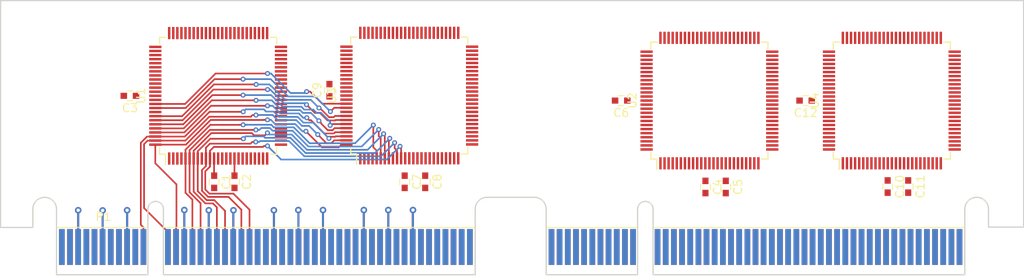
<source format=kicad_pcb>
(kicad_pcb (version 20171130) (host pcbnew "(5.0.0-rc2-35-gda6600525)")

  (general
    (thickness 1.6)
    (drawings 28)
    (tracks 396)
    (zones 0)
    (modules 17)
    (nets 165)
  )

  (page A4)
  (layers
    (0 F.Cu signal)
    (1 GND signal hide)
    (2 VCC signal hide)
    (31 B.Cu signal)
    (32 B.Adhes user)
    (33 F.Adhes user)
    (34 B.Paste user)
    (35 F.Paste user)
    (36 B.SilkS user)
    (37 F.SilkS user)
    (38 B.Mask user)
    (39 F.Mask user)
    (40 Dwgs.User user)
    (41 Cmts.User user)
    (42 Eco1.User user)
    (43 Eco2.User user)
    (44 Edge.Cuts user)
    (45 Margin user)
    (46 B.CrtYd user)
    (47 F.CrtYd user)
    (48 B.Fab user)
    (49 F.Fab user)
  )

  (setup
    (last_trace_width 0.2)
    (trace_clearance 0.2)
    (zone_clearance 0.25)
    (zone_45_only no)
    (trace_min 0.2)
    (segment_width 0.2)
    (edge_width 0.15)
    (via_size 0.6)
    (via_drill 0.3)
    (via_min_size 0.4)
    (via_min_drill 0.3)
    (uvia_size 0.3)
    (uvia_drill 0.1)
    (uvias_allowed no)
    (uvia_min_size 0.2)
    (uvia_min_drill 0.1)
    (pcb_text_width 0.3)
    (pcb_text_size 1.5 1.5)
    (mod_edge_width 0.15)
    (mod_text_size 1 1)
    (mod_text_width 0.15)
    (pad_size 1.524 1.524)
    (pad_drill 0.762)
    (pad_to_mask_clearance 0.2)
    (aux_axis_origin 0 0)
    (visible_elements 7FFFFFFF)
    (pcbplotparams
      (layerselection 0x010fc_ffffffff)
      (usegerberextensions false)
      (usegerberattributes false)
      (usegerberadvancedattributes false)
      (creategerberjobfile false)
      (excludeedgelayer true)
      (linewidth 0.100000)
      (plotframeref false)
      (viasonmask false)
      (mode 1)
      (useauxorigin false)
      (hpglpennumber 1)
      (hpglpenspeed 20)
      (hpglpendiameter 15.000000)
      (psnegative false)
      (psa4output false)
      (plotreference true)
      (plotvalue true)
      (plotinvisibletext false)
      (padsonsilk false)
      (subtractmaskfromsilk false)
      (outputformat 1)
      (mirror false)
      (drillshape 1)
      (scaleselection 1)
      (outputdirectory ""))
  )

  (net 0 "")
  (net 1 /rd[31])
  (net 2 /rd[30])
  (net 3 /rd[29])
  (net 4 /rd[28])
  (net 5 /rd[27])
  (net 6 /rd[26])
  (net 7 /rd[25])
  (net 8 /rd[24])
  (net 9 /rs2[31])
  (net 10 /rs2[30])
  (net 11 /rs2[29])
  (net 12 /rs2[28])
  (net 13 /rs2[27])
  (net 14 /rs2[26])
  (net 15 /rs2[25])
  (net 16 /rs2[24])
  (net 17 /rd[23])
  (net 18 /rd[22])
  (net 19 /rd[21])
  (net 20 /rd[20])
  (net 21 /rd[19])
  (net 22 /rd[18])
  (net 23 /rd[17])
  (net 24 /rd[16])
  (net 25 /rd[15])
  (net 26 /rd[14])
  (net 27 /rd[13])
  (net 28 /rd[12])
  (net 29 /rd[11])
  (net 30 /rd[10])
  (net 31 /rd[9])
  (net 32 /rd[8])
  (net 33 /rd[7])
  (net 34 /rd[6])
  (net 35 /rd[5])
  (net 36 /rd[4])
  (net 37 /rd[3])
  (net 38 /rd[2])
  (net 39 /rd[1])
  (net 40 /rd[0])
  (net 41 /rda[4])
  (net 42 /rda[3])
  (net 43 /rda[2])
  (net 44 /rda[1])
  (net 45 /rda[0])
  (net 46 /rs2[23])
  (net 47 /rs2[22])
  (net 48 /rs2[21])
  (net 49 /rs2[20])
  (net 50 /rs2[19])
  (net 51 /rs2[18])
  (net 52 /rs2[17])
  (net 53 /rs2[16])
  (net 54 /rs2[15])
  (net 55 /rs2[14])
  (net 56 /rs2[13])
  (net 57 /rs2[12])
  (net 58 /rs2[11])
  (net 59 /rs2[10])
  (net 60 /rs2[9])
  (net 61 /rs2[8])
  (net 62 /rs2[7])
  (net 63 /rs2[6])
  (net 64 /rs2[5])
  (net 65 /rs2[4])
  (net 66 /rs2[3])
  (net 67 /rs2[2])
  (net 68 /rs2[1])
  (net 69 /rs2[0])
  (net 70 /rs2a[4])
  (net 71 /rs2a[3])
  (net 72 /rs2a[2])
  (net 73 /rs2a[1])
  (net 74 /rs2a[0])
  (net 75 /rs1[31])
  (net 76 /rs1[23])
  (net 77 "Net-(P1-Pad94)")
  (net 78 "Net-(P1-Pad95)")
  (net 79 "Net-(P1-Pad96)")
  (net 80 "Net-(P1-Pad97)")
  (net 81 "Net-(P1-Pad98)")
  (net 82 /rs1[30])
  (net 83 /rs1[29])
  (net 84 /rs1[28])
  (net 85 /rs1[27])
  (net 86 /rs1[26])
  (net 87 /rs1[25])
  (net 88 /rs1[24])
  (net 89 /rs1[22])
  (net 90 /rs1[21])
  (net 91 /rs1[20])
  (net 92 /rs1[19])
  (net 93 /rs1[18])
  (net 94 /rs1[17])
  (net 95 /rs1[16])
  (net 96 /rs1[15])
  (net 97 /rs1[14])
  (net 98 /rs1[13])
  (net 99 /rs1[12])
  (net 100 /rs1[11])
  (net 101 /rs1[10])
  (net 102 /rs1[9])
  (net 103 /rs1[8])
  (net 104 /rs1[7])
  (net 105 /rs1[6])
  (net 106 /rs1[5])
  (net 107 /rs1[4])
  (net 108 /rs1[3])
  (net 109 /rs1[2])
  (net 110 /rs1[1])
  (net 111 /rs1[0])
  (net 112 /rs1a[4])
  (net 113 /rs1a[3])
  (net 114 /rs1a[2])
  (net 115 /rs1a[1])
  (net 116 /rs1a[0])
  (net 117 GND)
  (net 118 VCC)
  (net 119 "Net-(U1-Pad65)")
  (net 120 "Net-(U1-Pad60)")
  (net 121 "Net-(U2-Pad60)")
  (net 122 "Net-(U2-Pad65)")
  (net 123 "Net-(P1-Pad133)")
  (net 124 "Net-(P1-Pad135)")
  (net 125 "Net-(P1-Pad136)")
  (net 126 "Net-(P1-Pad138)")
  (net 127 "Net-(P1-Pad139)")
  (net 128 "Net-(P1-Pad141)")
  (net 129 "Net-(P1-Pad142)")
  (net 130 "Net-(P1-Pad179)")
  (net 131 "Net-(P1-Pad180)")
  (net 132 "Net-(P1-Pad181)")
  (net 133 "Net-(P1-Pad182)")
  (net 134 "Net-(P1-Pad184)")
  (net 135 "Net-(P1-Pad185)")
  (net 136 "Net-(P1-Pad187)")
  (net 137 "Net-(P1-Pad188)")
  (net 138 "Net-(P1-Pad190)")
  (net 139 "Net-(P1-Pad191)")
  (net 140 /~rd_bhh)
  (net 141 /~rd_bhl)
  (net 142 /~rd_wr)
  (net 143 /~rs2_bhh)
  (net 144 /~rs2_bhl)
  (net 145 /~rs2_rd)
  (net 146 /~rs1_bhh)
  (net 147 /~rs1_bhl)
  (net 148 /~rs1_rd)
  (net 149 /~rdwr_blh)
  (net 150 /~rdwr_bll)
  (net 151 /~rs2rd_blh)
  (net 152 /~rs2rd_bll)
  (net 153 /~rs1rd_blh)
  (net 154 /~rs1rd_bll)
  (net 155 /~rs2_bll)
  (net 156 /~rs2_blh)
  (net 157 /~rd_blh)
  (net 158 /~rd_bll)
  (net 159 "Net-(U3-Pad65)")
  (net 160 "Net-(U3-Pad60)")
  (net 161 /~rs1_bll)
  (net 162 /~rs1_blh)
  (net 163 "Net-(U4-Pad60)")
  (net 164 "Net-(U4-Pad65)")

  (net_class Default "This is the default net class."
    (clearance 0.2)
    (trace_width 0.2)
    (via_dia 0.6)
    (via_drill 0.3)
    (uvia_dia 0.3)
    (uvia_drill 0.1)
    (add_net /rd[0])
    (add_net /rd[10])
    (add_net /rd[11])
    (add_net /rd[12])
    (add_net /rd[13])
    (add_net /rd[14])
    (add_net /rd[15])
    (add_net /rd[16])
    (add_net /rd[17])
    (add_net /rd[18])
    (add_net /rd[19])
    (add_net /rd[1])
    (add_net /rd[20])
    (add_net /rd[21])
    (add_net /rd[22])
    (add_net /rd[23])
    (add_net /rd[24])
    (add_net /rd[25])
    (add_net /rd[26])
    (add_net /rd[27])
    (add_net /rd[28])
    (add_net /rd[29])
    (add_net /rd[2])
    (add_net /rd[30])
    (add_net /rd[31])
    (add_net /rd[3])
    (add_net /rd[4])
    (add_net /rd[5])
    (add_net /rd[6])
    (add_net /rd[7])
    (add_net /rd[8])
    (add_net /rd[9])
    (add_net /rda[0])
    (add_net /rda[1])
    (add_net /rda[2])
    (add_net /rda[3])
    (add_net /rda[4])
    (add_net /rs1[0])
    (add_net /rs1[10])
    (add_net /rs1[11])
    (add_net /rs1[12])
    (add_net /rs1[13])
    (add_net /rs1[14])
    (add_net /rs1[15])
    (add_net /rs1[16])
    (add_net /rs1[17])
    (add_net /rs1[18])
    (add_net /rs1[19])
    (add_net /rs1[1])
    (add_net /rs1[20])
    (add_net /rs1[21])
    (add_net /rs1[22])
    (add_net /rs1[23])
    (add_net /rs1[24])
    (add_net /rs1[25])
    (add_net /rs1[26])
    (add_net /rs1[27])
    (add_net /rs1[28])
    (add_net /rs1[29])
    (add_net /rs1[2])
    (add_net /rs1[30])
    (add_net /rs1[31])
    (add_net /rs1[3])
    (add_net /rs1[4])
    (add_net /rs1[5])
    (add_net /rs1[6])
    (add_net /rs1[7])
    (add_net /rs1[8])
    (add_net /rs1[9])
    (add_net /rs1a[0])
    (add_net /rs1a[1])
    (add_net /rs1a[2])
    (add_net /rs1a[3])
    (add_net /rs1a[4])
    (add_net /rs2[0])
    (add_net /rs2[10])
    (add_net /rs2[11])
    (add_net /rs2[12])
    (add_net /rs2[13])
    (add_net /rs2[14])
    (add_net /rs2[15])
    (add_net /rs2[16])
    (add_net /rs2[17])
    (add_net /rs2[18])
    (add_net /rs2[19])
    (add_net /rs2[1])
    (add_net /rs2[20])
    (add_net /rs2[21])
    (add_net /rs2[22])
    (add_net /rs2[23])
    (add_net /rs2[24])
    (add_net /rs2[25])
    (add_net /rs2[26])
    (add_net /rs2[27])
    (add_net /rs2[28])
    (add_net /rs2[29])
    (add_net /rs2[2])
    (add_net /rs2[30])
    (add_net /rs2[31])
    (add_net /rs2[3])
    (add_net /rs2[4])
    (add_net /rs2[5])
    (add_net /rs2[6])
    (add_net /rs2[7])
    (add_net /rs2[8])
    (add_net /rs2[9])
    (add_net /rs2a[0])
    (add_net /rs2a[1])
    (add_net /rs2a[2])
    (add_net /rs2a[3])
    (add_net /rs2a[4])
    (add_net /~rd_bhh)
    (add_net /~rd_bhl)
    (add_net /~rd_blh)
    (add_net /~rd_bll)
    (add_net /~rd_wr)
    (add_net /~rdwr_blh)
    (add_net /~rdwr_bll)
    (add_net /~rs1_bhh)
    (add_net /~rs1_bhl)
    (add_net /~rs1_blh)
    (add_net /~rs1_bll)
    (add_net /~rs1_rd)
    (add_net /~rs1rd_blh)
    (add_net /~rs1rd_bll)
    (add_net /~rs2_bhh)
    (add_net /~rs2_bhl)
    (add_net /~rs2_blh)
    (add_net /~rs2_bll)
    (add_net /~rs2_rd)
    (add_net /~rs2rd_blh)
    (add_net /~rs2rd_bll)
    (add_net GND)
    (add_net "Net-(P1-Pad133)")
    (add_net "Net-(P1-Pad135)")
    (add_net "Net-(P1-Pad136)")
    (add_net "Net-(P1-Pad138)")
    (add_net "Net-(P1-Pad139)")
    (add_net "Net-(P1-Pad141)")
    (add_net "Net-(P1-Pad142)")
    (add_net "Net-(P1-Pad179)")
    (add_net "Net-(P1-Pad180)")
    (add_net "Net-(P1-Pad181)")
    (add_net "Net-(P1-Pad182)")
    (add_net "Net-(P1-Pad184)")
    (add_net "Net-(P1-Pad185)")
    (add_net "Net-(P1-Pad187)")
    (add_net "Net-(P1-Pad188)")
    (add_net "Net-(P1-Pad190)")
    (add_net "Net-(P1-Pad191)")
    (add_net "Net-(P1-Pad94)")
    (add_net "Net-(P1-Pad95)")
    (add_net "Net-(P1-Pad96)")
    (add_net "Net-(P1-Pad97)")
    (add_net "Net-(P1-Pad98)")
    (add_net "Net-(U1-Pad60)")
    (add_net "Net-(U1-Pad65)")
    (add_net "Net-(U2-Pad60)")
    (add_net "Net-(U2-Pad65)")
    (add_net "Net-(U3-Pad60)")
    (add_net "Net-(U3-Pad65)")
    (add_net "Net-(U4-Pad60)")
    (add_net "Net-(U4-Pad65)")
    (add_net VCC)
  )

  (module lmarv:PCI-EXPRESS (layer F.Cu) (tedit 5A510D66) (tstamp 5B0B7ACA)
    (at 73.450601 83.089801)
    (path /5B0B3FE1)
    (fp_text reference P1 (at -6.4 -7.11) (layer F.SilkS)
      (effects (font (size 1 1) (thickness 0.15)))
    )
    (fp_text value dual-pcie-cardedge (at 5.23 -7.11) (layer F.Fab)
      (effects (font (size 1 1) (thickness 0.15)))
    )
    (fp_line (start 40.6 -9.5) (end 46.4 -9.5) (layer F.SilkS) (width 0.12))
    (fp_line (start -15.05 -8.05) (end -15.05 -5.8) (layer F.SilkS) (width 0.12))
    (fp_arc (start -13.6 -8.05) (end -15.05 -8.05) (angle 180) (layer F.SilkS) (width 0.12))
    (fp_arc (start 0 -8.05) (end -0.95 -8.05) (angle 180) (layer F.SilkS) (width 0.12))
    (fp_line (start -0.95 -5.8) (end -0.95 -8.05) (layer F.SilkS) (width 0.12))
    (fp_line (start 0.95 -8.05) (end 0.95 -5.8) (layer F.SilkS) (width 0.12))
    (fp_line (start -12.15 -5.8) (end -0.95 -5.8) (layer F.SilkS) (width 0.12))
    (fp_line (start -0.95 -5.8) (end -0.95 0) (layer F.SilkS) (width 0.12))
    (fp_line (start -0.95 0) (end -12.15 0) (layer F.SilkS) (width 0.12))
    (fp_line (start -12.15 0) (end -12.15 -8.05) (layer F.SilkS) (width 0.12))
    (fp_line (start 39.15 -5.8) (end 0.95 -5.8) (layer F.SilkS) (width 0.12))
    (fp_line (start 0.95 0) (end 39.15 0) (layer F.SilkS) (width 0.12))
    (fp_line (start 0.95 -5.8) (end 0.95 0) (layer F.SilkS) (width 0.12))
    (fp_line (start 39.15 -8.05) (end 39.15 0) (layer F.SilkS) (width 0.12))
    (fp_line (start -12.4 -9.25) (end 99.4 -9.25) (layer F.CrtYd) (width 0.05))
    (fp_line (start -12.4 -9.25) (end -12.4 0.25) (layer F.CrtYd) (width 0.05))
    (fp_line (start 99.4 0.25) (end -12.4 0.25) (layer F.CrtYd) (width 0.05))
    (fp_arc (start 40.6 -8.05) (end 39.15 -8.05) (angle 90) (layer F.SilkS) (width 0.12))
    (fp_line (start 60.95 -8.05) (end 60.95 -5.8) (layer F.SilkS) (width 0.12))
    (fp_line (start 60.95 -5.8) (end 60.95 0) (layer F.SilkS) (width 0.12))
    (fp_line (start 99.15 -5.8) (end 60.95 -5.8) (layer F.SilkS) (width 0.12))
    (fp_line (start 60.95 0) (end 99.15 0) (layer F.SilkS) (width 0.12))
    (fp_line (start 99.15 -8.05) (end 99.15 0) (layer F.SilkS) (width 0.12))
    (fp_arc (start 100.6 -8.05) (end 99.15 -8.05) (angle 180) (layer F.SilkS) (width 0.12))
    (fp_line (start 102.05 -8.05) (end 102.05 -5.8) (layer F.SilkS) (width 0.12))
    (fp_line (start 59.05 -5.8) (end 59.05 0) (layer F.SilkS) (width 0.12))
    (fp_arc (start 60 -8.05) (end 59.05 -8.05) (angle 180) (layer F.SilkS) (width 0.12))
    (fp_line (start 59.05 -5.8) (end 59.05 -8.05) (layer F.SilkS) (width 0.12))
    (fp_line (start 59.05 0) (end 47.85 0) (layer F.SilkS) (width 0.12))
    (fp_line (start 47.85 -5.8) (end 59.05 -5.8) (layer F.SilkS) (width 0.12))
    (fp_arc (start 46.4 -8.05) (end 46.4 -9.5) (angle 90) (layer F.SilkS) (width 0.12))
    (fp_line (start 47.85 0) (end 47.85 -8.05) (layer F.SilkS) (width 0.12))
    (fp_line (start 99.4 0.25) (end 99.4 -9.25) (layer F.CrtYd) (width 0.05))
    (pad 1 connect rect (at -11.5 -3.4) (size 0.7 4.4) (layers F.Cu F.Mask)
      (net 1 /rd[31]))
    (pad 2 connect rect (at -10.5 -3.4) (size 0.7 4.4) (layers F.Cu F.Mask)
      (net 2 /rd[30]))
    (pad 3 connect rect (at -9.5 -3.4) (size 0.7 4.4) (layers F.Cu F.Mask)
      (net 117 GND))
    (pad 4 connect rect (at -8.5 -3.4) (size 0.7 4.4) (layers F.Cu F.Mask)
      (net 3 /rd[29]))
    (pad 5 connect rect (at -7.5 -3.4) (size 0.7 4.4) (layers F.Cu F.Mask)
      (net 4 /rd[28]))
    (pad 6 connect rect (at -6.5 -3.4) (size 0.7 4.4) (layers F.Cu F.Mask)
      (net 118 VCC))
    (pad 7 connect rect (at -5.5 -3.4) (size 0.7 4.4) (layers F.Cu F.Mask)
      (net 5 /rd[27]))
    (pad 8 connect rect (at -4.5 -3.4) (size 0.7 4.4) (layers F.Cu F.Mask)
      (net 6 /rd[26]))
    (pad 9 connect rect (at -3.5 -3.4) (size 0.7 4.4) (layers F.Cu F.Mask)
      (net 117 GND))
    (pad 10 connect rect (at -2.5 -3.4) (size 0.7 4.4) (layers F.Cu F.Mask)
      (net 7 /rd[25]))
    (pad 11 connect rect (at -1.5 -3.4) (size 0.7 4.4) (layers F.Cu F.Mask)
      (net 8 /rd[24]))
    (pad 99 connect rect (at -11.5 -3.4) (size 0.7 4.4) (layers B.Cu B.Mask)
      (net 75 /rs1[31]))
    (pad 100 connect rect (at -10.5 -3.4) (size 0.7 4.4) (layers B.Cu B.Mask)
      (net 82 /rs1[30]))
    (pad 101 connect rect (at -9.5 -3.4) (size 0.7 4.4) (layers B.Cu B.Mask)
      (net 117 GND))
    (pad 102 connect rect (at -8.5 -3.4) (size 0.7 4.4) (layers B.Cu B.Mask)
      (net 83 /rs1[29]))
    (pad 103 connect rect (at -7.5 -3.4) (size 0.7 4.4) (layers B.Cu B.Mask)
      (net 84 /rs1[28]))
    (pad 104 connect rect (at -6.5 -3.4) (size 0.7 4.4) (layers B.Cu B.Mask)
      (net 118 VCC))
    (pad 105 connect rect (at -5.5 -3.4) (size 0.7 4.4) (layers B.Cu B.Mask)
      (net 85 /rs1[27]))
    (pad 106 connect rect (at -4.5 -3.4) (size 0.7 4.4) (layers B.Cu B.Mask)
      (net 86 /rs1[26]))
    (pad 107 connect rect (at -3.5 -3.4) (size 0.7 4.4) (layers B.Cu B.Mask)
      (net 117 GND))
    (pad 108 connect rect (at -2.5 -3.4) (size 0.7 4.4) (layers B.Cu B.Mask)
      (net 87 /rs1[25]))
    (pad 109 connect rect (at -1.5 -3.4) (size 0.7 4.4) (layers B.Cu B.Mask)
      (net 88 /rs1[24]))
    (pad 12 connect rect (at 1.5 -3.4) (size 0.7 4.4) (layers F.Cu F.Mask)
      (net 17 /rd[23]))
    (pad 13 connect rect (at 2.5 -3.4) (size 0.7 4.4) (layers F.Cu F.Mask)
      (net 18 /rd[22]))
    (pad 14 connect rect (at 3.5 -3.4) (size 0.7 4.4) (layers F.Cu F.Mask)
      (net 117 GND))
    (pad 15 connect rect (at 4.5 -3.4) (size 0.7 4.4) (layers F.Cu F.Mask)
      (net 19 /rd[21]))
    (pad 16 connect rect (at 5.5 -3.4) (size 0.7 4.4) (layers F.Cu F.Mask)
      (net 20 /rd[20]))
    (pad 17 connect rect (at 6.5 -3.4) (size 0.7 4.4) (layers F.Cu F.Mask)
      (net 118 VCC))
    (pad 18 connect rect (at 7.5 -3.4) (size 0.7 4.4) (layers F.Cu F.Mask)
      (net 21 /rd[19]))
    (pad 19 connect rect (at 8.5 -3.4) (size 0.7 4.4) (layers F.Cu F.Mask)
      (net 22 /rd[18]))
    (pad 20 connect rect (at 9.5 -3.4) (size 0.7 4.4) (layers F.Cu F.Mask)
      (net 117 GND))
    (pad 21 connect rect (at 10.5 -3.4) (size 0.7 4.4) (layers F.Cu F.Mask)
      (net 23 /rd[17]))
    (pad 22 connect rect (at 11.5 -3.4) (size 0.7 4.4) (layers F.Cu F.Mask)
      (net 24 /rd[16]))
    (pad 23 connect rect (at 12.5 -3.4) (size 0.7 4.4) (layers F.Cu F.Mask)
      (net 9 /rs2[31]))
    (pad 24 connect rect (at 13.5 -3.4) (size 0.7 4.4) (layers F.Cu F.Mask)
      (net 10 /rs2[30]))
    (pad 25 connect rect (at 14.5 -3.4) (size 0.7 4.4) (layers F.Cu F.Mask)
      (net 117 GND))
    (pad 26 connect rect (at 15.5 -3.4) (size 0.7 4.4) (layers F.Cu F.Mask)
      (net 11 /rs2[29]))
    (pad 27 connect rect (at 16.5 -3.4) (size 0.7 4.4) (layers F.Cu F.Mask)
      (net 12 /rs2[28]))
    (pad 28 connect rect (at 17.5 -3.4) (size 0.7 4.4) (layers F.Cu F.Mask)
      (net 118 VCC))
    (pad 29 connect rect (at 18.5 -3.4) (size 0.7 4.4) (layers F.Cu F.Mask)
      (net 13 /rs2[27]))
    (pad 30 connect rect (at 19.5 -3.4) (size 0.7 4.4) (layers F.Cu F.Mask)
      (net 14 /rs2[26]))
    (pad 31 connect rect (at 20.5 -3.4) (size 0.7 4.4) (layers F.Cu F.Mask)
      (net 117 GND))
    (pad 32 connect rect (at 21.5 -3.4) (size 0.7 4.4) (layers F.Cu F.Mask)
      (net 15 /rs2[25]))
    (pad 33 connect rect (at 22.5 -3.4) (size 0.7 4.4) (layers F.Cu F.Mask)
      (net 16 /rs2[24]))
    (pad 34 connect rect (at 23.5 -3.4) (size 0.7 4.4) (layers F.Cu F.Mask)
      (net 46 /rs2[23]))
    (pad 35 connect rect (at 24.5 -3.4) (size 0.7 4.4) (layers F.Cu F.Mask)
      (net 47 /rs2[22]))
    (pad 36 connect rect (at 25.5 -3.4) (size 0.7 4.4) (layers F.Cu F.Mask)
      (net 117 GND))
    (pad 37 connect rect (at 26.5 -3.4) (size 0.7 4.4) (layers F.Cu F.Mask)
      (net 48 /rs2[21]))
    (pad 38 connect rect (at 27.5 -3.4) (size 0.7 4.4) (layers F.Cu F.Mask)
      (net 49 /rs2[20]))
    (pad 39 connect rect (at 28.5 -3.4) (size 0.7 4.4) (layers F.Cu F.Mask)
      (net 118 VCC))
    (pad 40 connect rect (at 29.5 -3.4) (size 0.7 4.4) (layers F.Cu F.Mask)
      (net 50 /rs2[19]))
    (pad 41 connect rect (at 30.5 -3.4) (size 0.7 4.4) (layers F.Cu F.Mask)
      (net 51 /rs2[18]))
    (pad 42 connect rect (at 31.5 -3.4) (size 0.7 4.4) (layers F.Cu F.Mask)
      (net 117 GND))
    (pad 43 connect rect (at 32.5 -3.4) (size 0.7 4.4) (layers F.Cu F.Mask)
      (net 52 /rs2[17]))
    (pad 44 connect rect (at 33.5 -3.4) (size 0.7 4.4) (layers F.Cu F.Mask)
      (net 53 /rs2[16]))
    (pad 45 connect rect (at 34.5 -3.4) (size 0.7 4.4) (layers F.Cu F.Mask)
      (net 41 /rda[4]))
    (pad 46 connect rect (at 35.5 -3.4) (size 0.7 4.4) (layers F.Cu F.Mask)
      (net 42 /rda[3]))
    (pad 47 connect rect (at 36.5 -3.4) (size 0.7 4.4) (layers F.Cu F.Mask)
      (net 43 /rda[2]))
    (pad 48 connect rect (at 37.5 -3.4) (size 0.7 4.4) (layers F.Cu F.Mask)
      (net 44 /rda[1]))
    (pad 49 connect rect (at 38.5 -3.4) (size 0.7 4.4) (layers F.Cu F.Mask)
      (net 45 /rda[0]))
    (pad 110 connect rect (at 1.5 -3.4) (size 0.7 4.4) (layers B.Cu B.Mask)
      (net 76 /rs1[23]))
    (pad 111 connect rect (at 2.5 -3.4) (size 0.7 4.4) (layers B.Cu B.Mask)
      (net 89 /rs1[22]))
    (pad 112 connect rect (at 3.5 -3.4) (size 0.7 4.4) (layers B.Cu B.Mask)
      (net 117 GND))
    (pad 113 connect rect (at 4.5 -3.4) (size 0.7 4.4) (layers B.Cu B.Mask)
      (net 90 /rs1[21]))
    (pad 114 connect rect (at 5.5 -3.4) (size 0.7 4.4) (layers B.Cu B.Mask)
      (net 91 /rs1[20]))
    (pad 115 connect rect (at 6.5 -3.4) (size 0.7 4.4) (layers B.Cu B.Mask)
      (net 118 VCC))
    (pad 116 connect rect (at 7.5 -3.4) (size 0.7 4.4) (layers B.Cu B.Mask)
      (net 92 /rs1[19]))
    (pad 117 connect rect (at 8.5 -3.4) (size 0.7 4.4) (layers B.Cu B.Mask)
      (net 93 /rs1[18]))
    (pad 118 connect rect (at 9.5 -3.4) (size 0.7 4.4) (layers B.Cu B.Mask)
      (net 117 GND))
    (pad 119 connect rect (at 10.5 -3.4) (size 0.7 4.4) (layers B.Cu B.Mask)
      (net 94 /rs1[17]))
    (pad 120 connect rect (at 11.5 -3.4) (size 0.7 4.4) (layers B.Cu B.Mask)
      (net 95 /rs1[16]))
    (pad 121 connect rect (at 12.5 -3.4) (size 0.7 4.4) (layers B.Cu B.Mask)
      (net 140 /~rd_bhh))
    (pad 122 connect rect (at 13.5 -3.4) (size 0.7 4.4) (layers B.Cu B.Mask)
      (net 141 /~rd_bhl))
    (pad 123 connect rect (at 14.5 -3.4) (size 0.7 4.4) (layers B.Cu B.Mask)
      (net 117 GND))
    (pad 124 connect rect (at 15.5 -3.4) (size 0.7 4.4) (layers B.Cu B.Mask)
      (net 142 /~rd_wr))
    (pad 125 connect rect (at 16.5 -3.4) (size 0.7 4.4) (layers B.Cu B.Mask)
      (net 143 /~rs2_bhh))
    (pad 126 connect rect (at 17.5 -3.4) (size 0.7 4.4) (layers B.Cu B.Mask)
      (net 118 VCC))
    (pad 127 connect rect (at 18.5 -3.4) (size 0.7 4.4) (layers B.Cu B.Mask)
      (net 144 /~rs2_bhl))
    (pad 128 connect rect (at 19.5 -3.4) (size 0.7 4.4) (layers B.Cu B.Mask)
      (net 145 /~rs2_rd))
    (pad 129 connect rect (at 20.5 -3.4) (size 0.7 4.4) (layers B.Cu B.Mask)
      (net 117 GND))
    (pad 130 connect rect (at 21.5 -3.4) (size 0.7 4.4) (layers B.Cu B.Mask)
      (net 146 /~rs1_bhh))
    (pad 131 connect rect (at 22.5 -3.4) (size 0.7 4.4) (layers B.Cu B.Mask)
      (net 147 /~rs1_bhl))
    (pad 132 connect rect (at 23.5 -3.4) (size 0.7 4.4) (layers B.Cu B.Mask)
      (net 148 /~rs1_rd))
    (pad 133 connect rect (at 24.5 -3.4) (size 0.7 4.4) (layers B.Cu B.Mask)
      (net 123 "Net-(P1-Pad133)"))
    (pad 134 connect rect (at 25.5 -3.4) (size 0.7 4.4) (layers B.Cu B.Mask)
      (net 117 GND))
    (pad 135 connect rect (at 26.5 -3.4) (size 0.7 4.4) (layers B.Cu B.Mask)
      (net 124 "Net-(P1-Pad135)"))
    (pad 136 connect rect (at 27.5 -3.4) (size 0.7 4.4) (layers B.Cu B.Mask)
      (net 125 "Net-(P1-Pad136)"))
    (pad 137 connect rect (at 28.5 -3.4) (size 0.7 4.4) (layers B.Cu B.Mask)
      (net 118 VCC))
    (pad 138 connect rect (at 29.5 -3.4) (size 0.7 4.4) (layers B.Cu B.Mask)
      (net 126 "Net-(P1-Pad138)"))
    (pad 139 connect rect (at 30.5 -3.4) (size 0.7 4.4) (layers B.Cu B.Mask)
      (net 127 "Net-(P1-Pad139)"))
    (pad 140 connect rect (at 31.5 -3.4) (size 0.7 4.4) (layers B.Cu B.Mask)
      (net 117 GND))
    (pad 141 connect rect (at 32.5 -3.4) (size 0.7 4.4) (layers B.Cu B.Mask)
      (net 128 "Net-(P1-Pad141)"))
    (pad 142 connect rect (at 33.5 -3.4) (size 0.7 4.4) (layers B.Cu B.Mask)
      (net 129 "Net-(P1-Pad142)"))
    (pad 143 connect rect (at 34.5 -3.4) (size 0.7 4.4) (layers B.Cu B.Mask)
      (net 70 /rs2a[4]))
    (pad 144 connect rect (at 35.5 -3.4) (size 0.7 4.4) (layers B.Cu B.Mask)
      (net 71 /rs2a[3]))
    (pad 145 connect rect (at 36.5 -3.4) (size 0.7 4.4) (layers B.Cu B.Mask)
      (net 72 /rs2a[2]))
    (pad 146 connect rect (at 37.5 -3.4) (size 0.7 4.4) (layers B.Cu B.Mask)
      (net 73 /rs2a[1]))
    (pad 147 connect rect (at 38.5 -3.4) (size 0.7 4.4) (layers B.Cu B.Mask)
      (net 74 /rs2a[0]))
    (pad 50 connect rect (at 48.5 -3.4) (size 0.7 4.4) (layers F.Cu F.Mask)
      (net 25 /rd[15]))
    (pad 61 connect rect (at 61.5 -3.4) (size 0.7 4.4) (layers F.Cu F.Mask)
      (net 33 /rd[7]))
    (pad 148 connect rect (at 48.5 -3.4) (size 0.7 4.4) (layers B.Cu B.Mask)
      (net 96 /rs1[15]))
    (pad 159 connect rect (at 61.5 -3.4) (size 0.7 4.4) (layers B.Cu B.Mask)
      (net 104 /rs1[7]))
    (pad 51 connect rect (at 49.5 -3.4) (size 0.7 4.4) (layers F.Cu F.Mask)
      (net 26 /rd[14]))
    (pad 52 connect rect (at 50.5 -3.4) (size 0.7 4.4) (layers F.Cu F.Mask)
      (net 117 GND))
    (pad 53 connect rect (at 51.5 -3.4) (size 0.7 4.4) (layers F.Cu F.Mask)
      (net 27 /rd[13]))
    (pad 54 connect rect (at 52.5 -3.4) (size 0.7 4.4) (layers F.Cu F.Mask)
      (net 28 /rd[12]))
    (pad 55 connect rect (at 53.5 -3.4) (size 0.7 4.4) (layers F.Cu F.Mask)
      (net 118 VCC))
    (pad 56 connect rect (at 54.5 -3.4) (size 0.7 4.4) (layers F.Cu F.Mask)
      (net 29 /rd[11]))
    (pad 57 connect rect (at 55.5 -3.4) (size 0.7 4.4) (layers F.Cu F.Mask)
      (net 30 /rd[10]))
    (pad 58 connect rect (at 56.5 -3.4) (size 0.7 4.4) (layers F.Cu F.Mask)
      (net 117 GND))
    (pad 59 connect rect (at 57.5 -3.4) (size 0.7 4.4) (layers F.Cu F.Mask)
      (net 31 /rd[9]))
    (pad 60 connect rect (at 58.5 -3.4) (size 0.7 4.4) (layers F.Cu F.Mask)
      (net 32 /rd[8]))
    (pad 62 connect rect (at 62.5 -3.4) (size 0.7 4.4) (layers F.Cu F.Mask)
      (net 34 /rd[6]))
    (pad 63 connect rect (at 63.5 -3.4) (size 0.7 4.4) (layers F.Cu F.Mask)
      (net 117 GND))
    (pad 64 connect rect (at 64.5 -3.4) (size 0.7 4.4) (layers F.Cu F.Mask)
      (net 35 /rd[5]))
    (pad 65 connect rect (at 65.5 -3.4) (size 0.7 4.4) (layers F.Cu F.Mask)
      (net 36 /rd[4]))
    (pad 66 connect rect (at 66.5 -3.4) (size 0.7 4.4) (layers F.Cu F.Mask)
      (net 118 VCC))
    (pad 67 connect rect (at 67.5 -3.4) (size 0.7 4.4) (layers F.Cu F.Mask)
      (net 37 /rd[3]))
    (pad 68 connect rect (at 68.5 -3.4) (size 0.7 4.4) (layers F.Cu F.Mask)
      (net 38 /rd[2]))
    (pad 69 connect rect (at 69.5 -3.4) (size 0.7 4.4) (layers F.Cu F.Mask)
      (net 117 GND))
    (pad 70 connect rect (at 70.5 -3.4) (size 0.7 4.4) (layers F.Cu F.Mask)
      (net 39 /rd[1]))
    (pad 71 connect rect (at 71.5 -3.4) (size 0.7 4.4) (layers F.Cu F.Mask)
      (net 40 /rd[0]))
    (pad 72 connect rect (at 72.5 -3.4) (size 0.7 4.4) (layers F.Cu F.Mask)
      (net 54 /rs2[15]))
    (pad 73 connect rect (at 73.5 -3.4) (size 0.7 4.4) (layers F.Cu F.Mask)
      (net 55 /rs2[14]))
    (pad 74 connect rect (at 74.5 -3.4) (size 0.7 4.4) (layers F.Cu F.Mask)
      (net 117 GND))
    (pad 75 connect rect (at 75.5 -3.4) (size 0.7 4.4) (layers F.Cu F.Mask)
      (net 56 /rs2[13]))
    (pad 76 connect rect (at 76.5 -3.4) (size 0.7 4.4) (layers F.Cu F.Mask)
      (net 57 /rs2[12]))
    (pad 77 connect rect (at 77.5 -3.4) (size 0.7 4.4) (layers F.Cu F.Mask)
      (net 118 VCC))
    (pad 78 connect rect (at 78.5 -3.4) (size 0.7 4.4) (layers F.Cu F.Mask)
      (net 58 /rs2[11]))
    (pad 79 connect rect (at 79.5 -3.4) (size 0.7 4.4) (layers F.Cu F.Mask)
      (net 59 /rs2[10]))
    (pad 80 connect rect (at 80.5 -3.4) (size 0.7 4.4) (layers F.Cu F.Mask)
      (net 117 GND))
    (pad 81 connect rect (at 81.5 -3.4) (size 0.7 4.4) (layers F.Cu F.Mask)
      (net 60 /rs2[9]))
    (pad 82 connect rect (at 82.5 -3.4) (size 0.7 4.4) (layers F.Cu F.Mask)
      (net 61 /rs2[8]))
    (pad 83 connect rect (at 83.5 -3.4) (size 0.7 4.4) (layers F.Cu F.Mask)
      (net 62 /rs2[7]))
    (pad 84 connect rect (at 84.5 -3.4) (size 0.7 4.4) (layers F.Cu F.Mask)
      (net 63 /rs2[6]))
    (pad 85 connect rect (at 85.5 -3.4) (size 0.7 4.4) (layers F.Cu F.Mask)
      (net 117 GND))
    (pad 86 connect rect (at 86.5 -3.4) (size 0.7 4.4) (layers F.Cu F.Mask)
      (net 64 /rs2[5]))
    (pad 87 connect rect (at 87.5 -3.4) (size 0.7 4.4) (layers F.Cu F.Mask)
      (net 65 /rs2[4]))
    (pad 88 connect rect (at 88.5 -3.4) (size 0.7 4.4) (layers F.Cu F.Mask)
      (net 118 VCC))
    (pad 89 connect rect (at 89.5 -3.4) (size 0.7 4.4) (layers F.Cu F.Mask)
      (net 66 /rs2[3]))
    (pad 90 connect rect (at 90.5 -3.4) (size 0.7 4.4) (layers F.Cu F.Mask)
      (net 67 /rs2[2]))
    (pad 91 connect rect (at 91.5 -3.4) (size 0.7 4.4) (layers F.Cu F.Mask)
      (net 117 GND))
    (pad 92 connect rect (at 92.5 -3.4) (size 0.7 4.4) (layers F.Cu F.Mask)
      (net 68 /rs2[1]))
    (pad 93 connect rect (at 93.5 -3.4) (size 0.7 4.4) (layers F.Cu F.Mask)
      (net 69 /rs2[0]))
    (pad 94 connect rect (at 94.5 -3.4) (size 0.7 4.4) (layers F.Cu F.Mask)
      (net 77 "Net-(P1-Pad94)"))
    (pad 95 connect rect (at 95.5 -3.4) (size 0.7 4.4) (layers F.Cu F.Mask)
      (net 78 "Net-(P1-Pad95)"))
    (pad 96 connect rect (at 96.5 -3.4) (size 0.7 4.4) (layers F.Cu F.Mask)
      (net 79 "Net-(P1-Pad96)"))
    (pad 97 connect rect (at 97.5 -3.4) (size 0.7 4.4) (layers F.Cu F.Mask)
      (net 80 "Net-(P1-Pad97)"))
    (pad 98 connect rect (at 98.5 -3.4) (size 0.7 4.4) (layers F.Cu F.Mask)
      (net 81 "Net-(P1-Pad98)"))
    (pad 149 connect rect (at 49.5 -3.4) (size 0.7 4.4) (layers B.Cu B.Mask)
      (net 97 /rs1[14]))
    (pad 150 connect rect (at 50.5 -3.4) (size 0.7 4.4) (layers B.Cu B.Mask)
      (net 117 GND))
    (pad 151 connect rect (at 51.5 -3.4) (size 0.7 4.4) (layers B.Cu B.Mask)
      (net 98 /rs1[13]))
    (pad 152 connect rect (at 52.5 -3.4) (size 0.7 4.4) (layers B.Cu B.Mask)
      (net 99 /rs1[12]))
    (pad 153 connect rect (at 53.5 -3.4) (size 0.7 4.4) (layers B.Cu B.Mask)
      (net 118 VCC))
    (pad 154 connect rect (at 54.5 -3.4) (size 0.7 4.4) (layers B.Cu B.Mask)
      (net 100 /rs1[11]))
    (pad 155 connect rect (at 55.5 -3.4) (size 0.7 4.4) (layers B.Cu B.Mask)
      (net 101 /rs1[10]))
    (pad 156 connect rect (at 56.5 -3.4) (size 0.7 4.4) (layers B.Cu B.Mask)
      (net 117 GND))
    (pad 157 connect rect (at 57.5 -3.4) (size 0.7 4.4) (layers B.Cu B.Mask)
      (net 102 /rs1[9]))
    (pad 158 connect rect (at 58.5 -3.4) (size 0.7 4.4) (layers B.Cu B.Mask)
      (net 103 /rs1[8]))
    (pad 160 connect rect (at 62.5 -3.4) (size 0.7 4.4) (layers B.Cu B.Mask)
      (net 105 /rs1[6]))
    (pad 161 connect rect (at 63.5 -3.4) (size 0.7 4.4) (layers B.Cu B.Mask)
      (net 117 GND))
    (pad 162 connect rect (at 64.5 -3.4) (size 0.7 4.4) (layers B.Cu B.Mask)
      (net 106 /rs1[5]))
    (pad 163 connect rect (at 65.5 -3.4) (size 0.7 4.4) (layers B.Cu B.Mask)
      (net 107 /rs1[4]))
    (pad 164 connect rect (at 66.5 -3.4) (size 0.7 4.4) (layers B.Cu B.Mask)
      (net 118 VCC))
    (pad 165 connect rect (at 67.5 -3.4) (size 0.7 4.4) (layers B.Cu B.Mask)
      (net 108 /rs1[3]))
    (pad 166 connect rect (at 68.5 -3.4) (size 0.7 4.4) (layers B.Cu B.Mask)
      (net 109 /rs1[2]))
    (pad 167 connect rect (at 69.5 -3.4) (size 0.7 4.4) (layers B.Cu B.Mask)
      (net 117 GND))
    (pad 168 connect rect (at 70.5 -3.4) (size 0.7 4.4) (layers B.Cu B.Mask)
      (net 110 /rs1[1]))
    (pad 169 connect rect (at 71.5 -3.4) (size 0.7 4.4) (layers B.Cu B.Mask)
      (net 111 /rs1[0]))
    (pad 170 connect rect (at 72.5 -3.4) (size 0.7 4.4) (layers B.Cu B.Mask)
      (net 149 /~rdwr_blh))
    (pad 171 connect rect (at 73.5 -3.4) (size 0.7 4.4) (layers B.Cu B.Mask)
      (net 150 /~rdwr_bll))
    (pad 172 connect rect (at 74.5 -3.4) (size 0.7 4.4) (layers B.Cu B.Mask)
      (net 117 GND))
    (pad 173 connect rect (at 75.5 -3.4) (size 0.7 4.4) (layers B.Cu B.Mask)
      (net 151 /~rs2rd_blh))
    (pad 174 connect rect (at 76.5 -3.4) (size 0.7 4.4) (layers B.Cu B.Mask)
      (net 152 /~rs2rd_bll))
    (pad 175 connect rect (at 77.5 -3.4) (size 0.7 4.4) (layers B.Cu B.Mask)
      (net 118 VCC))
    (pad 176 connect rect (at 78.5 -3.4) (size 0.7 4.4) (layers B.Cu B.Mask)
      (net 153 /~rs1rd_blh))
    (pad 177 connect rect (at 79.5 -3.4) (size 0.7 4.4) (layers B.Cu B.Mask)
      (net 154 /~rs1rd_bll))
    (pad 178 connect rect (at 80.5 -3.4) (size 0.7 4.4) (layers B.Cu B.Mask)
      (net 117 GND))
    (pad 179 connect rect (at 81.5 -3.4) (size 0.7 4.4) (layers B.Cu B.Mask)
      (net 130 "Net-(P1-Pad179)"))
    (pad 180 connect rect (at 82.5 -3.4) (size 0.7 4.4) (layers B.Cu B.Mask)
      (net 131 "Net-(P1-Pad180)"))
    (pad 181 connect rect (at 83.5 -3.4) (size 0.7 4.4) (layers B.Cu B.Mask)
      (net 132 "Net-(P1-Pad181)"))
    (pad 182 connect rect (at 84.5 -3.4) (size 0.7 4.4) (layers B.Cu B.Mask)
      (net 133 "Net-(P1-Pad182)"))
    (pad 183 connect rect (at 85.5 -3.4) (size 0.7 4.4) (layers B.Cu B.Mask)
      (net 117 GND))
    (pad 184 connect rect (at 86.5 -3.4) (size 0.7 4.4) (layers B.Cu B.Mask)
      (net 134 "Net-(P1-Pad184)"))
    (pad 185 connect rect (at 87.5 -3.4) (size 0.7 4.4) (layers B.Cu B.Mask)
      (net 135 "Net-(P1-Pad185)"))
    (pad 186 connect rect (at 88.5 -3.4) (size 0.7 4.4) (layers B.Cu B.Mask)
      (net 118 VCC))
    (pad 187 connect rect (at 89.5 -3.4) (size 0.7 4.4) (layers B.Cu B.Mask)
      (net 136 "Net-(P1-Pad187)"))
    (pad 188 connect rect (at 90.5 -3.4) (size 0.7 4.4) (layers B.Cu B.Mask)
      (net 137 "Net-(P1-Pad188)"))
    (pad 189 connect rect (at 91.5 -3.4) (size 0.7 4.4) (layers B.Cu B.Mask)
      (net 117 GND))
    (pad 190 connect rect (at 92.5 -3.4) (size 0.7 4.4) (layers B.Cu B.Mask)
      (net 138 "Net-(P1-Pad190)"))
    (pad 191 connect rect (at 93.5 -3.4) (size 0.7 4.4) (layers B.Cu B.Mask)
      (net 139 "Net-(P1-Pad191)"))
    (pad 192 connect rect (at 94.5 -3.4) (size 0.7 4.4) (layers B.Cu B.Mask)
      (net 112 /rs1a[4]))
    (pad 193 connect rect (at 95.5 -3.4) (size 0.7 4.4) (layers B.Cu B.Mask)
      (net 113 /rs1a[3]))
    (pad 194 connect rect (at 96.5 -3.4) (size 0.7 4.4) (layers B.Cu B.Mask)
      (net 114 /rs1a[2]))
    (pad 195 connect rect (at 97.5 -3.4) (size 0.7 4.4) (layers B.Cu B.Mask)
      (net 115 /rs1a[1]))
    (pad 196 connect rect (at 98.5 -3.4) (size 0.7 4.4) (layers B.Cu B.Mask)
      (net 116 /rs1a[0]))
  )

  (module Housings_QFP:TQFP-100_14x14mm_Pitch0.5mm (layer F.Cu) (tedit 58CC9A47) (tstamp 5B0B7B45)
    (at 81.106 61.134 90)
    (descr "100-Lead Plastic Thin Quad Flatpack (PF) - 14x14x1 mm Body 2.00 mm Footprint [TQFP] (see Microchip Packaging Specification 00000049BS.pdf)")
    (tags "QFP 0.5")
    (path /5B0E57E4)
    (attr smd)
    (fp_text reference U1 (at 0 -9.45 90) (layer F.SilkS)
      (effects (font (size 1 1) (thickness 0.15)))
    )
    (fp_text value IDT70V24_TQ100 (at 0 9.45 90) (layer F.Fab)
      (effects (font (size 1 1) (thickness 0.15)))
    )
    (fp_line (start -7.175 -6.45) (end -8.45 -6.45) (layer F.SilkS) (width 0.15))
    (fp_line (start 7.175 -7.175) (end 6.375 -7.175) (layer F.SilkS) (width 0.15))
    (fp_line (start 7.175 7.175) (end 6.375 7.175) (layer F.SilkS) (width 0.15))
    (fp_line (start -7.175 7.175) (end -6.375 7.175) (layer F.SilkS) (width 0.15))
    (fp_line (start -7.175 -7.175) (end -6.375 -7.175) (layer F.SilkS) (width 0.15))
    (fp_line (start -7.175 7.175) (end -7.175 6.375) (layer F.SilkS) (width 0.15))
    (fp_line (start 7.175 7.175) (end 7.175 6.375) (layer F.SilkS) (width 0.15))
    (fp_line (start 7.175 -7.175) (end 7.175 -6.375) (layer F.SilkS) (width 0.15))
    (fp_line (start -7.175 -7.175) (end -7.175 -6.45) (layer F.SilkS) (width 0.15))
    (fp_line (start -8.7 8.7) (end 8.7 8.7) (layer F.CrtYd) (width 0.05))
    (fp_line (start -8.7 -8.7) (end 8.7 -8.7) (layer F.CrtYd) (width 0.05))
    (fp_line (start 8.7 -8.7) (end 8.7 8.7) (layer F.CrtYd) (width 0.05))
    (fp_line (start -8.7 -8.7) (end -8.7 8.7) (layer F.CrtYd) (width 0.05))
    (fp_line (start -7 -6) (end -6 -7) (layer F.Fab) (width 0.15))
    (fp_line (start -7 7) (end -7 -6) (layer F.Fab) (width 0.15))
    (fp_line (start 7 7) (end -7 7) (layer F.Fab) (width 0.15))
    (fp_line (start 7 -7) (end 7 7) (layer F.Fab) (width 0.15))
    (fp_line (start -6 -7) (end 7 -7) (layer F.Fab) (width 0.15))
    (fp_text user %R (at 0 0 90) (layer F.Fab)
      (effects (font (size 1 1) (thickness 0.15)))
    )
    (pad 100 smd rect (at -6 -7.7 180) (size 1.5 0.3) (layers F.Cu F.Paste F.Mask)
      (net 18 /rd[22]))
    (pad 99 smd rect (at -5.5 -7.7 180) (size 1.5 0.3) (layers F.Cu F.Paste F.Mask)
      (net 17 /rd[23]))
    (pad 98 smd rect (at -5 -7.7 180) (size 1.5 0.3) (layers F.Cu F.Paste F.Mask)
      (net 8 /rd[24]))
    (pad 97 smd rect (at -4.5 -7.7 180) (size 1.5 0.3) (layers F.Cu F.Paste F.Mask)
      (net 7 /rd[25]))
    (pad 96 smd rect (at -4 -7.7 180) (size 1.5 0.3) (layers F.Cu F.Paste F.Mask)
      (net 6 /rd[26]))
    (pad 95 smd rect (at -3.5 -7.7 180) (size 1.5 0.3) (layers F.Cu F.Paste F.Mask)
      (net 5 /rd[27]))
    (pad 94 smd rect (at -3 -7.7 180) (size 1.5 0.3) (layers F.Cu F.Paste F.Mask)
      (net 4 /rd[28]))
    (pad 93 smd rect (at -2.5 -7.7 180) (size 1.5 0.3) (layers F.Cu F.Paste F.Mask)
      (net 3 /rd[29]))
    (pad 92 smd rect (at -2 -7.7 180) (size 1.5 0.3) (layers F.Cu F.Paste F.Mask)
      (net 117 GND))
    (pad 91 smd rect (at -1.5 -7.7 180) (size 1.5 0.3) (layers F.Cu F.Paste F.Mask)
      (net 2 /rd[30]))
    (pad 90 smd rect (at -1 -7.7 180) (size 1.5 0.3) (layers F.Cu F.Paste F.Mask)
      (net 1 /rd[31]))
    (pad 89 smd rect (at -0.5 -7.7 180) (size 1.5 0.3) (layers F.Cu F.Paste F.Mask)
      (net 118 VCC))
    (pad 88 smd rect (at 0 -7.7 180) (size 1.5 0.3) (layers F.Cu F.Paste F.Mask)
      (net 118 VCC))
    (pad 87 smd rect (at 0.5 -7.7 180) (size 1.5 0.3) (layers F.Cu F.Paste F.Mask)
      (net 142 /~rd_wr))
    (pad 86 smd rect (at 1 -7.7 180) (size 1.5 0.3) (layers F.Cu F.Paste F.Mask)
      (net 118 VCC))
    (pad 85 smd rect (at 1.5 -7.7 180) (size 1.5 0.3) (layers F.Cu F.Paste F.Mask)
      (net 117 GND))
    (pad 84 smd rect (at 2 -7.7 180) (size 1.5 0.3) (layers F.Cu F.Paste F.Mask)
      (net 141 /~rd_bhl))
    (pad 83 smd rect (at 2.5 -7.7 180) (size 1.5 0.3) (layers F.Cu F.Paste F.Mask)
      (net 140 /~rd_bhh))
    (pad 82 smd rect (at 3 -7.7 180) (size 1.5 0.3) (layers F.Cu F.Paste F.Mask))
    (pad 81 smd rect (at 3.5 -7.7 180) (size 1.5 0.3) (layers F.Cu F.Paste F.Mask)
      (net 117 GND))
    (pad 80 smd rect (at 4 -7.7 180) (size 1.5 0.3) (layers F.Cu F.Paste F.Mask)
      (net 117 GND))
    (pad 79 smd rect (at 4.5 -7.7 180) (size 1.5 0.3) (layers F.Cu F.Paste F.Mask)
      (net 117 GND))
    (pad 78 smd rect (at 5 -7.7 180) (size 1.5 0.3) (layers F.Cu F.Paste F.Mask)
      (net 117 GND))
    (pad 77 smd rect (at 5.5 -7.7 180) (size 1.5 0.3) (layers F.Cu F.Paste F.Mask)
      (net 117 GND))
    (pad 76 smd rect (at 6 -7.7 180) (size 1.5 0.3) (layers F.Cu F.Paste F.Mask)
      (net 117 GND))
    (pad 75 smd rect (at 7.7 -6 90) (size 1.5 0.3) (layers F.Cu F.Paste F.Mask))
    (pad 74 smd rect (at 7.7 -5.5 90) (size 1.5 0.3) (layers F.Cu F.Paste F.Mask))
    (pad 73 smd rect (at 7.7 -5 90) (size 1.5 0.3) (layers F.Cu F.Paste F.Mask))
    (pad 72 smd rect (at 7.7 -4.5 90) (size 1.5 0.3) (layers F.Cu F.Paste F.Mask))
    (pad 71 smd rect (at 7.7 -4 90) (size 1.5 0.3) (layers F.Cu F.Paste F.Mask)
      (net 117 GND))
    (pad 70 smd rect (at 7.7 -3.5 90) (size 1.5 0.3) (layers F.Cu F.Paste F.Mask)
      (net 45 /rda[0]))
    (pad 69 smd rect (at 7.7 -3 90) (size 1.5 0.3) (layers F.Cu F.Paste F.Mask)
      (net 44 /rda[1]))
    (pad 68 smd rect (at 7.7 -2.5 90) (size 1.5 0.3) (layers F.Cu F.Paste F.Mask)
      (net 43 /rda[2]))
    (pad 67 smd rect (at 7.7 -2 90) (size 1.5 0.3) (layers F.Cu F.Paste F.Mask)
      (net 42 /rda[3]))
    (pad 66 smd rect (at 7.7 -1.5 90) (size 1.5 0.3) (layers F.Cu F.Paste F.Mask)
      (net 41 /rda[4]))
    (pad 65 smd rect (at 7.7 -1 90) (size 1.5 0.3) (layers F.Cu F.Paste F.Mask)
      (net 119 "Net-(U1-Pad65)"))
    (pad 64 smd rect (at 7.7 -0.5 90) (size 1.5 0.3) (layers F.Cu F.Paste F.Mask)
      (net 117 GND))
    (pad 63 smd rect (at 7.7 0 90) (size 1.5 0.3) (layers F.Cu F.Paste F.Mask)
      (net 117 GND))
    (pad 62 smd rect (at 7.7 0.5 90) (size 1.5 0.3) (layers F.Cu F.Paste F.Mask)
      (net 117 GND))
    (pad 61 smd rect (at 7.7 1 90) (size 1.5 0.3) (layers F.Cu F.Paste F.Mask)
      (net 117 GND))
    (pad 60 smd rect (at 7.7 1.5 90) (size 1.5 0.3) (layers F.Cu F.Paste F.Mask)
      (net 120 "Net-(U1-Pad60)"))
    (pad 59 smd rect (at 7.7 2 90) (size 1.5 0.3) (layers F.Cu F.Paste F.Mask)
      (net 70 /rs2a[4]))
    (pad 58 smd rect (at 7.7 2.5 90) (size 1.5 0.3) (layers F.Cu F.Paste F.Mask)
      (net 71 /rs2a[3]))
    (pad 57 smd rect (at 7.7 3 90) (size 1.5 0.3) (layers F.Cu F.Paste F.Mask)
      (net 72 /rs2a[2]))
    (pad 56 smd rect (at 7.7 3.5 90) (size 1.5 0.3) (layers F.Cu F.Paste F.Mask)
      (net 73 /rs2a[1]))
    (pad 55 smd rect (at 7.7 4 90) (size 1.5 0.3) (layers F.Cu F.Paste F.Mask)
      (net 74 /rs2a[0]))
    (pad 54 smd rect (at 7.7 4.5 90) (size 1.5 0.3) (layers F.Cu F.Paste F.Mask))
    (pad 53 smd rect (at 7.7 5 90) (size 1.5 0.3) (layers F.Cu F.Paste F.Mask))
    (pad 52 smd rect (at 7.7 5.5 90) (size 1.5 0.3) (layers F.Cu F.Paste F.Mask))
    (pad 51 smd rect (at 7.7 6 90) (size 1.5 0.3) (layers F.Cu F.Paste F.Mask))
    (pad 50 smd rect (at 6 7.7 180) (size 1.5 0.3) (layers F.Cu F.Paste F.Mask)
      (net 117 GND))
    (pad 49 smd rect (at 5.5 7.7 180) (size 1.5 0.3) (layers F.Cu F.Paste F.Mask)
      (net 117 GND))
    (pad 48 smd rect (at 5 7.7 180) (size 1.5 0.3) (layers F.Cu F.Paste F.Mask)
      (net 117 GND))
    (pad 47 smd rect (at 4.5 7.7 180) (size 1.5 0.3) (layers F.Cu F.Paste F.Mask)
      (net 117 GND))
    (pad 46 smd rect (at 4 7.7 180) (size 1.5 0.3) (layers F.Cu F.Paste F.Mask)
      (net 117 GND))
    (pad 45 smd rect (at 3.5 7.7 180) (size 1.5 0.3) (layers F.Cu F.Paste F.Mask)
      (net 117 GND))
    (pad 44 smd rect (at 3 7.7 180) (size 1.5 0.3) (layers F.Cu F.Paste F.Mask)
      (net 117 GND))
    (pad 43 smd rect (at 2.5 7.7 180) (size 1.5 0.3) (layers F.Cu F.Paste F.Mask))
    (pad 42 smd rect (at 2 7.7 180) (size 1.5 0.3) (layers F.Cu F.Paste F.Mask)
      (net 143 /~rs2_bhh))
    (pad 41 smd rect (at 1.5 7.7 180) (size 1.5 0.3) (layers F.Cu F.Paste F.Mask)
      (net 144 /~rs2_bhl))
    (pad 40 smd rect (at 1 7.7 180) (size 1.5 0.3) (layers F.Cu F.Paste F.Mask)
      (net 117 GND))
    (pad 39 smd rect (at 0.5 7.7 180) (size 1.5 0.3) (layers F.Cu F.Paste F.Mask)
      (net 118 VCC))
    (pad 38 smd rect (at 0 7.7 180) (size 1.5 0.3) (layers F.Cu F.Paste F.Mask)
      (net 117 GND))
    (pad 37 smd rect (at -0.5 7.7 180) (size 1.5 0.3) (layers F.Cu F.Paste F.Mask)
      (net 118 VCC))
    (pad 36 smd rect (at -1 7.7 180) (size 1.5 0.3) (layers F.Cu F.Paste F.Mask)
      (net 145 /~rs2_rd))
    (pad 35 smd rect (at -1.5 7.7 180) (size 1.5 0.3) (layers F.Cu F.Paste F.Mask)
      (net 53 /rs2[16]))
    (pad 34 smd rect (at -2 7.7 180) (size 1.5 0.3) (layers F.Cu F.Paste F.Mask)
      (net 117 GND))
    (pad 33 smd rect (at -2.5 7.7 180) (size 1.5 0.3) (layers F.Cu F.Paste F.Mask)
      (net 52 /rs2[17]))
    (pad 32 smd rect (at -3 7.7 180) (size 1.5 0.3) (layers F.Cu F.Paste F.Mask)
      (net 51 /rs2[18]))
    (pad 31 smd rect (at -3.5 7.7 180) (size 1.5 0.3) (layers F.Cu F.Paste F.Mask)
      (net 50 /rs2[19]))
    (pad 30 smd rect (at -4 7.7 180) (size 1.5 0.3) (layers F.Cu F.Paste F.Mask)
      (net 49 /rs2[20]))
    (pad 29 smd rect (at -4.5 7.7 180) (size 1.5 0.3) (layers F.Cu F.Paste F.Mask)
      (net 48 /rs2[21]))
    (pad 28 smd rect (at -5 7.7 180) (size 1.5 0.3) (layers F.Cu F.Paste F.Mask)
      (net 47 /rs2[22]))
    (pad 27 smd rect (at -5.5 7.7 180) (size 1.5 0.3) (layers F.Cu F.Paste F.Mask)
      (net 46 /rs2[23]))
    (pad 26 smd rect (at -6 7.7 180) (size 1.5 0.3) (layers F.Cu F.Paste F.Mask)
      (net 16 /rs2[24]))
    (pad 25 smd rect (at -7.7 6 90) (size 1.5 0.3) (layers F.Cu F.Paste F.Mask))
    (pad 24 smd rect (at -7.7 5.5 90) (size 1.5 0.3) (layers F.Cu F.Paste F.Mask))
    (pad 23 smd rect (at -7.7 5 90) (size 1.5 0.3) (layers F.Cu F.Paste F.Mask))
    (pad 22 smd rect (at -7.7 4.5 90) (size 1.5 0.3) (layers F.Cu F.Paste F.Mask))
    (pad 21 smd rect (at -7.7 4 90) (size 1.5 0.3) (layers F.Cu F.Paste F.Mask)
      (net 15 /rs2[25]))
    (pad 20 smd rect (at -7.7 3.5 90) (size 1.5 0.3) (layers F.Cu F.Paste F.Mask)
      (net 14 /rs2[26]))
    (pad 19 smd rect (at -7.7 3 90) (size 1.5 0.3) (layers F.Cu F.Paste F.Mask)
      (net 13 /rs2[27]))
    (pad 18 smd rect (at -7.7 2.5 90) (size 1.5 0.3) (layers F.Cu F.Paste F.Mask)
      (net 12 /rs2[28]))
    (pad 17 smd rect (at -7.7 2 90) (size 1.5 0.3) (layers F.Cu F.Paste F.Mask)
      (net 118 VCC))
    (pad 16 smd rect (at -7.7 1.5 90) (size 1.5 0.3) (layers F.Cu F.Paste F.Mask)
      (net 11 /rs2[29]))
    (pad 15 smd rect (at -7.7 1 90) (size 1.5 0.3) (layers F.Cu F.Paste F.Mask)
      (net 10 /rs2[30]))
    (pad 14 smd rect (at -7.7 0.5 90) (size 1.5 0.3) (layers F.Cu F.Paste F.Mask)
      (net 9 /rs2[31]))
    (pad 13 smd rect (at -7.7 0 90) (size 1.5 0.3) (layers F.Cu F.Paste F.Mask)
      (net 117 GND))
    (pad 12 smd rect (at -7.7 -0.5 90) (size 1.5 0.3) (layers F.Cu F.Paste F.Mask)
      (net 118 VCC))
    (pad 11 smd rect (at -7.7 -1 90) (size 1.5 0.3) (layers F.Cu F.Paste F.Mask)
      (net 24 /rd[16]))
    (pad 10 smd rect (at -7.7 -1.5 90) (size 1.5 0.3) (layers F.Cu F.Paste F.Mask)
      (net 23 /rd[17]))
    (pad 9 smd rect (at -7.7 -2 90) (size 1.5 0.3) (layers F.Cu F.Paste F.Mask)
      (net 117 GND))
    (pad 8 smd rect (at -7.7 -2.5 90) (size 1.5 0.3) (layers F.Cu F.Paste F.Mask)
      (net 22 /rd[18]))
    (pad 7 smd rect (at -7.7 -3 90) (size 1.5 0.3) (layers F.Cu F.Paste F.Mask)
      (net 21 /rd[19]))
    (pad 6 smd rect (at -7.7 -3.5 90) (size 1.5 0.3) (layers F.Cu F.Paste F.Mask)
      (net 20 /rd[20]))
    (pad 5 smd rect (at -7.7 -4 90) (size 1.5 0.3) (layers F.Cu F.Paste F.Mask)
      (net 19 /rd[21]))
    (pad 4 smd rect (at -7.7 -4.5 90) (size 1.5 0.3) (layers F.Cu F.Paste F.Mask))
    (pad 3 smd rect (at -7.7 -5 90) (size 1.5 0.3) (layers F.Cu F.Paste F.Mask))
    (pad 2 smd rect (at -7.7 -5.5 90) (size 1.5 0.3) (layers F.Cu F.Paste F.Mask))
    (pad 1 smd rect (at -7.7 -6 90) (size 1.5 0.3) (layers F.Cu F.Paste F.Mask))
    (model ${KISYS3DMOD}/Housings_QFP.3dshapes/TQFP-100_14x14mm_Pitch0.5mm.wrl
      (at (xyz 0 0 0))
      (scale (xyz 1 1 1))
      (rotate (xyz 0 0 0))
    )
  )

  (module Housings_QFP:TQFP-100_14x14mm_Pitch0.5mm (layer F.Cu) (tedit 58CC9A47) (tstamp 5B0B7BC0)
    (at 141.304 61.722 90)
    (descr "100-Lead Plastic Thin Quad Flatpack (PF) - 14x14x1 mm Body 2.00 mm Footprint [TQFP] (see Microchip Packaging Specification 00000049BS.pdf)")
    (tags "QFP 0.5")
    (path /5B0E5870)
    (attr smd)
    (fp_text reference U2 (at 0 -9.45 90) (layer F.SilkS)
      (effects (font (size 1 1) (thickness 0.15)))
    )
    (fp_text value IDT70V24_TQ100 (at 0 9.45 90) (layer F.Fab)
      (effects (font (size 1 1) (thickness 0.15)))
    )
    (fp_text user %R (at 0 0 90) (layer F.Fab)
      (effects (font (size 1 1) (thickness 0.15)))
    )
    (fp_line (start -6 -7) (end 7 -7) (layer F.Fab) (width 0.15))
    (fp_line (start 7 -7) (end 7 7) (layer F.Fab) (width 0.15))
    (fp_line (start 7 7) (end -7 7) (layer F.Fab) (width 0.15))
    (fp_line (start -7 7) (end -7 -6) (layer F.Fab) (width 0.15))
    (fp_line (start -7 -6) (end -6 -7) (layer F.Fab) (width 0.15))
    (fp_line (start -8.7 -8.7) (end -8.7 8.7) (layer F.CrtYd) (width 0.05))
    (fp_line (start 8.7 -8.7) (end 8.7 8.7) (layer F.CrtYd) (width 0.05))
    (fp_line (start -8.7 -8.7) (end 8.7 -8.7) (layer F.CrtYd) (width 0.05))
    (fp_line (start -8.7 8.7) (end 8.7 8.7) (layer F.CrtYd) (width 0.05))
    (fp_line (start -7.175 -7.175) (end -7.175 -6.45) (layer F.SilkS) (width 0.15))
    (fp_line (start 7.175 -7.175) (end 7.175 -6.375) (layer F.SilkS) (width 0.15))
    (fp_line (start 7.175 7.175) (end 7.175 6.375) (layer F.SilkS) (width 0.15))
    (fp_line (start -7.175 7.175) (end -7.175 6.375) (layer F.SilkS) (width 0.15))
    (fp_line (start -7.175 -7.175) (end -6.375 -7.175) (layer F.SilkS) (width 0.15))
    (fp_line (start -7.175 7.175) (end -6.375 7.175) (layer F.SilkS) (width 0.15))
    (fp_line (start 7.175 7.175) (end 6.375 7.175) (layer F.SilkS) (width 0.15))
    (fp_line (start 7.175 -7.175) (end 6.375 -7.175) (layer F.SilkS) (width 0.15))
    (fp_line (start -7.175 -6.45) (end -8.45 -6.45) (layer F.SilkS) (width 0.15))
    (pad 1 smd rect (at -7.7 -6 90) (size 1.5 0.3) (layers F.Cu F.Paste F.Mask))
    (pad 2 smd rect (at -7.7 -5.5 90) (size 1.5 0.3) (layers F.Cu F.Paste F.Mask))
    (pad 3 smd rect (at -7.7 -5 90) (size 1.5 0.3) (layers F.Cu F.Paste F.Mask))
    (pad 4 smd rect (at -7.7 -4.5 90) (size 1.5 0.3) (layers F.Cu F.Paste F.Mask))
    (pad 5 smd rect (at -7.7 -4 90) (size 1.5 0.3) (layers F.Cu F.Paste F.Mask)
      (net 35 /rd[5]))
    (pad 6 smd rect (at -7.7 -3.5 90) (size 1.5 0.3) (layers F.Cu F.Paste F.Mask)
      (net 36 /rd[4]))
    (pad 7 smd rect (at -7.7 -3 90) (size 1.5 0.3) (layers F.Cu F.Paste F.Mask)
      (net 37 /rd[3]))
    (pad 8 smd rect (at -7.7 -2.5 90) (size 1.5 0.3) (layers F.Cu F.Paste F.Mask)
      (net 38 /rd[2]))
    (pad 9 smd rect (at -7.7 -2 90) (size 1.5 0.3) (layers F.Cu F.Paste F.Mask)
      (net 117 GND))
    (pad 10 smd rect (at -7.7 -1.5 90) (size 1.5 0.3) (layers F.Cu F.Paste F.Mask)
      (net 39 /rd[1]))
    (pad 11 smd rect (at -7.7 -1 90) (size 1.5 0.3) (layers F.Cu F.Paste F.Mask)
      (net 40 /rd[0]))
    (pad 12 smd rect (at -7.7 -0.5 90) (size 1.5 0.3) (layers F.Cu F.Paste F.Mask)
      (net 118 VCC))
    (pad 13 smd rect (at -7.7 0 90) (size 1.5 0.3) (layers F.Cu F.Paste F.Mask)
      (net 117 GND))
    (pad 14 smd rect (at -7.7 0.5 90) (size 1.5 0.3) (layers F.Cu F.Paste F.Mask)
      (net 54 /rs2[15]))
    (pad 15 smd rect (at -7.7 1 90) (size 1.5 0.3) (layers F.Cu F.Paste F.Mask)
      (net 55 /rs2[14]))
    (pad 16 smd rect (at -7.7 1.5 90) (size 1.5 0.3) (layers F.Cu F.Paste F.Mask)
      (net 56 /rs2[13]))
    (pad 17 smd rect (at -7.7 2 90) (size 1.5 0.3) (layers F.Cu F.Paste F.Mask)
      (net 118 VCC))
    (pad 18 smd rect (at -7.7 2.5 90) (size 1.5 0.3) (layers F.Cu F.Paste F.Mask)
      (net 57 /rs2[12]))
    (pad 19 smd rect (at -7.7 3 90) (size 1.5 0.3) (layers F.Cu F.Paste F.Mask)
      (net 58 /rs2[11]))
    (pad 20 smd rect (at -7.7 3.5 90) (size 1.5 0.3) (layers F.Cu F.Paste F.Mask)
      (net 59 /rs2[10]))
    (pad 21 smd rect (at -7.7 4 90) (size 1.5 0.3) (layers F.Cu F.Paste F.Mask)
      (net 60 /rs2[9]))
    (pad 22 smd rect (at -7.7 4.5 90) (size 1.5 0.3) (layers F.Cu F.Paste F.Mask))
    (pad 23 smd rect (at -7.7 5 90) (size 1.5 0.3) (layers F.Cu F.Paste F.Mask))
    (pad 24 smd rect (at -7.7 5.5 90) (size 1.5 0.3) (layers F.Cu F.Paste F.Mask))
    (pad 25 smd rect (at -7.7 6 90) (size 1.5 0.3) (layers F.Cu F.Paste F.Mask))
    (pad 26 smd rect (at -6 7.7 180) (size 1.5 0.3) (layers F.Cu F.Paste F.Mask)
      (net 61 /rs2[8]))
    (pad 27 smd rect (at -5.5 7.7 180) (size 1.5 0.3) (layers F.Cu F.Paste F.Mask)
      (net 62 /rs2[7]))
    (pad 28 smd rect (at -5 7.7 180) (size 1.5 0.3) (layers F.Cu F.Paste F.Mask)
      (net 63 /rs2[6]))
    (pad 29 smd rect (at -4.5 7.7 180) (size 1.5 0.3) (layers F.Cu F.Paste F.Mask)
      (net 64 /rs2[5]))
    (pad 30 smd rect (at -4 7.7 180) (size 1.5 0.3) (layers F.Cu F.Paste F.Mask)
      (net 65 /rs2[4]))
    (pad 31 smd rect (at -3.5 7.7 180) (size 1.5 0.3) (layers F.Cu F.Paste F.Mask)
      (net 66 /rs2[3]))
    (pad 32 smd rect (at -3 7.7 180) (size 1.5 0.3) (layers F.Cu F.Paste F.Mask)
      (net 67 /rs2[2]))
    (pad 33 smd rect (at -2.5 7.7 180) (size 1.5 0.3) (layers F.Cu F.Paste F.Mask)
      (net 68 /rs2[1]))
    (pad 34 smd rect (at -2 7.7 180) (size 1.5 0.3) (layers F.Cu F.Paste F.Mask)
      (net 117 GND))
    (pad 35 smd rect (at -1.5 7.7 180) (size 1.5 0.3) (layers F.Cu F.Paste F.Mask)
      (net 69 /rs2[0]))
    (pad 36 smd rect (at -1 7.7 180) (size 1.5 0.3) (layers F.Cu F.Paste F.Mask)
      (net 145 /~rs2_rd))
    (pad 37 smd rect (at -0.5 7.7 180) (size 1.5 0.3) (layers F.Cu F.Paste F.Mask)
      (net 118 VCC))
    (pad 38 smd rect (at 0 7.7 180) (size 1.5 0.3) (layers F.Cu F.Paste F.Mask)
      (net 117 GND))
    (pad 39 smd rect (at 0.5 7.7 180) (size 1.5 0.3) (layers F.Cu F.Paste F.Mask)
      (net 118 VCC))
    (pad 40 smd rect (at 1 7.7 180) (size 1.5 0.3) (layers F.Cu F.Paste F.Mask)
      (net 117 GND))
    (pad 41 smd rect (at 1.5 7.7 180) (size 1.5 0.3) (layers F.Cu F.Paste F.Mask)
      (net 155 /~rs2_bll))
    (pad 42 smd rect (at 2 7.7 180) (size 1.5 0.3) (layers F.Cu F.Paste F.Mask)
      (net 156 /~rs2_blh))
    (pad 43 smd rect (at 2.5 7.7 180) (size 1.5 0.3) (layers F.Cu F.Paste F.Mask))
    (pad 44 smd rect (at 3 7.7 180) (size 1.5 0.3) (layers F.Cu F.Paste F.Mask)
      (net 117 GND))
    (pad 45 smd rect (at 3.5 7.7 180) (size 1.5 0.3) (layers F.Cu F.Paste F.Mask)
      (net 117 GND))
    (pad 46 smd rect (at 4 7.7 180) (size 1.5 0.3) (layers F.Cu F.Paste F.Mask)
      (net 117 GND))
    (pad 47 smd rect (at 4.5 7.7 180) (size 1.5 0.3) (layers F.Cu F.Paste F.Mask)
      (net 117 GND))
    (pad 48 smd rect (at 5 7.7 180) (size 1.5 0.3) (layers F.Cu F.Paste F.Mask)
      (net 117 GND))
    (pad 49 smd rect (at 5.5 7.7 180) (size 1.5 0.3) (layers F.Cu F.Paste F.Mask)
      (net 117 GND))
    (pad 50 smd rect (at 6 7.7 180) (size 1.5 0.3) (layers F.Cu F.Paste F.Mask)
      (net 117 GND))
    (pad 51 smd rect (at 7.7 6 90) (size 1.5 0.3) (layers F.Cu F.Paste F.Mask))
    (pad 52 smd rect (at 7.7 5.5 90) (size 1.5 0.3) (layers F.Cu F.Paste F.Mask))
    (pad 53 smd rect (at 7.7 5 90) (size 1.5 0.3) (layers F.Cu F.Paste F.Mask))
    (pad 54 smd rect (at 7.7 4.5 90) (size 1.5 0.3) (layers F.Cu F.Paste F.Mask))
    (pad 55 smd rect (at 7.7 4 90) (size 1.5 0.3) (layers F.Cu F.Paste F.Mask)
      (net 74 /rs2a[0]))
    (pad 56 smd rect (at 7.7 3.5 90) (size 1.5 0.3) (layers F.Cu F.Paste F.Mask)
      (net 73 /rs2a[1]))
    (pad 57 smd rect (at 7.7 3 90) (size 1.5 0.3) (layers F.Cu F.Paste F.Mask)
      (net 72 /rs2a[2]))
    (pad 58 smd rect (at 7.7 2.5 90) (size 1.5 0.3) (layers F.Cu F.Paste F.Mask)
      (net 71 /rs2a[3]))
    (pad 59 smd rect (at 7.7 2 90) (size 1.5 0.3) (layers F.Cu F.Paste F.Mask)
      (net 70 /rs2a[4]))
    (pad 60 smd rect (at 7.7 1.5 90) (size 1.5 0.3) (layers F.Cu F.Paste F.Mask)
      (net 121 "Net-(U2-Pad60)"))
    (pad 61 smd rect (at 7.7 1 90) (size 1.5 0.3) (layers F.Cu F.Paste F.Mask)
      (net 117 GND))
    (pad 62 smd rect (at 7.7 0.5 90) (size 1.5 0.3) (layers F.Cu F.Paste F.Mask)
      (net 117 GND))
    (pad 63 smd rect (at 7.7 0 90) (size 1.5 0.3) (layers F.Cu F.Paste F.Mask)
      (net 117 GND))
    (pad 64 smd rect (at 7.7 -0.5 90) (size 1.5 0.3) (layers F.Cu F.Paste F.Mask)
      (net 117 GND))
    (pad 65 smd rect (at 7.7 -1 90) (size 1.5 0.3) (layers F.Cu F.Paste F.Mask)
      (net 122 "Net-(U2-Pad65)"))
    (pad 66 smd rect (at 7.7 -1.5 90) (size 1.5 0.3) (layers F.Cu F.Paste F.Mask)
      (net 41 /rda[4]))
    (pad 67 smd rect (at 7.7 -2 90) (size 1.5 0.3) (layers F.Cu F.Paste F.Mask)
      (net 42 /rda[3]))
    (pad 68 smd rect (at 7.7 -2.5 90) (size 1.5 0.3) (layers F.Cu F.Paste F.Mask)
      (net 43 /rda[2]))
    (pad 69 smd rect (at 7.7 -3 90) (size 1.5 0.3) (layers F.Cu F.Paste F.Mask)
      (net 44 /rda[1]))
    (pad 70 smd rect (at 7.7 -3.5 90) (size 1.5 0.3) (layers F.Cu F.Paste F.Mask)
      (net 45 /rda[0]))
    (pad 71 smd rect (at 7.7 -4 90) (size 1.5 0.3) (layers F.Cu F.Paste F.Mask)
      (net 117 GND))
    (pad 72 smd rect (at 7.7 -4.5 90) (size 1.5 0.3) (layers F.Cu F.Paste F.Mask))
    (pad 73 smd rect (at 7.7 -5 90) (size 1.5 0.3) (layers F.Cu F.Paste F.Mask))
    (pad 74 smd rect (at 7.7 -5.5 90) (size 1.5 0.3) (layers F.Cu F.Paste F.Mask))
    (pad 75 smd rect (at 7.7 -6 90) (size 1.5 0.3) (layers F.Cu F.Paste F.Mask))
    (pad 76 smd rect (at 6 -7.7 180) (size 1.5 0.3) (layers F.Cu F.Paste F.Mask)
      (net 117 GND))
    (pad 77 smd rect (at 5.5 -7.7 180) (size 1.5 0.3) (layers F.Cu F.Paste F.Mask)
      (net 117 GND))
    (pad 78 smd rect (at 5 -7.7 180) (size 1.5 0.3) (layers F.Cu F.Paste F.Mask)
      (net 117 GND))
    (pad 79 smd rect (at 4.5 -7.7 180) (size 1.5 0.3) (layers F.Cu F.Paste F.Mask)
      (net 117 GND))
    (pad 80 smd rect (at 4 -7.7 180) (size 1.5 0.3) (layers F.Cu F.Paste F.Mask)
      (net 117 GND))
    (pad 81 smd rect (at 3.5 -7.7 180) (size 1.5 0.3) (layers F.Cu F.Paste F.Mask)
      (net 117 GND))
    (pad 82 smd rect (at 3 -7.7 180) (size 1.5 0.3) (layers F.Cu F.Paste F.Mask))
    (pad 83 smd rect (at 2.5 -7.7 180) (size 1.5 0.3) (layers F.Cu F.Paste F.Mask)
      (net 157 /~rd_blh))
    (pad 84 smd rect (at 2 -7.7 180) (size 1.5 0.3) (layers F.Cu F.Paste F.Mask)
      (net 158 /~rd_bll))
    (pad 85 smd rect (at 1.5 -7.7 180) (size 1.5 0.3) (layers F.Cu F.Paste F.Mask)
      (net 117 GND))
    (pad 86 smd rect (at 1 -7.7 180) (size 1.5 0.3) (layers F.Cu F.Paste F.Mask)
      (net 118 VCC))
    (pad 87 smd rect (at 0.5 -7.7 180) (size 1.5 0.3) (layers F.Cu F.Paste F.Mask)
      (net 142 /~rd_wr))
    (pad 88 smd rect (at 0 -7.7 180) (size 1.5 0.3) (layers F.Cu F.Paste F.Mask)
      (net 118 VCC))
    (pad 89 smd rect (at -0.5 -7.7 180) (size 1.5 0.3) (layers F.Cu F.Paste F.Mask)
      (net 118 VCC))
    (pad 90 smd rect (at -1 -7.7 180) (size 1.5 0.3) (layers F.Cu F.Paste F.Mask)
      (net 25 /rd[15]))
    (pad 91 smd rect (at -1.5 -7.7 180) (size 1.5 0.3) (layers F.Cu F.Paste F.Mask)
      (net 26 /rd[14]))
    (pad 92 smd rect (at -2 -7.7 180) (size 1.5 0.3) (layers F.Cu F.Paste F.Mask)
      (net 117 GND))
    (pad 93 smd rect (at -2.5 -7.7 180) (size 1.5 0.3) (layers F.Cu F.Paste F.Mask)
      (net 27 /rd[13]))
    (pad 94 smd rect (at -3 -7.7 180) (size 1.5 0.3) (layers F.Cu F.Paste F.Mask)
      (net 28 /rd[12]))
    (pad 95 smd rect (at -3.5 -7.7 180) (size 1.5 0.3) (layers F.Cu F.Paste F.Mask)
      (net 29 /rd[11]))
    (pad 96 smd rect (at -4 -7.7 180) (size 1.5 0.3) (layers F.Cu F.Paste F.Mask)
      (net 30 /rd[10]))
    (pad 97 smd rect (at -4.5 -7.7 180) (size 1.5 0.3) (layers F.Cu F.Paste F.Mask)
      (net 31 /rd[9]))
    (pad 98 smd rect (at -5 -7.7 180) (size 1.5 0.3) (layers F.Cu F.Paste F.Mask)
      (net 32 /rd[8]))
    (pad 99 smd rect (at -5.5 -7.7 180) (size 1.5 0.3) (layers F.Cu F.Paste F.Mask)
      (net 33 /rd[7]))
    (pad 100 smd rect (at -6 -7.7 180) (size 1.5 0.3) (layers F.Cu F.Paste F.Mask)
      (net 34 /rd[6]))
    (model ${KISYS3DMOD}/Housings_QFP.3dshapes/TQFP-100_14x14mm_Pitch0.5mm.wrl
      (at (xyz 0 0 0))
      (scale (xyz 1 1 1))
      (rotate (xyz 0 0 0))
    )
  )

  (module Housings_QFP:TQFP-100_14x14mm_Pitch0.5mm (layer F.Cu) (tedit 58CC9A47) (tstamp 5B0B923B)
    (at 104.5248 61.1068 90)
    (descr "100-Lead Plastic Thin Quad Flatpack (PF) - 14x14x1 mm Body 2.00 mm Footprint [TQFP] (see Microchip Packaging Specification 00000049BS.pdf)")
    (tags "QFP 0.5")
    (path /5B954C2A)
    (attr smd)
    (fp_text reference U3 (at 0 -9.45 90) (layer F.SilkS)
      (effects (font (size 1 1) (thickness 0.15)))
    )
    (fp_text value IDT70V24_TQ100 (at 0 9.45 90) (layer F.Fab)
      (effects (font (size 1 1) (thickness 0.15)))
    )
    (fp_line (start -7.175 -6.45) (end -8.45 -6.45) (layer F.SilkS) (width 0.15))
    (fp_line (start 7.175 -7.175) (end 6.375 -7.175) (layer F.SilkS) (width 0.15))
    (fp_line (start 7.175 7.175) (end 6.375 7.175) (layer F.SilkS) (width 0.15))
    (fp_line (start -7.175 7.175) (end -6.375 7.175) (layer F.SilkS) (width 0.15))
    (fp_line (start -7.175 -7.175) (end -6.375 -7.175) (layer F.SilkS) (width 0.15))
    (fp_line (start -7.175 7.175) (end -7.175 6.375) (layer F.SilkS) (width 0.15))
    (fp_line (start 7.175 7.175) (end 7.175 6.375) (layer F.SilkS) (width 0.15))
    (fp_line (start 7.175 -7.175) (end 7.175 -6.375) (layer F.SilkS) (width 0.15))
    (fp_line (start -7.175 -7.175) (end -7.175 -6.45) (layer F.SilkS) (width 0.15))
    (fp_line (start -8.7 8.7) (end 8.7 8.7) (layer F.CrtYd) (width 0.05))
    (fp_line (start -8.7 -8.7) (end 8.7 -8.7) (layer F.CrtYd) (width 0.05))
    (fp_line (start 8.7 -8.7) (end 8.7 8.7) (layer F.CrtYd) (width 0.05))
    (fp_line (start -8.7 -8.7) (end -8.7 8.7) (layer F.CrtYd) (width 0.05))
    (fp_line (start -7 -6) (end -6 -7) (layer F.Fab) (width 0.15))
    (fp_line (start -7 7) (end -7 -6) (layer F.Fab) (width 0.15))
    (fp_line (start 7 7) (end -7 7) (layer F.Fab) (width 0.15))
    (fp_line (start 7 -7) (end 7 7) (layer F.Fab) (width 0.15))
    (fp_line (start -6 -7) (end 7 -7) (layer F.Fab) (width 0.15))
    (fp_text user %R (at 0 0 270) (layer F.Fab)
      (effects (font (size 1 1) (thickness 0.15)))
    )
    (pad 100 smd rect (at -6 -7.7 180) (size 1.5 0.3) (layers F.Cu F.Paste F.Mask)
      (net 18 /rd[22]))
    (pad 99 smd rect (at -5.5 -7.7 180) (size 1.5 0.3) (layers F.Cu F.Paste F.Mask)
      (net 17 /rd[23]))
    (pad 98 smd rect (at -5 -7.7 180) (size 1.5 0.3) (layers F.Cu F.Paste F.Mask)
      (net 8 /rd[24]))
    (pad 97 smd rect (at -4.5 -7.7 180) (size 1.5 0.3) (layers F.Cu F.Paste F.Mask)
      (net 7 /rd[25]))
    (pad 96 smd rect (at -4 -7.7 180) (size 1.5 0.3) (layers F.Cu F.Paste F.Mask)
      (net 6 /rd[26]))
    (pad 95 smd rect (at -3.5 -7.7 180) (size 1.5 0.3) (layers F.Cu F.Paste F.Mask)
      (net 5 /rd[27]))
    (pad 94 smd rect (at -3 -7.7 180) (size 1.5 0.3) (layers F.Cu F.Paste F.Mask)
      (net 4 /rd[28]))
    (pad 93 smd rect (at -2.5 -7.7 180) (size 1.5 0.3) (layers F.Cu F.Paste F.Mask)
      (net 3 /rd[29]))
    (pad 92 smd rect (at -2 -7.7 180) (size 1.5 0.3) (layers F.Cu F.Paste F.Mask)
      (net 117 GND))
    (pad 91 smd rect (at -1.5 -7.7 180) (size 1.5 0.3) (layers F.Cu F.Paste F.Mask)
      (net 2 /rd[30]))
    (pad 90 smd rect (at -1 -7.7 180) (size 1.5 0.3) (layers F.Cu F.Paste F.Mask)
      (net 1 /rd[31]))
    (pad 89 smd rect (at -0.5 -7.7 180) (size 1.5 0.3) (layers F.Cu F.Paste F.Mask)
      (net 118 VCC))
    (pad 88 smd rect (at 0 -7.7 180) (size 1.5 0.3) (layers F.Cu F.Paste F.Mask)
      (net 118 VCC))
    (pad 87 smd rect (at 0.5 -7.7 180) (size 1.5 0.3) (layers F.Cu F.Paste F.Mask)
      (net 142 /~rd_wr))
    (pad 86 smd rect (at 1 -7.7 180) (size 1.5 0.3) (layers F.Cu F.Paste F.Mask)
      (net 118 VCC))
    (pad 85 smd rect (at 1.5 -7.7 180) (size 1.5 0.3) (layers F.Cu F.Paste F.Mask)
      (net 117 GND))
    (pad 84 smd rect (at 2 -7.7 180) (size 1.5 0.3) (layers F.Cu F.Paste F.Mask)
      (net 141 /~rd_bhl))
    (pad 83 smd rect (at 2.5 -7.7 180) (size 1.5 0.3) (layers F.Cu F.Paste F.Mask)
      (net 140 /~rd_bhh))
    (pad 82 smd rect (at 3 -7.7 180) (size 1.5 0.3) (layers F.Cu F.Paste F.Mask))
    (pad 81 smd rect (at 3.5 -7.7 180) (size 1.5 0.3) (layers F.Cu F.Paste F.Mask)
      (net 117 GND))
    (pad 80 smd rect (at 4 -7.7 180) (size 1.5 0.3) (layers F.Cu F.Paste F.Mask)
      (net 117 GND))
    (pad 79 smd rect (at 4.5 -7.7 180) (size 1.5 0.3) (layers F.Cu F.Paste F.Mask)
      (net 117 GND))
    (pad 78 smd rect (at 5 -7.7 180) (size 1.5 0.3) (layers F.Cu F.Paste F.Mask)
      (net 117 GND))
    (pad 77 smd rect (at 5.5 -7.7 180) (size 1.5 0.3) (layers F.Cu F.Paste F.Mask)
      (net 117 GND))
    (pad 76 smd rect (at 6 -7.7 180) (size 1.5 0.3) (layers F.Cu F.Paste F.Mask)
      (net 117 GND))
    (pad 75 smd rect (at 7.7 -6 90) (size 1.5 0.3) (layers F.Cu F.Paste F.Mask))
    (pad 74 smd rect (at 7.7 -5.5 90) (size 1.5 0.3) (layers F.Cu F.Paste F.Mask))
    (pad 73 smd rect (at 7.7 -5 90) (size 1.5 0.3) (layers F.Cu F.Paste F.Mask))
    (pad 72 smd rect (at 7.7 -4.5 90) (size 1.5 0.3) (layers F.Cu F.Paste F.Mask))
    (pad 71 smd rect (at 7.7 -4 90) (size 1.5 0.3) (layers F.Cu F.Paste F.Mask)
      (net 117 GND))
    (pad 70 smd rect (at 7.7 -3.5 90) (size 1.5 0.3) (layers F.Cu F.Paste F.Mask)
      (net 45 /rda[0]))
    (pad 69 smd rect (at 7.7 -3 90) (size 1.5 0.3) (layers F.Cu F.Paste F.Mask)
      (net 44 /rda[1]))
    (pad 68 smd rect (at 7.7 -2.5 90) (size 1.5 0.3) (layers F.Cu F.Paste F.Mask)
      (net 43 /rda[2]))
    (pad 67 smd rect (at 7.7 -2 90) (size 1.5 0.3) (layers F.Cu F.Paste F.Mask)
      (net 42 /rda[3]))
    (pad 66 smd rect (at 7.7 -1.5 90) (size 1.5 0.3) (layers F.Cu F.Paste F.Mask)
      (net 41 /rda[4]))
    (pad 65 smd rect (at 7.7 -1 90) (size 1.5 0.3) (layers F.Cu F.Paste F.Mask)
      (net 159 "Net-(U3-Pad65)"))
    (pad 64 smd rect (at 7.7 -0.5 90) (size 1.5 0.3) (layers F.Cu F.Paste F.Mask)
      (net 117 GND))
    (pad 63 smd rect (at 7.7 0 90) (size 1.5 0.3) (layers F.Cu F.Paste F.Mask)
      (net 117 GND))
    (pad 62 smd rect (at 7.7 0.5 90) (size 1.5 0.3) (layers F.Cu F.Paste F.Mask)
      (net 117 GND))
    (pad 61 smd rect (at 7.7 1 90) (size 1.5 0.3) (layers F.Cu F.Paste F.Mask)
      (net 117 GND))
    (pad 60 smd rect (at 7.7 1.5 90) (size 1.5 0.3) (layers F.Cu F.Paste F.Mask)
      (net 160 "Net-(U3-Pad60)"))
    (pad 59 smd rect (at 7.7 2 90) (size 1.5 0.3) (layers F.Cu F.Paste F.Mask)
      (net 112 /rs1a[4]))
    (pad 58 smd rect (at 7.7 2.5 90) (size 1.5 0.3) (layers F.Cu F.Paste F.Mask)
      (net 113 /rs1a[3]))
    (pad 57 smd rect (at 7.7 3 90) (size 1.5 0.3) (layers F.Cu F.Paste F.Mask)
      (net 114 /rs1a[2]))
    (pad 56 smd rect (at 7.7 3.5 90) (size 1.5 0.3) (layers F.Cu F.Paste F.Mask)
      (net 115 /rs1a[1]))
    (pad 55 smd rect (at 7.7 4 90) (size 1.5 0.3) (layers F.Cu F.Paste F.Mask)
      (net 116 /rs1a[0]))
    (pad 54 smd rect (at 7.7 4.5 90) (size 1.5 0.3) (layers F.Cu F.Paste F.Mask))
    (pad 53 smd rect (at 7.7 5 90) (size 1.5 0.3) (layers F.Cu F.Paste F.Mask))
    (pad 52 smd rect (at 7.7 5.5 90) (size 1.5 0.3) (layers F.Cu F.Paste F.Mask))
    (pad 51 smd rect (at 7.7 6 90) (size 1.5 0.3) (layers F.Cu F.Paste F.Mask))
    (pad 50 smd rect (at 6 7.7 180) (size 1.5 0.3) (layers F.Cu F.Paste F.Mask)
      (net 117 GND))
    (pad 49 smd rect (at 5.5 7.7 180) (size 1.5 0.3) (layers F.Cu F.Paste F.Mask)
      (net 117 GND))
    (pad 48 smd rect (at 5 7.7 180) (size 1.5 0.3) (layers F.Cu F.Paste F.Mask)
      (net 117 GND))
    (pad 47 smd rect (at 4.5 7.7 180) (size 1.5 0.3) (layers F.Cu F.Paste F.Mask)
      (net 117 GND))
    (pad 46 smd rect (at 4 7.7 180) (size 1.5 0.3) (layers F.Cu F.Paste F.Mask)
      (net 117 GND))
    (pad 45 smd rect (at 3.5 7.7 180) (size 1.5 0.3) (layers F.Cu F.Paste F.Mask)
      (net 117 GND))
    (pad 44 smd rect (at 3 7.7 180) (size 1.5 0.3) (layers F.Cu F.Paste F.Mask)
      (net 117 GND))
    (pad 43 smd rect (at 2.5 7.7 180) (size 1.5 0.3) (layers F.Cu F.Paste F.Mask))
    (pad 42 smd rect (at 2 7.7 180) (size 1.5 0.3) (layers F.Cu F.Paste F.Mask)
      (net 146 /~rs1_bhh))
    (pad 41 smd rect (at 1.5 7.7 180) (size 1.5 0.3) (layers F.Cu F.Paste F.Mask)
      (net 147 /~rs1_bhl))
    (pad 40 smd rect (at 1 7.7 180) (size 1.5 0.3) (layers F.Cu F.Paste F.Mask)
      (net 117 GND))
    (pad 39 smd rect (at 0.5 7.7 180) (size 1.5 0.3) (layers F.Cu F.Paste F.Mask)
      (net 118 VCC))
    (pad 38 smd rect (at 0 7.7 180) (size 1.5 0.3) (layers F.Cu F.Paste F.Mask)
      (net 117 GND))
    (pad 37 smd rect (at -0.5 7.7 180) (size 1.5 0.3) (layers F.Cu F.Paste F.Mask)
      (net 118 VCC))
    (pad 36 smd rect (at -1 7.7 180) (size 1.5 0.3) (layers F.Cu F.Paste F.Mask)
      (net 148 /~rs1_rd))
    (pad 35 smd rect (at -1.5 7.7 180) (size 1.5 0.3) (layers F.Cu F.Paste F.Mask)
      (net 95 /rs1[16]))
    (pad 34 smd rect (at -2 7.7 180) (size 1.5 0.3) (layers F.Cu F.Paste F.Mask)
      (net 117 GND))
    (pad 33 smd rect (at -2.5 7.7 180) (size 1.5 0.3) (layers F.Cu F.Paste F.Mask)
      (net 94 /rs1[17]))
    (pad 32 smd rect (at -3 7.7 180) (size 1.5 0.3) (layers F.Cu F.Paste F.Mask)
      (net 93 /rs1[18]))
    (pad 31 smd rect (at -3.5 7.7 180) (size 1.5 0.3) (layers F.Cu F.Paste F.Mask)
      (net 92 /rs1[19]))
    (pad 30 smd rect (at -4 7.7 180) (size 1.5 0.3) (layers F.Cu F.Paste F.Mask)
      (net 91 /rs1[20]))
    (pad 29 smd rect (at -4.5 7.7 180) (size 1.5 0.3) (layers F.Cu F.Paste F.Mask)
      (net 90 /rs1[21]))
    (pad 28 smd rect (at -5 7.7 180) (size 1.5 0.3) (layers F.Cu F.Paste F.Mask)
      (net 89 /rs1[22]))
    (pad 27 smd rect (at -5.5 7.7 180) (size 1.5 0.3) (layers F.Cu F.Paste F.Mask)
      (net 76 /rs1[23]))
    (pad 26 smd rect (at -6 7.7 180) (size 1.5 0.3) (layers F.Cu F.Paste F.Mask)
      (net 88 /rs1[24]))
    (pad 25 smd rect (at -7.7 6 90) (size 1.5 0.3) (layers F.Cu F.Paste F.Mask))
    (pad 24 smd rect (at -7.7 5.5 90) (size 1.5 0.3) (layers F.Cu F.Paste F.Mask))
    (pad 23 smd rect (at -7.7 5 90) (size 1.5 0.3) (layers F.Cu F.Paste F.Mask))
    (pad 22 smd rect (at -7.7 4.5 90) (size 1.5 0.3) (layers F.Cu F.Paste F.Mask))
    (pad 21 smd rect (at -7.7 4 90) (size 1.5 0.3) (layers F.Cu F.Paste F.Mask)
      (net 87 /rs1[25]))
    (pad 20 smd rect (at -7.7 3.5 90) (size 1.5 0.3) (layers F.Cu F.Paste F.Mask)
      (net 86 /rs1[26]))
    (pad 19 smd rect (at -7.7 3 90) (size 1.5 0.3) (layers F.Cu F.Paste F.Mask)
      (net 85 /rs1[27]))
    (pad 18 smd rect (at -7.7 2.5 90) (size 1.5 0.3) (layers F.Cu F.Paste F.Mask)
      (net 84 /rs1[28]))
    (pad 17 smd rect (at -7.7 2 90) (size 1.5 0.3) (layers F.Cu F.Paste F.Mask)
      (net 118 VCC))
    (pad 16 smd rect (at -7.7 1.5 90) (size 1.5 0.3) (layers F.Cu F.Paste F.Mask)
      (net 83 /rs1[29]))
    (pad 15 smd rect (at -7.7 1 90) (size 1.5 0.3) (layers F.Cu F.Paste F.Mask)
      (net 82 /rs1[30]))
    (pad 14 smd rect (at -7.7 0.5 90) (size 1.5 0.3) (layers F.Cu F.Paste F.Mask)
      (net 75 /rs1[31]))
    (pad 13 smd rect (at -7.7 0 90) (size 1.5 0.3) (layers F.Cu F.Paste F.Mask)
      (net 117 GND))
    (pad 12 smd rect (at -7.7 -0.5 90) (size 1.5 0.3) (layers F.Cu F.Paste F.Mask)
      (net 118 VCC))
    (pad 11 smd rect (at -7.7 -1 90) (size 1.5 0.3) (layers F.Cu F.Paste F.Mask)
      (net 24 /rd[16]))
    (pad 10 smd rect (at -7.7 -1.5 90) (size 1.5 0.3) (layers F.Cu F.Paste F.Mask)
      (net 23 /rd[17]))
    (pad 9 smd rect (at -7.7 -2 90) (size 1.5 0.3) (layers F.Cu F.Paste F.Mask)
      (net 117 GND))
    (pad 8 smd rect (at -7.7 -2.5 90) (size 1.5 0.3) (layers F.Cu F.Paste F.Mask)
      (net 22 /rd[18]))
    (pad 7 smd rect (at -7.7 -3 90) (size 1.5 0.3) (layers F.Cu F.Paste F.Mask)
      (net 21 /rd[19]))
    (pad 6 smd rect (at -7.7 -3.5 90) (size 1.5 0.3) (layers F.Cu F.Paste F.Mask)
      (net 20 /rd[20]))
    (pad 5 smd rect (at -7.7 -4 90) (size 1.5 0.3) (layers F.Cu F.Paste F.Mask)
      (net 19 /rd[21]))
    (pad 4 smd rect (at -7.7 -4.5 90) (size 1.5 0.3) (layers F.Cu F.Paste F.Mask))
    (pad 3 smd rect (at -7.7 -5 90) (size 1.5 0.3) (layers F.Cu F.Paste F.Mask))
    (pad 2 smd rect (at -7.7 -5.5 90) (size 1.5 0.3) (layers F.Cu F.Paste F.Mask))
    (pad 1 smd rect (at -7.7 -6 90) (size 1.5 0.3) (layers F.Cu F.Paste F.Mask))
    (model ${KISYS3DMOD}/Housings_QFP.3dshapes/TQFP-100_14x14mm_Pitch0.5mm.wrl
      (at (xyz 0 0 0))
      (scale (xyz 1 1 1))
      (rotate (xyz 0 0 0))
    )
  )

  (module Housings_QFP:TQFP-100_14x14mm_Pitch0.5mm (layer F.Cu) (tedit 58CC9A47) (tstamp 5B0B92B6)
    (at 163.656 61.722 90)
    (descr "100-Lead Plastic Thin Quad Flatpack (PF) - 14x14x1 mm Body 2.00 mm Footprint [TQFP] (see Microchip Packaging Specification 00000049BS.pdf)")
    (tags "QFP 0.5")
    (path /5B954C30)
    (attr smd)
    (fp_text reference U4 (at 0 -9.45 90) (layer F.SilkS)
      (effects (font (size 1 1) (thickness 0.15)))
    )
    (fp_text value IDT70V24_TQ100 (at 0 9.45 90) (layer F.Fab)
      (effects (font (size 1 1) (thickness 0.15)))
    )
    (fp_text user %R (at 0 0 90) (layer F.Fab)
      (effects (font (size 1 1) (thickness 0.15)))
    )
    (fp_line (start -6 -7) (end 7 -7) (layer F.Fab) (width 0.15))
    (fp_line (start 7 -7) (end 7 7) (layer F.Fab) (width 0.15))
    (fp_line (start 7 7) (end -7 7) (layer F.Fab) (width 0.15))
    (fp_line (start -7 7) (end -7 -6) (layer F.Fab) (width 0.15))
    (fp_line (start -7 -6) (end -6 -7) (layer F.Fab) (width 0.15))
    (fp_line (start -8.7 -8.7) (end -8.7 8.7) (layer F.CrtYd) (width 0.05))
    (fp_line (start 8.7 -8.7) (end 8.7 8.7) (layer F.CrtYd) (width 0.05))
    (fp_line (start -8.7 -8.7) (end 8.7 -8.7) (layer F.CrtYd) (width 0.05))
    (fp_line (start -8.7 8.7) (end 8.7 8.7) (layer F.CrtYd) (width 0.05))
    (fp_line (start -7.175 -7.175) (end -7.175 -6.45) (layer F.SilkS) (width 0.15))
    (fp_line (start 7.175 -7.175) (end 7.175 -6.375) (layer F.SilkS) (width 0.15))
    (fp_line (start 7.175 7.175) (end 7.175 6.375) (layer F.SilkS) (width 0.15))
    (fp_line (start -7.175 7.175) (end -7.175 6.375) (layer F.SilkS) (width 0.15))
    (fp_line (start -7.175 -7.175) (end -6.375 -7.175) (layer F.SilkS) (width 0.15))
    (fp_line (start -7.175 7.175) (end -6.375 7.175) (layer F.SilkS) (width 0.15))
    (fp_line (start 7.175 7.175) (end 6.375 7.175) (layer F.SilkS) (width 0.15))
    (fp_line (start 7.175 -7.175) (end 6.375 -7.175) (layer F.SilkS) (width 0.15))
    (fp_line (start -7.175 -6.45) (end -8.45 -6.45) (layer F.SilkS) (width 0.15))
    (pad 1 smd rect (at -7.7 -6 90) (size 1.5 0.3) (layers F.Cu F.Paste F.Mask))
    (pad 2 smd rect (at -7.7 -5.5 90) (size 1.5 0.3) (layers F.Cu F.Paste F.Mask))
    (pad 3 smd rect (at -7.7 -5 90) (size 1.5 0.3) (layers F.Cu F.Paste F.Mask))
    (pad 4 smd rect (at -7.7 -4.5 90) (size 1.5 0.3) (layers F.Cu F.Paste F.Mask))
    (pad 5 smd rect (at -7.7 -4 90) (size 1.5 0.3) (layers F.Cu F.Paste F.Mask)
      (net 35 /rd[5]))
    (pad 6 smd rect (at -7.7 -3.5 90) (size 1.5 0.3) (layers F.Cu F.Paste F.Mask)
      (net 36 /rd[4]))
    (pad 7 smd rect (at -7.7 -3 90) (size 1.5 0.3) (layers F.Cu F.Paste F.Mask)
      (net 37 /rd[3]))
    (pad 8 smd rect (at -7.7 -2.5 90) (size 1.5 0.3) (layers F.Cu F.Paste F.Mask)
      (net 38 /rd[2]))
    (pad 9 smd rect (at -7.7 -2 90) (size 1.5 0.3) (layers F.Cu F.Paste F.Mask)
      (net 117 GND))
    (pad 10 smd rect (at -7.7 -1.5 90) (size 1.5 0.3) (layers F.Cu F.Paste F.Mask)
      (net 39 /rd[1]))
    (pad 11 smd rect (at -7.7 -1 90) (size 1.5 0.3) (layers F.Cu F.Paste F.Mask)
      (net 40 /rd[0]))
    (pad 12 smd rect (at -7.7 -0.5 90) (size 1.5 0.3) (layers F.Cu F.Paste F.Mask)
      (net 118 VCC))
    (pad 13 smd rect (at -7.7 0 90) (size 1.5 0.3) (layers F.Cu F.Paste F.Mask)
      (net 117 GND))
    (pad 14 smd rect (at -7.7 0.5 90) (size 1.5 0.3) (layers F.Cu F.Paste F.Mask)
      (net 96 /rs1[15]))
    (pad 15 smd rect (at -7.7 1 90) (size 1.5 0.3) (layers F.Cu F.Paste F.Mask)
      (net 97 /rs1[14]))
    (pad 16 smd rect (at -7.7 1.5 90) (size 1.5 0.3) (layers F.Cu F.Paste F.Mask)
      (net 98 /rs1[13]))
    (pad 17 smd rect (at -7.7 2 90) (size 1.5 0.3) (layers F.Cu F.Paste F.Mask)
      (net 118 VCC))
    (pad 18 smd rect (at -7.7 2.5 90) (size 1.5 0.3) (layers F.Cu F.Paste F.Mask)
      (net 99 /rs1[12]))
    (pad 19 smd rect (at -7.7 3 90) (size 1.5 0.3) (layers F.Cu F.Paste F.Mask)
      (net 100 /rs1[11]))
    (pad 20 smd rect (at -7.7 3.5 90) (size 1.5 0.3) (layers F.Cu F.Paste F.Mask)
      (net 101 /rs1[10]))
    (pad 21 smd rect (at -7.7 4 90) (size 1.5 0.3) (layers F.Cu F.Paste F.Mask)
      (net 102 /rs1[9]))
    (pad 22 smd rect (at -7.7 4.5 90) (size 1.5 0.3) (layers F.Cu F.Paste F.Mask))
    (pad 23 smd rect (at -7.7 5 90) (size 1.5 0.3) (layers F.Cu F.Paste F.Mask))
    (pad 24 smd rect (at -7.7 5.5 90) (size 1.5 0.3) (layers F.Cu F.Paste F.Mask))
    (pad 25 smd rect (at -7.7 6 90) (size 1.5 0.3) (layers F.Cu F.Paste F.Mask))
    (pad 26 smd rect (at -6 7.7 180) (size 1.5 0.3) (layers F.Cu F.Paste F.Mask)
      (net 103 /rs1[8]))
    (pad 27 smd rect (at -5.5 7.7 180) (size 1.5 0.3) (layers F.Cu F.Paste F.Mask)
      (net 104 /rs1[7]))
    (pad 28 smd rect (at -5 7.7 180) (size 1.5 0.3) (layers F.Cu F.Paste F.Mask)
      (net 105 /rs1[6]))
    (pad 29 smd rect (at -4.5 7.7 180) (size 1.5 0.3) (layers F.Cu F.Paste F.Mask)
      (net 106 /rs1[5]))
    (pad 30 smd rect (at -4 7.7 180) (size 1.5 0.3) (layers F.Cu F.Paste F.Mask)
      (net 107 /rs1[4]))
    (pad 31 smd rect (at -3.5 7.7 180) (size 1.5 0.3) (layers F.Cu F.Paste F.Mask)
      (net 108 /rs1[3]))
    (pad 32 smd rect (at -3 7.7 180) (size 1.5 0.3) (layers F.Cu F.Paste F.Mask)
      (net 109 /rs1[2]))
    (pad 33 smd rect (at -2.5 7.7 180) (size 1.5 0.3) (layers F.Cu F.Paste F.Mask)
      (net 110 /rs1[1]))
    (pad 34 smd rect (at -2 7.7 180) (size 1.5 0.3) (layers F.Cu F.Paste F.Mask)
      (net 117 GND))
    (pad 35 smd rect (at -1.5 7.7 180) (size 1.5 0.3) (layers F.Cu F.Paste F.Mask)
      (net 111 /rs1[0]))
    (pad 36 smd rect (at -1 7.7 180) (size 1.5 0.3) (layers F.Cu F.Paste F.Mask)
      (net 148 /~rs1_rd))
    (pad 37 smd rect (at -0.5 7.7 180) (size 1.5 0.3) (layers F.Cu F.Paste F.Mask)
      (net 118 VCC))
    (pad 38 smd rect (at 0 7.7 180) (size 1.5 0.3) (layers F.Cu F.Paste F.Mask)
      (net 117 GND))
    (pad 39 smd rect (at 0.5 7.7 180) (size 1.5 0.3) (layers F.Cu F.Paste F.Mask)
      (net 118 VCC))
    (pad 40 smd rect (at 1 7.7 180) (size 1.5 0.3) (layers F.Cu F.Paste F.Mask)
      (net 117 GND))
    (pad 41 smd rect (at 1.5 7.7 180) (size 1.5 0.3) (layers F.Cu F.Paste F.Mask)
      (net 161 /~rs1_bll))
    (pad 42 smd rect (at 2 7.7 180) (size 1.5 0.3) (layers F.Cu F.Paste F.Mask)
      (net 162 /~rs1_blh))
    (pad 43 smd rect (at 2.5 7.7 180) (size 1.5 0.3) (layers F.Cu F.Paste F.Mask))
    (pad 44 smd rect (at 3 7.7 180) (size 1.5 0.3) (layers F.Cu F.Paste F.Mask)
      (net 117 GND))
    (pad 45 smd rect (at 3.5 7.7 180) (size 1.5 0.3) (layers F.Cu F.Paste F.Mask)
      (net 117 GND))
    (pad 46 smd rect (at 4 7.7 180) (size 1.5 0.3) (layers F.Cu F.Paste F.Mask)
      (net 117 GND))
    (pad 47 smd rect (at 4.5 7.7 180) (size 1.5 0.3) (layers F.Cu F.Paste F.Mask)
      (net 117 GND))
    (pad 48 smd rect (at 5 7.7 180) (size 1.5 0.3) (layers F.Cu F.Paste F.Mask)
      (net 117 GND))
    (pad 49 smd rect (at 5.5 7.7 180) (size 1.5 0.3) (layers F.Cu F.Paste F.Mask)
      (net 117 GND))
    (pad 50 smd rect (at 6 7.7 180) (size 1.5 0.3) (layers F.Cu F.Paste F.Mask)
      (net 117 GND))
    (pad 51 smd rect (at 7.7 6 90) (size 1.5 0.3) (layers F.Cu F.Paste F.Mask))
    (pad 52 smd rect (at 7.7 5.5 90) (size 1.5 0.3) (layers F.Cu F.Paste F.Mask))
    (pad 53 smd rect (at 7.7 5 90) (size 1.5 0.3) (layers F.Cu F.Paste F.Mask))
    (pad 54 smd rect (at 7.7 4.5 90) (size 1.5 0.3) (layers F.Cu F.Paste F.Mask))
    (pad 55 smd rect (at 7.7 4 90) (size 1.5 0.3) (layers F.Cu F.Paste F.Mask)
      (net 116 /rs1a[0]))
    (pad 56 smd rect (at 7.7 3.5 90) (size 1.5 0.3) (layers F.Cu F.Paste F.Mask)
      (net 115 /rs1a[1]))
    (pad 57 smd rect (at 7.7 3 90) (size 1.5 0.3) (layers F.Cu F.Paste F.Mask)
      (net 114 /rs1a[2]))
    (pad 58 smd rect (at 7.7 2.5 90) (size 1.5 0.3) (layers F.Cu F.Paste F.Mask)
      (net 113 /rs1a[3]))
    (pad 59 smd rect (at 7.7 2 90) (size 1.5 0.3) (layers F.Cu F.Paste F.Mask)
      (net 112 /rs1a[4]))
    (pad 60 smd rect (at 7.7 1.5 90) (size 1.5 0.3) (layers F.Cu F.Paste F.Mask)
      (net 163 "Net-(U4-Pad60)"))
    (pad 61 smd rect (at 7.7 1 90) (size 1.5 0.3) (layers F.Cu F.Paste F.Mask)
      (net 117 GND))
    (pad 62 smd rect (at 7.7 0.5 90) (size 1.5 0.3) (layers F.Cu F.Paste F.Mask)
      (net 117 GND))
    (pad 63 smd rect (at 7.7 0 90) (size 1.5 0.3) (layers F.Cu F.Paste F.Mask)
      (net 117 GND))
    (pad 64 smd rect (at 7.7 -0.5 90) (size 1.5 0.3) (layers F.Cu F.Paste F.Mask)
      (net 117 GND))
    (pad 65 smd rect (at 7.7 -1 90) (size 1.5 0.3) (layers F.Cu F.Paste F.Mask)
      (net 164 "Net-(U4-Pad65)"))
    (pad 66 smd rect (at 7.7 -1.5 90) (size 1.5 0.3) (layers F.Cu F.Paste F.Mask)
      (net 41 /rda[4]))
    (pad 67 smd rect (at 7.7 -2 90) (size 1.5 0.3) (layers F.Cu F.Paste F.Mask)
      (net 42 /rda[3]))
    (pad 68 smd rect (at 7.7 -2.5 90) (size 1.5 0.3) (layers F.Cu F.Paste F.Mask)
      (net 43 /rda[2]))
    (pad 69 smd rect (at 7.7 -3 90) (size 1.5 0.3) (layers F.Cu F.Paste F.Mask)
      (net 44 /rda[1]))
    (pad 70 smd rect (at 7.7 -3.5 90) (size 1.5 0.3) (layers F.Cu F.Paste F.Mask)
      (net 45 /rda[0]))
    (pad 71 smd rect (at 7.7 -4 90) (size 1.5 0.3) (layers F.Cu F.Paste F.Mask)
      (net 117 GND))
    (pad 72 smd rect (at 7.7 -4.5 90) (size 1.5 0.3) (layers F.Cu F.Paste F.Mask))
    (pad 73 smd rect (at 7.7 -5 90) (size 1.5 0.3) (layers F.Cu F.Paste F.Mask))
    (pad 74 smd rect (at 7.7 -5.5 90) (size 1.5 0.3) (layers F.Cu F.Paste F.Mask))
    (pad 75 smd rect (at 7.7 -6 90) (size 1.5 0.3) (layers F.Cu F.Paste F.Mask))
    (pad 76 smd rect (at 6 -7.7 180) (size 1.5 0.3) (layers F.Cu F.Paste F.Mask)
      (net 117 GND))
    (pad 77 smd rect (at 5.5 -7.7 180) (size 1.5 0.3) (layers F.Cu F.Paste F.Mask)
      (net 117 GND))
    (pad 78 smd rect (at 5 -7.7 180) (size 1.5 0.3) (layers F.Cu F.Paste F.Mask)
      (net 117 GND))
    (pad 79 smd rect (at 4.5 -7.7 180) (size 1.5 0.3) (layers F.Cu F.Paste F.Mask)
      (net 117 GND))
    (pad 80 smd rect (at 4 -7.7 180) (size 1.5 0.3) (layers F.Cu F.Paste F.Mask)
      (net 117 GND))
    (pad 81 smd rect (at 3.5 -7.7 180) (size 1.5 0.3) (layers F.Cu F.Paste F.Mask)
      (net 117 GND))
    (pad 82 smd rect (at 3 -7.7 180) (size 1.5 0.3) (layers F.Cu F.Paste F.Mask))
    (pad 83 smd rect (at 2.5 -7.7 180) (size 1.5 0.3) (layers F.Cu F.Paste F.Mask)
      (net 157 /~rd_blh))
    (pad 84 smd rect (at 2 -7.7 180) (size 1.5 0.3) (layers F.Cu F.Paste F.Mask)
      (net 158 /~rd_bll))
    (pad 85 smd rect (at 1.5 -7.7 180) (size 1.5 0.3) (layers F.Cu F.Paste F.Mask)
      (net 117 GND))
    (pad 86 smd rect (at 1 -7.7 180) (size 1.5 0.3) (layers F.Cu F.Paste F.Mask)
      (net 118 VCC))
    (pad 87 smd rect (at 0.5 -7.7 180) (size 1.5 0.3) (layers F.Cu F.Paste F.Mask)
      (net 142 /~rd_wr))
    (pad 88 smd rect (at 0 -7.7 180) (size 1.5 0.3) (layers F.Cu F.Paste F.Mask)
      (net 118 VCC))
    (pad 89 smd rect (at -0.5 -7.7 180) (size 1.5 0.3) (layers F.Cu F.Paste F.Mask)
      (net 118 VCC))
    (pad 90 smd rect (at -1 -7.7 180) (size 1.5 0.3) (layers F.Cu F.Paste F.Mask)
      (net 25 /rd[15]))
    (pad 91 smd rect (at -1.5 -7.7 180) (size 1.5 0.3) (layers F.Cu F.Paste F.Mask)
      (net 26 /rd[14]))
    (pad 92 smd rect (at -2 -7.7 180) (size 1.5 0.3) (layers F.Cu F.Paste F.Mask)
      (net 117 GND))
    (pad 93 smd rect (at -2.5 -7.7 180) (size 1.5 0.3) (layers F.Cu F.Paste F.Mask)
      (net 27 /rd[13]))
    (pad 94 smd rect (at -3 -7.7 180) (size 1.5 0.3) (layers F.Cu F.Paste F.Mask)
      (net 28 /rd[12]))
    (pad 95 smd rect (at -3.5 -7.7 180) (size 1.5 0.3) (layers F.Cu F.Paste F.Mask)
      (net 29 /rd[11]))
    (pad 96 smd rect (at -4 -7.7 180) (size 1.5 0.3) (layers F.Cu F.Paste F.Mask)
      (net 30 /rd[10]))
    (pad 97 smd rect (at -4.5 -7.7 180) (size 1.5 0.3) (layers F.Cu F.Paste F.Mask)
      (net 31 /rd[9]))
    (pad 98 smd rect (at -5 -7.7 180) (size 1.5 0.3) (layers F.Cu F.Paste F.Mask)
      (net 32 /rd[8]))
    (pad 99 smd rect (at -5.5 -7.7 180) (size 1.5 0.3) (layers F.Cu F.Paste F.Mask)
      (net 33 /rd[7]))
    (pad 100 smd rect (at -6 -7.7 180) (size 1.5 0.3) (layers F.Cu F.Paste F.Mask)
      (net 34 /rd[6]))
    (model ${KISYS3DMOD}/Housings_QFP.3dshapes/TQFP-100_14x14mm_Pitch0.5mm.wrl
      (at (xyz 0 0 0))
      (scale (xyz 1 1 1))
      (rotate (xyz 0 0 0))
    )
  )

  (module Capacitors_SMD:C_0603 (layer F.Cu) (tedit 59958EE7) (tstamp 5B0BA42D)
    (at 80.6196 71.6922 270)
    (descr "Capacitor SMD 0603, reflow soldering, AVX (see smccp.pdf)")
    (tags "capacitor 0603")
    (path /5BE9DC55)
    (attr smd)
    (fp_text reference C1 (at 0 -1.5 270) (layer F.SilkS)
      (effects (font (size 1 1) (thickness 0.15)))
    )
    (fp_text value 0u1 (at 0 1.5 270) (layer F.Fab)
      (effects (font (size 1 1) (thickness 0.15)))
    )
    (fp_line (start 1.4 0.65) (end -1.4 0.65) (layer F.CrtYd) (width 0.05))
    (fp_line (start 1.4 0.65) (end 1.4 -0.65) (layer F.CrtYd) (width 0.05))
    (fp_line (start -1.4 -0.65) (end -1.4 0.65) (layer F.CrtYd) (width 0.05))
    (fp_line (start -1.4 -0.65) (end 1.4 -0.65) (layer F.CrtYd) (width 0.05))
    (fp_line (start 0.35 0.6) (end -0.35 0.6) (layer F.SilkS) (width 0.12))
    (fp_line (start -0.35 -0.6) (end 0.35 -0.6) (layer F.SilkS) (width 0.12))
    (fp_line (start -0.8 -0.4) (end 0.8 -0.4) (layer F.Fab) (width 0.1))
    (fp_line (start 0.8 -0.4) (end 0.8 0.4) (layer F.Fab) (width 0.1))
    (fp_line (start 0.8 0.4) (end -0.8 0.4) (layer F.Fab) (width 0.1))
    (fp_line (start -0.8 0.4) (end -0.8 -0.4) (layer F.Fab) (width 0.1))
    (fp_text user %R (at 0 0 270) (layer F.Fab)
      (effects (font (size 0.3 0.3) (thickness 0.075)))
    )
    (pad 2 smd rect (at 0.75 0 270) (size 0.8 0.75) (layers F.Cu F.Paste F.Mask)
      (net 117 GND))
    (pad 1 smd rect (at -0.75 0 270) (size 0.8 0.75) (layers F.Cu F.Paste F.Mask)
      (net 118 VCC))
    (model Capacitors_SMD.3dshapes/C_0603.wrl
      (at (xyz 0 0 0))
      (scale (xyz 1 1 1))
      (rotate (xyz 0 0 0))
    )
  )

  (module Capacitors_SMD:C_0603 (layer F.Cu) (tedit 59958EE7) (tstamp 5B0BA43E)
    (at 83.1088 71.6922 270)
    (descr "Capacitor SMD 0603, reflow soldering, AVX (see smccp.pdf)")
    (tags "capacitor 0603")
    (path /5BE9DC5B)
    (attr smd)
    (fp_text reference C2 (at 0 -1.5 270) (layer F.SilkS)
      (effects (font (size 1 1) (thickness 0.15)))
    )
    (fp_text value 0u1 (at 0 1.5 270) (layer F.Fab)
      (effects (font (size 1 1) (thickness 0.15)))
    )
    (fp_text user %R (at 0 0 270) (layer F.Fab)
      (effects (font (size 0.3 0.3) (thickness 0.075)))
    )
    (fp_line (start -0.8 0.4) (end -0.8 -0.4) (layer F.Fab) (width 0.1))
    (fp_line (start 0.8 0.4) (end -0.8 0.4) (layer F.Fab) (width 0.1))
    (fp_line (start 0.8 -0.4) (end 0.8 0.4) (layer F.Fab) (width 0.1))
    (fp_line (start -0.8 -0.4) (end 0.8 -0.4) (layer F.Fab) (width 0.1))
    (fp_line (start -0.35 -0.6) (end 0.35 -0.6) (layer F.SilkS) (width 0.12))
    (fp_line (start 0.35 0.6) (end -0.35 0.6) (layer F.SilkS) (width 0.12))
    (fp_line (start -1.4 -0.65) (end 1.4 -0.65) (layer F.CrtYd) (width 0.05))
    (fp_line (start -1.4 -0.65) (end -1.4 0.65) (layer F.CrtYd) (width 0.05))
    (fp_line (start 1.4 0.65) (end 1.4 -0.65) (layer F.CrtYd) (width 0.05))
    (fp_line (start 1.4 0.65) (end -1.4 0.65) (layer F.CrtYd) (width 0.05))
    (pad 1 smd rect (at -0.75 0 270) (size 0.8 0.75) (layers F.Cu F.Paste F.Mask)
      (net 118 VCC))
    (pad 2 smd rect (at 0.75 0 270) (size 0.8 0.75) (layers F.Cu F.Paste F.Mask)
      (net 117 GND))
    (model Capacitors_SMD.3dshapes/C_0603.wrl
      (at (xyz 0 0 0))
      (scale (xyz 1 1 1))
      (rotate (xyz 0 0 0))
    )
  )

  (module Capacitors_SMD:C_0603 (layer F.Cu) (tedit 59958EE7) (tstamp 5B0BA44F)
    (at 70.2938 61.1378 180)
    (descr "Capacitor SMD 0603, reflow soldering, AVX (see smccp.pdf)")
    (tags "capacitor 0603")
    (path /5BE9DC61)
    (attr smd)
    (fp_text reference C3 (at 0 -1.5 180) (layer F.SilkS)
      (effects (font (size 1 1) (thickness 0.15)))
    )
    (fp_text value 0u1 (at 0 1.5 180) (layer F.Fab)
      (effects (font (size 1 1) (thickness 0.15)))
    )
    (fp_line (start 1.4 0.65) (end -1.4 0.65) (layer F.CrtYd) (width 0.05))
    (fp_line (start 1.4 0.65) (end 1.4 -0.65) (layer F.CrtYd) (width 0.05))
    (fp_line (start -1.4 -0.65) (end -1.4 0.65) (layer F.CrtYd) (width 0.05))
    (fp_line (start -1.4 -0.65) (end 1.4 -0.65) (layer F.CrtYd) (width 0.05))
    (fp_line (start 0.35 0.6) (end -0.35 0.6) (layer F.SilkS) (width 0.12))
    (fp_line (start -0.35 -0.6) (end 0.35 -0.6) (layer F.SilkS) (width 0.12))
    (fp_line (start -0.8 -0.4) (end 0.8 -0.4) (layer F.Fab) (width 0.1))
    (fp_line (start 0.8 -0.4) (end 0.8 0.4) (layer F.Fab) (width 0.1))
    (fp_line (start 0.8 0.4) (end -0.8 0.4) (layer F.Fab) (width 0.1))
    (fp_line (start -0.8 0.4) (end -0.8 -0.4) (layer F.Fab) (width 0.1))
    (fp_text user %R (at 0 0 180) (layer F.Fab)
      (effects (font (size 0.3 0.3) (thickness 0.075)))
    )
    (pad 2 smd rect (at 0.75 0 180) (size 0.8 0.75) (layers F.Cu F.Paste F.Mask)
      (net 117 GND))
    (pad 1 smd rect (at -0.75 0 180) (size 0.8 0.75) (layers F.Cu F.Paste F.Mask)
      (net 118 VCC))
    (model Capacitors_SMD.3dshapes/C_0603.wrl
      (at (xyz 0 0 0))
      (scale (xyz 1 1 1))
      (rotate (xyz 0 0 0))
    )
  )

  (module Capacitors_SMD:C_0603 (layer F.Cu) (tedit 59958EE7) (tstamp 5B0BA460)
    (at 140.8176 72.3272 270)
    (descr "Capacitor SMD 0603, reflow soldering, AVX (see smccp.pdf)")
    (tags "capacitor 0603")
    (path /5BE9DB71)
    (attr smd)
    (fp_text reference C4 (at 0 -1.5 270) (layer F.SilkS)
      (effects (font (size 1 1) (thickness 0.15)))
    )
    (fp_text value 0u1 (at 0 1.5 270) (layer F.Fab)
      (effects (font (size 1 1) (thickness 0.15)))
    )
    (fp_text user %R (at 0 0 270) (layer F.Fab)
      (effects (font (size 0.3 0.3) (thickness 0.075)))
    )
    (fp_line (start -0.8 0.4) (end -0.8 -0.4) (layer F.Fab) (width 0.1))
    (fp_line (start 0.8 0.4) (end -0.8 0.4) (layer F.Fab) (width 0.1))
    (fp_line (start 0.8 -0.4) (end 0.8 0.4) (layer F.Fab) (width 0.1))
    (fp_line (start -0.8 -0.4) (end 0.8 -0.4) (layer F.Fab) (width 0.1))
    (fp_line (start -0.35 -0.6) (end 0.35 -0.6) (layer F.SilkS) (width 0.12))
    (fp_line (start 0.35 0.6) (end -0.35 0.6) (layer F.SilkS) (width 0.12))
    (fp_line (start -1.4 -0.65) (end 1.4 -0.65) (layer F.CrtYd) (width 0.05))
    (fp_line (start -1.4 -0.65) (end -1.4 0.65) (layer F.CrtYd) (width 0.05))
    (fp_line (start 1.4 0.65) (end 1.4 -0.65) (layer F.CrtYd) (width 0.05))
    (fp_line (start 1.4 0.65) (end -1.4 0.65) (layer F.CrtYd) (width 0.05))
    (pad 1 smd rect (at -0.75 0 270) (size 0.8 0.75) (layers F.Cu F.Paste F.Mask)
      (net 118 VCC))
    (pad 2 smd rect (at 0.75 0 270) (size 0.8 0.75) (layers F.Cu F.Paste F.Mask)
      (net 117 GND))
    (model Capacitors_SMD.3dshapes/C_0603.wrl
      (at (xyz 0 0 0))
      (scale (xyz 1 1 1))
      (rotate (xyz 0 0 0))
    )
  )

  (module Capacitors_SMD:C_0603 (layer F.Cu) (tedit 59958EE7) (tstamp 5B0BA471)
    (at 143.3068 72.3272 270)
    (descr "Capacitor SMD 0603, reflow soldering, AVX (see smccp.pdf)")
    (tags "capacitor 0603")
    (path /5BE9DBCB)
    (attr smd)
    (fp_text reference C5 (at 0 -1.5 270) (layer F.SilkS)
      (effects (font (size 1 1) (thickness 0.15)))
    )
    (fp_text value 0u1 (at 0 1.5 270) (layer F.Fab)
      (effects (font (size 1 1) (thickness 0.15)))
    )
    (fp_line (start 1.4 0.65) (end -1.4 0.65) (layer F.CrtYd) (width 0.05))
    (fp_line (start 1.4 0.65) (end 1.4 -0.65) (layer F.CrtYd) (width 0.05))
    (fp_line (start -1.4 -0.65) (end -1.4 0.65) (layer F.CrtYd) (width 0.05))
    (fp_line (start -1.4 -0.65) (end 1.4 -0.65) (layer F.CrtYd) (width 0.05))
    (fp_line (start 0.35 0.6) (end -0.35 0.6) (layer F.SilkS) (width 0.12))
    (fp_line (start -0.35 -0.6) (end 0.35 -0.6) (layer F.SilkS) (width 0.12))
    (fp_line (start -0.8 -0.4) (end 0.8 -0.4) (layer F.Fab) (width 0.1))
    (fp_line (start 0.8 -0.4) (end 0.8 0.4) (layer F.Fab) (width 0.1))
    (fp_line (start 0.8 0.4) (end -0.8 0.4) (layer F.Fab) (width 0.1))
    (fp_line (start -0.8 0.4) (end -0.8 -0.4) (layer F.Fab) (width 0.1))
    (fp_text user %R (at 0 0 270) (layer F.Fab)
      (effects (font (size 0.3 0.3) (thickness 0.075)))
    )
    (pad 2 smd rect (at 0.75 0 270) (size 0.8 0.75) (layers F.Cu F.Paste F.Mask)
      (net 117 GND))
    (pad 1 smd rect (at -0.75 0 270) (size 0.8 0.75) (layers F.Cu F.Paste F.Mask)
      (net 118 VCC))
    (model Capacitors_SMD.3dshapes/C_0603.wrl
      (at (xyz 0 0 0))
      (scale (xyz 1 1 1))
      (rotate (xyz 0 0 0))
    )
  )

  (module Capacitors_SMD:C_0603 (layer F.Cu) (tedit 59958EE7) (tstamp 5B0BA482)
    (at 130.4918 61.722 180)
    (descr "Capacitor SMD 0603, reflow soldering, AVX (see smccp.pdf)")
    (tags "capacitor 0603")
    (path /5BE9DBF3)
    (attr smd)
    (fp_text reference C6 (at 0 -1.5 180) (layer F.SilkS)
      (effects (font (size 1 1) (thickness 0.15)))
    )
    (fp_text value 0u1 (at 0 1.5 180) (layer F.Fab)
      (effects (font (size 1 1) (thickness 0.15)))
    )
    (fp_text user %R (at 0 0 180) (layer F.Fab)
      (effects (font (size 0.3 0.3) (thickness 0.075)))
    )
    (fp_line (start -0.8 0.4) (end -0.8 -0.4) (layer F.Fab) (width 0.1))
    (fp_line (start 0.8 0.4) (end -0.8 0.4) (layer F.Fab) (width 0.1))
    (fp_line (start 0.8 -0.4) (end 0.8 0.4) (layer F.Fab) (width 0.1))
    (fp_line (start -0.8 -0.4) (end 0.8 -0.4) (layer F.Fab) (width 0.1))
    (fp_line (start -0.35 -0.6) (end 0.35 -0.6) (layer F.SilkS) (width 0.12))
    (fp_line (start 0.35 0.6) (end -0.35 0.6) (layer F.SilkS) (width 0.12))
    (fp_line (start -1.4 -0.65) (end 1.4 -0.65) (layer F.CrtYd) (width 0.05))
    (fp_line (start -1.4 -0.65) (end -1.4 0.65) (layer F.CrtYd) (width 0.05))
    (fp_line (start 1.4 0.65) (end 1.4 -0.65) (layer F.CrtYd) (width 0.05))
    (fp_line (start 1.4 0.65) (end -1.4 0.65) (layer F.CrtYd) (width 0.05))
    (pad 1 smd rect (at -0.75 0 180) (size 0.8 0.75) (layers F.Cu F.Paste F.Mask)
      (net 118 VCC))
    (pad 2 smd rect (at 0.75 0 180) (size 0.8 0.75) (layers F.Cu F.Paste F.Mask)
      (net 117 GND))
    (model Capacitors_SMD.3dshapes/C_0603.wrl
      (at (xyz 0 0 0))
      (scale (xyz 1 1 1))
      (rotate (xyz 0 0 0))
    )
  )

  (module Capacitors_SMD:C_0603 (layer F.Cu) (tedit 59958EE7) (tstamp 5B0BA865)
    (at 103.9622 71.6922 270)
    (descr "Capacitor SMD 0603, reflow soldering, AVX (see smccp.pdf)")
    (tags "capacitor 0603")
    (path /5C2B1C78)
    (attr smd)
    (fp_text reference C7 (at 0 -1.5 270) (layer F.SilkS)
      (effects (font (size 1 1) (thickness 0.15)))
    )
    (fp_text value 0u1 (at 0 1.5 270) (layer F.Fab)
      (effects (font (size 1 1) (thickness 0.15)))
    )
    (fp_text user %R (at 0 0 270) (layer F.Fab)
      (effects (font (size 0.3 0.3) (thickness 0.075)))
    )
    (fp_line (start -0.8 0.4) (end -0.8 -0.4) (layer F.Fab) (width 0.1))
    (fp_line (start 0.8 0.4) (end -0.8 0.4) (layer F.Fab) (width 0.1))
    (fp_line (start 0.8 -0.4) (end 0.8 0.4) (layer F.Fab) (width 0.1))
    (fp_line (start -0.8 -0.4) (end 0.8 -0.4) (layer F.Fab) (width 0.1))
    (fp_line (start -0.35 -0.6) (end 0.35 -0.6) (layer F.SilkS) (width 0.12))
    (fp_line (start 0.35 0.6) (end -0.35 0.6) (layer F.SilkS) (width 0.12))
    (fp_line (start -1.4 -0.65) (end 1.4 -0.65) (layer F.CrtYd) (width 0.05))
    (fp_line (start -1.4 -0.65) (end -1.4 0.65) (layer F.CrtYd) (width 0.05))
    (fp_line (start 1.4 0.65) (end 1.4 -0.65) (layer F.CrtYd) (width 0.05))
    (fp_line (start 1.4 0.65) (end -1.4 0.65) (layer F.CrtYd) (width 0.05))
    (pad 1 smd rect (at -0.75 0 270) (size 0.8 0.75) (layers F.Cu F.Paste F.Mask)
      (net 118 VCC))
    (pad 2 smd rect (at 0.75 0 270) (size 0.8 0.75) (layers F.Cu F.Paste F.Mask)
      (net 117 GND))
    (model Capacitors_SMD.3dshapes/C_0603.wrl
      (at (xyz 0 0 0))
      (scale (xyz 1 1 1))
      (rotate (xyz 0 0 0))
    )
  )

  (module Capacitors_SMD:C_0603 (layer F.Cu) (tedit 59958EE7) (tstamp 5B0BA68C)
    (at 106.4768 71.6922 270)
    (descr "Capacitor SMD 0603, reflow soldering, AVX (see smccp.pdf)")
    (tags "capacitor 0603")
    (path /5C2B1C7E)
    (attr smd)
    (fp_text reference C8 (at 0 -1.5 270) (layer F.SilkS)
      (effects (font (size 1 1) (thickness 0.15)))
    )
    (fp_text value 0u1 (at 0 1.5 270) (layer F.Fab)
      (effects (font (size 1 1) (thickness 0.15)))
    )
    (fp_line (start 1.4 0.65) (end -1.4 0.65) (layer F.CrtYd) (width 0.05))
    (fp_line (start 1.4 0.65) (end 1.4 -0.65) (layer F.CrtYd) (width 0.05))
    (fp_line (start -1.4 -0.65) (end -1.4 0.65) (layer F.CrtYd) (width 0.05))
    (fp_line (start -1.4 -0.65) (end 1.4 -0.65) (layer F.CrtYd) (width 0.05))
    (fp_line (start 0.35 0.6) (end -0.35 0.6) (layer F.SilkS) (width 0.12))
    (fp_line (start -0.35 -0.6) (end 0.35 -0.6) (layer F.SilkS) (width 0.12))
    (fp_line (start -0.8 -0.4) (end 0.8 -0.4) (layer F.Fab) (width 0.1))
    (fp_line (start 0.8 -0.4) (end 0.8 0.4) (layer F.Fab) (width 0.1))
    (fp_line (start 0.8 0.4) (end -0.8 0.4) (layer F.Fab) (width 0.1))
    (fp_line (start -0.8 0.4) (end -0.8 -0.4) (layer F.Fab) (width 0.1))
    (fp_text user %R (at 0 0 270) (layer F.Fab)
      (effects (font (size 0.3 0.3) (thickness 0.075)))
    )
    (pad 2 smd rect (at 0.75 0 270) (size 0.8 0.75) (layers F.Cu F.Paste F.Mask)
      (net 117 GND))
    (pad 1 smd rect (at -0.75 0 270) (size 0.8 0.75) (layers F.Cu F.Paste F.Mask)
      (net 118 VCC))
    (model Capacitors_SMD.3dshapes/C_0603.wrl
      (at (xyz 0 0 0))
      (scale (xyz 1 1 1))
      (rotate (xyz 0 0 0))
    )
  )

  (module Capacitors_SMD:C_0603 (layer F.Cu) (tedit 59958EE7) (tstamp 5B0BA69D)
    (at 94.742 60.452 90)
    (descr "Capacitor SMD 0603, reflow soldering, AVX (see smccp.pdf)")
    (tags "capacitor 0603")
    (path /5C2B1C84)
    (attr smd)
    (fp_text reference C9 (at 0 -1.5 90) (layer F.SilkS)
      (effects (font (size 1 1) (thickness 0.15)))
    )
    (fp_text value 0u1 (at 0 1.5 90) (layer F.Fab)
      (effects (font (size 1 1) (thickness 0.15)))
    )
    (fp_text user %R (at 0 0 90) (layer F.Fab)
      (effects (font (size 0.3 0.3) (thickness 0.075)))
    )
    (fp_line (start -0.8 0.4) (end -0.8 -0.4) (layer F.Fab) (width 0.1))
    (fp_line (start 0.8 0.4) (end -0.8 0.4) (layer F.Fab) (width 0.1))
    (fp_line (start 0.8 -0.4) (end 0.8 0.4) (layer F.Fab) (width 0.1))
    (fp_line (start -0.8 -0.4) (end 0.8 -0.4) (layer F.Fab) (width 0.1))
    (fp_line (start -0.35 -0.6) (end 0.35 -0.6) (layer F.SilkS) (width 0.12))
    (fp_line (start 0.35 0.6) (end -0.35 0.6) (layer F.SilkS) (width 0.12))
    (fp_line (start -1.4 -0.65) (end 1.4 -0.65) (layer F.CrtYd) (width 0.05))
    (fp_line (start -1.4 -0.65) (end -1.4 0.65) (layer F.CrtYd) (width 0.05))
    (fp_line (start 1.4 0.65) (end 1.4 -0.65) (layer F.CrtYd) (width 0.05))
    (fp_line (start 1.4 0.65) (end -1.4 0.65) (layer F.CrtYd) (width 0.05))
    (pad 1 smd rect (at -0.75 0 90) (size 0.8 0.75) (layers F.Cu F.Paste F.Mask)
      (net 118 VCC))
    (pad 2 smd rect (at 0.75 0 90) (size 0.8 0.75) (layers F.Cu F.Paste F.Mask)
      (net 117 GND))
    (model Capacitors_SMD.3dshapes/C_0603.wrl
      (at (xyz 0 0 0))
      (scale (xyz 1 1 1))
      (rotate (xyz 0 0 0))
    )
  )

  (module Capacitors_SMD:C_0603 (layer F.Cu) (tedit 59958EE7) (tstamp 5B0BA6AE)
    (at 163.1442 72.2764 270)
    (descr "Capacitor SMD 0603, reflow soldering, AVX (see smccp.pdf)")
    (tags "capacitor 0603")
    (path /5C2B1C66)
    (attr smd)
    (fp_text reference C10 (at 0 -1.5 270) (layer F.SilkS)
      (effects (font (size 1 1) (thickness 0.15)))
    )
    (fp_text value 0u1 (at 0 1.5 270) (layer F.Fab)
      (effects (font (size 1 1) (thickness 0.15)))
    )
    (fp_line (start 1.4 0.65) (end -1.4 0.65) (layer F.CrtYd) (width 0.05))
    (fp_line (start 1.4 0.65) (end 1.4 -0.65) (layer F.CrtYd) (width 0.05))
    (fp_line (start -1.4 -0.65) (end -1.4 0.65) (layer F.CrtYd) (width 0.05))
    (fp_line (start -1.4 -0.65) (end 1.4 -0.65) (layer F.CrtYd) (width 0.05))
    (fp_line (start 0.35 0.6) (end -0.35 0.6) (layer F.SilkS) (width 0.12))
    (fp_line (start -0.35 -0.6) (end 0.35 -0.6) (layer F.SilkS) (width 0.12))
    (fp_line (start -0.8 -0.4) (end 0.8 -0.4) (layer F.Fab) (width 0.1))
    (fp_line (start 0.8 -0.4) (end 0.8 0.4) (layer F.Fab) (width 0.1))
    (fp_line (start 0.8 0.4) (end -0.8 0.4) (layer F.Fab) (width 0.1))
    (fp_line (start -0.8 0.4) (end -0.8 -0.4) (layer F.Fab) (width 0.1))
    (fp_text user %R (at 0 0 270) (layer F.Fab)
      (effects (font (size 0.3 0.3) (thickness 0.075)))
    )
    (pad 2 smd rect (at 0.75 0 270) (size 0.8 0.75) (layers F.Cu F.Paste F.Mask)
      (net 117 GND))
    (pad 1 smd rect (at -0.75 0 270) (size 0.8 0.75) (layers F.Cu F.Paste F.Mask)
      (net 118 VCC))
    (model Capacitors_SMD.3dshapes/C_0603.wrl
      (at (xyz 0 0 0))
      (scale (xyz 1 1 1))
      (rotate (xyz 0 0 0))
    )
  )

  (module Capacitors_SMD:C_0603 (layer F.Cu) (tedit 59958EE7) (tstamp 5B0BA6BF)
    (at 165.6588 72.2764 270)
    (descr "Capacitor SMD 0603, reflow soldering, AVX (see smccp.pdf)")
    (tags "capacitor 0603")
    (path /5C2B1C6C)
    (attr smd)
    (fp_text reference C11 (at 0 -1.5 270) (layer F.SilkS)
      (effects (font (size 1 1) (thickness 0.15)))
    )
    (fp_text value 0u1 (at 0 1.5 270) (layer F.Fab)
      (effects (font (size 1 1) (thickness 0.15)))
    )
    (fp_text user %R (at 0 0 270) (layer F.Fab)
      (effects (font (size 0.3 0.3) (thickness 0.075)))
    )
    (fp_line (start -0.8 0.4) (end -0.8 -0.4) (layer F.Fab) (width 0.1))
    (fp_line (start 0.8 0.4) (end -0.8 0.4) (layer F.Fab) (width 0.1))
    (fp_line (start 0.8 -0.4) (end 0.8 0.4) (layer F.Fab) (width 0.1))
    (fp_line (start -0.8 -0.4) (end 0.8 -0.4) (layer F.Fab) (width 0.1))
    (fp_line (start -0.35 -0.6) (end 0.35 -0.6) (layer F.SilkS) (width 0.12))
    (fp_line (start 0.35 0.6) (end -0.35 0.6) (layer F.SilkS) (width 0.12))
    (fp_line (start -1.4 -0.65) (end 1.4 -0.65) (layer F.CrtYd) (width 0.05))
    (fp_line (start -1.4 -0.65) (end -1.4 0.65) (layer F.CrtYd) (width 0.05))
    (fp_line (start 1.4 0.65) (end 1.4 -0.65) (layer F.CrtYd) (width 0.05))
    (fp_line (start 1.4 0.65) (end -1.4 0.65) (layer F.CrtYd) (width 0.05))
    (pad 1 smd rect (at -0.75 0 270) (size 0.8 0.75) (layers F.Cu F.Paste F.Mask)
      (net 118 VCC))
    (pad 2 smd rect (at 0.75 0 270) (size 0.8 0.75) (layers F.Cu F.Paste F.Mask)
      (net 117 GND))
    (model Capacitors_SMD.3dshapes/C_0603.wrl
      (at (xyz 0 0 0))
      (scale (xyz 1 1 1))
      (rotate (xyz 0 0 0))
    )
  )

  (module Capacitors_SMD:C_0603 (layer F.Cu) (tedit 59958EE7) (tstamp 5B0BA6D0)
    (at 153.0978 61.722 180)
    (descr "Capacitor SMD 0603, reflow soldering, AVX (see smccp.pdf)")
    (tags "capacitor 0603")
    (path /5C2B1C72)
    (attr smd)
    (fp_text reference C12 (at 0 -1.5 180) (layer F.SilkS)
      (effects (font (size 1 1) (thickness 0.15)))
    )
    (fp_text value 0u1 (at 0 1.5 180) (layer F.Fab)
      (effects (font (size 1 1) (thickness 0.15)))
    )
    (fp_line (start 1.4 0.65) (end -1.4 0.65) (layer F.CrtYd) (width 0.05))
    (fp_line (start 1.4 0.65) (end 1.4 -0.65) (layer F.CrtYd) (width 0.05))
    (fp_line (start -1.4 -0.65) (end -1.4 0.65) (layer F.CrtYd) (width 0.05))
    (fp_line (start -1.4 -0.65) (end 1.4 -0.65) (layer F.CrtYd) (width 0.05))
    (fp_line (start 0.35 0.6) (end -0.35 0.6) (layer F.SilkS) (width 0.12))
    (fp_line (start -0.35 -0.6) (end 0.35 -0.6) (layer F.SilkS) (width 0.12))
    (fp_line (start -0.8 -0.4) (end 0.8 -0.4) (layer F.Fab) (width 0.1))
    (fp_line (start 0.8 -0.4) (end 0.8 0.4) (layer F.Fab) (width 0.1))
    (fp_line (start 0.8 0.4) (end -0.8 0.4) (layer F.Fab) (width 0.1))
    (fp_line (start -0.8 0.4) (end -0.8 -0.4) (layer F.Fab) (width 0.1))
    (fp_text user %R (at 0 0 180) (layer F.Fab)
      (effects (font (size 0.3 0.3) (thickness 0.075)))
    )
    (pad 2 smd rect (at 0.75 0 180) (size 0.8 0.75) (layers F.Cu F.Paste F.Mask)
      (net 117 GND))
    (pad 1 smd rect (at -0.75 0 180) (size 0.8 0.75) (layers F.Cu F.Paste F.Mask)
      (net 118 VCC))
    (model Capacitors_SMD.3dshapes/C_0603.wrl
      (at (xyz 0 0 0))
      (scale (xyz 1 1 1))
      (rotate (xyz 0 0 0))
    )
  )

  (gr_line (start 175.5 77.25) (end 175.5 75.05) (layer Edge.Cuts) (width 0.15))
  (gr_line (start 179.8 77.25) (end 175.5 77.25) (layer Edge.Cuts) (width 0.15))
  (gr_line (start 179.8 49.45) (end 179.8 77.25) (layer Edge.Cuts) (width 0.15))
  (gr_line (start 54.45 49.45) (end 179.8 49.45) (layer Edge.Cuts) (width 0.15))
  (gr_line (start 54.45 77.3) (end 54.45 49.45) (layer Edge.Cuts) (width 0.15))
  (gr_line (start 58.4 77.3) (end 54.45 77.3) (layer Edge.Cuts) (width 0.15))
  (gr_line (start 58.4 75.05) (end 58.4 77.3) (layer Edge.Cuts) (width 0.15))
  (gr_line (start 172.6 83.1) (end 172.6 75.05) (layer Edge.Cuts) (width 0.15))
  (gr_line (start 134.4 83.1) (end 172.6 83.1) (layer Edge.Cuts) (width 0.15))
  (gr_line (start 134.4 75.05) (end 134.4 83.1) (layer Edge.Cuts) (width 0.15))
  (gr_line (start 132.5 83.1) (end 132.5 75.05) (layer Edge.Cuts) (width 0.15))
  (gr_line (start 121.3 83.1) (end 132.5 83.1) (layer Edge.Cuts) (width 0.15))
  (gr_line (start 121.3 75.05) (end 121.3 83.1) (layer Edge.Cuts) (width 0.15))
  (gr_line (start 114.05 73.6) (end 119.85 73.6) (layer Edge.Cuts) (width 0.15))
  (gr_line (start 112.6 83.1) (end 112.6 75.05) (layer Edge.Cuts) (width 0.15))
  (gr_line (start 74.4 83.1) (end 112.6 83.1) (layer Edge.Cuts) (width 0.15))
  (gr_line (start 74.4 75.05) (end 74.4 83.1) (layer Edge.Cuts) (width 0.15))
  (gr_line (start 72.5 83.1) (end 72.5 75.05) (layer Edge.Cuts) (width 0.15))
  (gr_line (start 61.3 83.1) (end 72.5 83.1) (layer Edge.Cuts) (width 0.15))
  (gr_line (start 61.3 75.05) (end 61.3 83.1) (layer Edge.Cuts) (width 0.15))
  (gr_arc (start 174.05 75.05) (end 175.5 75.05) (angle -90) (layer Edge.Cuts) (width 0.15) (tstamp 5B0BB382))
  (gr_arc (start 174.05 75.05) (end 174.05 73.6) (angle -90) (layer Edge.Cuts) (width 0.15) (tstamp 5B0BB381))
  (gr_arc (start 59.85 75.05) (end 61.3 75.05) (angle -90) (layer Edge.Cuts) (width 0.15) (tstamp 5B0BB37B))
  (gr_arc (start 59.85 75.05) (end 59.85 73.6) (angle -90) (layer Edge.Cuts) (width 0.15) (tstamp 5B0BB379))
  (gr_arc (start 114.05 75.05) (end 114.05 73.6) (angle -90) (layer Edge.Cuts) (width 0.15) (tstamp 5B0BB373))
  (gr_arc (start 119.85 75.05) (end 121.3 75.05) (angle -90) (layer Edge.Cuts) (width 0.15))
  (gr_arc (start 133.45 75.05) (end 134.4 75.05) (angle -180) (layer Edge.Cuts) (width 0.15) (tstamp 5B0BB370))
  (gr_arc (start 73.45 75.05) (end 74.4 75.05) (angle -180) (layer Edge.Cuts) (width 0.15))

  (segment (start 73.406 62.134) (end 77.056 62.134) (width 0.2) (layer F.Cu) (net 1))
  (via (at 87.16 58.4) (size 0.6) (drill 0.3) (layers F.Cu B.Cu) (net 1))
  (segment (start 77.056 62.134) (end 80.79 58.4) (width 0.2) (layer F.Cu) (net 1))
  (segment (start 80.79 58.4) (end 87.16 58.4) (width 0.2) (layer F.Cu) (net 1))
  (segment (start 87.584264 58.4) (end 89.974264 60.79) (width 0.2) (layer B.Cu) (net 1))
  (segment (start 87.16 58.4) (end 87.584264 58.4) (width 0.2) (layer B.Cu) (net 1))
  (segment (start 89.974264 60.79) (end 91.29 60.79) (width 0.2) (layer B.Cu) (net 1))
  (segment (start 91.78 60.79) (end 91.95 60.62) (width 0.2) (layer B.Cu) (net 1))
  (via (at 91.95 60.62) (size 0.6) (drill 0.3) (layers F.Cu B.Cu) (net 1))
  (segment (start 91.29 60.79) (end 91.78 60.79) (width 0.2) (layer B.Cu) (net 1))
  (segment (start 95.8748 62.1068) (end 96.8248 62.1068) (width 0.2) (layer F.Cu) (net 1))
  (segment (start 93.861064 62.1068) (end 95.8748 62.1068) (width 0.2) (layer F.Cu) (net 1))
  (segment (start 92.374264 60.62) (end 93.861064 62.1068) (width 0.2) (layer F.Cu) (net 1))
  (segment (start 91.95 60.62) (end 92.374264 60.62) (width 0.2) (layer F.Cu) (net 1))
  (segment (start 73.406 62.634) (end 77.126 62.634) (width 0.2) (layer F.Cu) (net 2))
  (via (at 84.16 59.09) (size 0.6) (drill 0.3) (layers F.Cu B.Cu) (net 2))
  (segment (start 77.126 62.634) (end 80.67 59.09) (width 0.2) (layer F.Cu) (net 2))
  (segment (start 80.67 59.09) (end 84.16 59.09) (width 0.2) (layer F.Cu) (net 2))
  (segment (start 95.159999 62.770001) (end 94.86 63.07) (width 0.2) (layer F.Cu) (net 2))
  (via (at 94.86 63.07) (size 0.6) (drill 0.3) (layers F.Cu B.Cu) (net 2))
  (segment (start 87.55 59.09) (end 89.680002 61.220002) (width 0.2) (layer B.Cu) (net 2))
  (segment (start 89.680002 61.220002) (end 93.010002 61.220002) (width 0.2) (layer B.Cu) (net 2))
  (segment (start 96.8248 62.6068) (end 95.3232 62.6068) (width 0.2) (layer F.Cu) (net 2))
  (segment (start 84.16 59.09) (end 87.55 59.09) (width 0.2) (layer B.Cu) (net 2))
  (segment (start 94.560001 62.770001) (end 94.86 63.07) (width 0.2) (layer B.Cu) (net 2))
  (segment (start 95.3232 62.6068) (end 95.159999 62.770001) (width 0.2) (layer F.Cu) (net 2))
  (segment (start 93.010002 61.220002) (end 94.560001 62.770001) (width 0.2) (layer B.Cu) (net 2))
  (via (at 85.76 59.74) (size 0.6) (drill 0.3) (layers F.Cu B.Cu) (net 3))
  (segment (start 85.76 59.74) (end 86.184264 59.74) (width 0.2) (layer B.Cu) (net 3))
  (segment (start 87.649989 59.96999) (end 87.88431 60.204312) (width 0.2) (layer B.Cu) (net 3))
  (segment (start 87.60999 59.96999) (end 87.649989 59.96999) (width 0.2) (layer B.Cu) (net 3))
  (segment (start 87.38 59.74) (end 87.60999 59.96999) (width 0.2) (layer B.Cu) (net 3))
  (segment (start 86.184264 59.74) (end 87.38 59.74) (width 0.2) (layer B.Cu) (net 3))
  (segment (start 87.88431 60.204312) (end 89.309998 61.63) (width 0.2) (layer B.Cu) (net 3))
  (segment (start 89.309998 61.63) (end 91.29 61.63) (width 0.2) (layer B.Cu) (net 3))
  (segment (start 76.6917 63.634) (end 80.5857 59.74) (width 0.2) (layer F.Cu) (net 3))
  (segment (start 73.406 63.634) (end 76.6917 63.634) (width 0.2) (layer F.Cu) (net 3))
  (segment (start 80.5857 59.74) (end 85.335736 59.74) (width 0.2) (layer F.Cu) (net 3))
  (segment (start 85.335736 59.74) (end 85.76 59.74) (width 0.2) (layer F.Cu) (net 3))
  (segment (start 92.46 61.63) (end 93.46 62.63) (width 0.2) (layer B.Cu) (net 3))
  (segment (start 91.29 61.63) (end 92.46 61.63) (width 0.2) (layer B.Cu) (net 3))
  (via (at 93.46 62.63) (size 0.6) (drill 0.3) (layers F.Cu B.Cu) (net 3))
  (segment (start 94.691998 63.760002) (end 95.268002 63.760002) (width 0.2) (layer F.Cu) (net 3))
  (segment (start 95.268002 63.760002) (end 95.421204 63.6068) (width 0.2) (layer F.Cu) (net 3))
  (segment (start 93.561996 62.63) (end 94.691998 63.760002) (width 0.2) (layer F.Cu) (net 3))
  (segment (start 95.421204 63.6068) (end 95.8748 63.6068) (width 0.2) (layer F.Cu) (net 3))
  (segment (start 95.8748 63.6068) (end 96.8248 63.6068) (width 0.2) (layer F.Cu) (net 3))
  (segment (start 93.46 62.63) (end 93.561996 62.63) (width 0.2) (layer F.Cu) (net 3))
  (via (at 87.16 60.37) (size 0.6) (drill 0.3) (layers F.Cu B.Cu) (net 4))
  (segment (start 87.16 60.37) (end 87.4843 60.37) (width 0.2) (layer B.Cu) (net 4))
  (segment (start 91.259991 62.050009) (end 91.27 62.04) (width 0.2) (layer B.Cu) (net 4))
  (segment (start 89.164309 62.050009) (end 91.259991 62.050009) (width 0.2) (layer B.Cu) (net 4))
  (segment (start 87.4843 60.37) (end 89.164309 62.050009) (width 0.2) (layer B.Cu) (net 4))
  (segment (start 76.7574 64.134) (end 80.5214 60.37) (width 0.2) (layer F.Cu) (net 4))
  (segment (start 86.735736 60.37) (end 87.16 60.37) (width 0.2) (layer F.Cu) (net 4))
  (segment (start 73.406 64.134) (end 76.7574 64.134) (width 0.2) (layer F.Cu) (net 4))
  (segment (start 80.5214 60.37) (end 86.735736 60.37) (width 0.2) (layer F.Cu) (net 4))
  (segment (start 91.759999 62.050009) (end 91.94 62.23001) (width 0.2) (layer B.Cu) (net 4))
  (segment (start 91.259991 62.050009) (end 91.759999 62.050009) (width 0.2) (layer B.Cu) (net 4))
  (via (at 91.94 62.23001) (size 0.6) (drill 0.3) (layers F.Cu B.Cu) (net 4))
  (segment (start 95.433691 64.160013) (end 94.504277 64.160013) (width 0.2) (layer F.Cu) (net 4))
  (segment (start 93.574265 63.230001) (end 92.939991 63.230001) (width 0.2) (layer F.Cu) (net 4))
  (segment (start 95.486904 64.1068) (end 95.433691 64.160013) (width 0.2) (layer F.Cu) (net 4))
  (segment (start 96.8248 64.1068) (end 95.486904 64.1068) (width 0.2) (layer F.Cu) (net 4))
  (segment (start 92.939991 63.230001) (end 92.239999 62.530009) (width 0.2) (layer F.Cu) (net 4))
  (segment (start 92.239999 62.530009) (end 91.94 62.23001) (width 0.2) (layer F.Cu) (net 4))
  (segment (start 94.504277 64.160013) (end 93.574265 63.230001) (width 0.2) (layer F.Cu) (net 4))
  (via (at 84.16 61.05) (size 0.6) (drill 0.3) (layers F.Cu B.Cu) (net 5))
  (segment (start 73.406 64.634) (end 76.8231 64.634) (width 0.2) (layer F.Cu) (net 5))
  (segment (start 76.8231 64.634) (end 80.4071 61.05) (width 0.2) (layer F.Cu) (net 5))
  (segment (start 83.735736 61.05) (end 84.16 61.05) (width 0.2) (layer F.Cu) (net 5))
  (segment (start 80.4071 61.05) (end 83.735736 61.05) (width 0.2) (layer F.Cu) (net 5))
  (segment (start 91.291988 62.47) (end 91.651999 62.830011) (width 0.2) (layer B.Cu) (net 5))
  (segment (start 92.772007 62.830011) (end 93.171998 63.230002) (width 0.2) (layer B.Cu) (net 5))
  (segment (start 96.8248 64.6068) (end 94.983223 64.6068) (width 0.2) (layer F.Cu) (net 5))
  (segment (start 89.0186 62.47) (end 91.291988 62.47) (width 0.2) (layer B.Cu) (net 5))
  (segment (start 84.16 61.05) (end 87.5986 61.05) (width 0.2) (layer B.Cu) (net 5))
  (segment (start 93.724243 63.230002) (end 94.83 64.335759) (width 0.2) (layer B.Cu) (net 5))
  (segment (start 87.5986 61.05) (end 89.0186 62.47) (width 0.2) (layer B.Cu) (net 5))
  (segment (start 91.651999 62.830011) (end 92.772007 62.830011) (width 0.2) (layer B.Cu) (net 5))
  (segment (start 94.83 64.335759) (end 94.83 64.760023) (width 0.2) (layer B.Cu) (net 5))
  (segment (start 93.171998 63.230002) (end 93.724243 63.230002) (width 0.2) (layer B.Cu) (net 5))
  (segment (start 94.983223 64.6068) (end 94.83 64.760023) (width 0.2) (layer F.Cu) (net 5))
  (via (at 94.83 64.760023) (size 0.6) (drill 0.3) (layers F.Cu B.Cu) (net 5))
  (via (at 85.75 61.69) (size 0.6) (drill 0.3) (layers F.Cu B.Cu) (net 6))
  (segment (start 73.406 65.134) (end 76.8888 65.134) (width 0.2) (layer F.Cu) (net 6))
  (segment (start 80.3328 61.69) (end 85.325736 61.69) (width 0.2) (layer F.Cu) (net 6))
  (segment (start 85.325736 61.69) (end 85.75 61.69) (width 0.2) (layer F.Cu) (net 6))
  (segment (start 76.8888 65.134) (end 80.3328 61.69) (width 0.2) (layer F.Cu) (net 6))
  (via (at 93.45 64.21) (size 0.6) (drill 0.3) (layers F.Cu B.Cu) (net 6))
  (segment (start 91.48631 63.230022) (end 92.470022 63.230022) (width 0.2) (layer B.Cu) (net 6))
  (segment (start 91.156288 62.9) (end 91.48631 63.230022) (width 0.2) (layer B.Cu) (net 6))
  (segment (start 92.470022 63.230022) (end 93.150001 63.910001) (width 0.2) (layer B.Cu) (net 6))
  (segment (start 93.150001 63.910001) (end 93.45 64.21) (width 0.2) (layer B.Cu) (net 6))
  (segment (start 88.8829 62.9) (end 91.156288 62.9) (width 0.2) (layer B.Cu) (net 6))
  (segment (start 87.6729 61.69) (end 88.8829 62.9) (width 0.2) (layer B.Cu) (net 6))
  (segment (start 85.75 61.69) (end 87.6729 61.69) (width 0.2) (layer B.Cu) (net 6))
  (segment (start 95.371225 65.1068) (end 95.118001 65.360024) (width 0.2) (layer F.Cu) (net 6))
  (segment (start 93.749999 64.509999) (end 93.45 64.21) (width 0.2) (layer F.Cu) (net 6))
  (segment (start 93.749999 64.568024) (end 93.749999 64.509999) (width 0.2) (layer F.Cu) (net 6))
  (segment (start 95.118001 65.360024) (end 94.541999 65.360024) (width 0.2) (layer F.Cu) (net 6))
  (segment (start 94.541999 65.360024) (end 93.749999 64.568024) (width 0.2) (layer F.Cu) (net 6))
  (segment (start 96.8248 65.1068) (end 95.371225 65.1068) (width 0.2) (layer F.Cu) (net 6))
  (via (at 87.15 62.36) (size 0.6) (drill 0.3) (layers F.Cu B.Cu) (net 7))
  (segment (start 76.9545 65.634) (end 80.2285 62.36) (width 0.2) (layer F.Cu) (net 7))
  (segment (start 80.2285 62.36) (end 86.725736 62.36) (width 0.2) (layer F.Cu) (net 7))
  (segment (start 86.725736 62.36) (end 87.15 62.36) (width 0.2) (layer F.Cu) (net 7))
  (segment (start 73.406 65.634) (end 76.9545 65.634) (width 0.2) (layer F.Cu) (net 7))
  (segment (start 87.15 62.36) (end 87.7772 62.36) (width 0.2) (layer B.Cu) (net 7))
  (via (at 91.97 63.830032) (size 0.6) (drill 0.3) (layers F.Cu B.Cu) (net 7))
  (segment (start 91.52062 63.830032) (end 91.545736 63.830032) (width 0.2) (layer B.Cu) (net 7))
  (segment (start 88.717211 63.300011) (end 90.990599 63.300011) (width 0.2) (layer B.Cu) (net 7))
  (segment (start 91.545736 63.830032) (end 91.97 63.830032) (width 0.2) (layer B.Cu) (net 7))
  (segment (start 90.990599 63.300011) (end 91.52062 63.830032) (width 0.2) (layer B.Cu) (net 7))
  (segment (start 87.7772 62.36) (end 88.717211 63.300011) (width 0.2) (layer B.Cu) (net 7))
  (segment (start 95.28369 65.760035) (end 94.110012 65.760035) (width 0.2) (layer F.Cu) (net 7))
  (segment (start 92.269999 64.130031) (end 91.97 63.830032) (width 0.2) (layer F.Cu) (net 7))
  (segment (start 96.8248 65.6068) (end 95.436925 65.6068) (width 0.2) (layer F.Cu) (net 7))
  (segment (start 95.436925 65.6068) (end 95.28369 65.760035) (width 0.2) (layer F.Cu) (net 7))
  (segment (start 92.480008 64.130031) (end 92.269999 64.130031) (width 0.2) (layer F.Cu) (net 7))
  (segment (start 94.110012 65.760035) (end 92.480008 64.130031) (width 0.2) (layer F.Cu) (net 7))
  (segment (start 71.950601 77.289801) (end 71.628 76.9672) (width 0.2) (layer F.Cu) (net 8))
  (segment (start 71.950601 79.689801) (end 71.950601 77.289801) (width 0.2) (layer F.Cu) (net 8))
  (segment (start 72.3976 66.134) (end 71.628 66.9036) (width 0.2) (layer F.Cu) (net 8))
  (segment (start 73.406 66.134) (end 72.3976 66.134) (width 0.2) (layer F.Cu) (net 8))
  (segment (start 71.628 76.9672) (end 71.628 66.9036) (width 0.2) (layer F.Cu) (net 8))
  (via (at 84.17 63.1) (size 0.6) (drill 0.3) (layers F.Cu B.Cu) (net 8))
  (segment (start 73.406 66.134) (end 74.356 66.134) (width 0.2) (layer F.Cu) (net 8))
  (segment (start 74.362 66.14) (end 77.0142 66.14) (width 0.2) (layer F.Cu) (net 8))
  (segment (start 83.745736 63.1) (end 84.17 63.1) (width 0.2) (layer F.Cu) (net 8))
  (segment (start 80.0542 63.1) (end 83.745736 63.1) (width 0.2) (layer F.Cu) (net 8))
  (segment (start 77.0142 66.14) (end 80.0542 63.1) (width 0.2) (layer F.Cu) (net 8))
  (segment (start 74.356 66.134) (end 74.362 66.14) (width 0.2) (layer F.Cu) (net 8))
  (segment (start 94.879999 66.160046) (end 94.68 66.360045) (width 0.2) (layer F.Cu) (net 8))
  (segment (start 88.569117 63.717617) (end 90.842505 63.717617) (width 0.2) (layer B.Cu) (net 8))
  (segment (start 84.17 63.1) (end 84.469999 62.800001) (width 0.2) (layer B.Cu) (net 8))
  (segment (start 95.449379 66.160046) (end 94.879999 66.160046) (width 0.2) (layer F.Cu) (net 8))
  (segment (start 90.842505 63.717617) (end 91.554922 64.430034) (width 0.2) (layer B.Cu) (net 8))
  (segment (start 92.749989 64.430034) (end 94.380001 66.060046) (width 0.2) (layer B.Cu) (net 8))
  (segment (start 86.701999 62.800001) (end 86.972009 63.070011) (width 0.2) (layer B.Cu) (net 8))
  (segment (start 86.972009 63.070011) (end 87.921512 63.070012) (width 0.2) (layer B.Cu) (net 8))
  (segment (start 96.8248 66.1068) (end 95.502625 66.1068) (width 0.2) (layer F.Cu) (net 8))
  (segment (start 84.469999 62.800001) (end 86.701999 62.800001) (width 0.2) (layer B.Cu) (net 8))
  (segment (start 94.380001 66.060046) (end 94.68 66.360045) (width 0.2) (layer B.Cu) (net 8))
  (segment (start 91.554922 64.430034) (end 92.749989 64.430034) (width 0.2) (layer B.Cu) (net 8))
  (via (at 94.68 66.360045) (size 0.6) (drill 0.3) (layers F.Cu B.Cu) (net 8))
  (segment (start 87.921512 63.070012) (end 88.569117 63.717617) (width 0.2) (layer B.Cu) (net 8))
  (segment (start 95.502625 66.1068) (end 95.449379 66.160046) (width 0.2) (layer F.Cu) (net 8))
  (segment (start 72.028011 67.069289) (end 72.4633 66.634) (width 0.2) (layer F.Cu) (net 17))
  (segment (start 72.4633 66.634) (end 73.406 66.634) (width 0.2) (layer F.Cu) (net 17))
  (segment (start 72.028011 74.917211) (end 72.028011 67.069289) (width 0.2) (layer F.Cu) (net 17))
  (segment (start 74.950601 77.839801) (end 72.028011 74.917211) (width 0.2) (layer F.Cu) (net 17))
  (segment (start 74.950601 79.689801) (end 74.950601 77.839801) (width 0.2) (layer F.Cu) (net 17))
  (segment (start 96.8248 66.6068) (end 95.788812 66.6068) (width 0.2) (layer F.Cu) (net 17))
  (via (at 85.74 63.5) (size 0.6) (drill 0.3) (layers F.Cu B.Cu) (net 17))
  (segment (start 73.406 66.634) (end 77.0859 66.634) (width 0.2) (layer F.Cu) (net 17))
  (segment (start 85.315736 63.5) (end 85.74 63.5) (width 0.2) (layer F.Cu) (net 17))
  (segment (start 85.115734 63.700002) (end 85.315736 63.5) (width 0.2) (layer F.Cu) (net 17))
  (segment (start 80.019898 63.700002) (end 85.115734 63.700002) (width 0.2) (layer F.Cu) (net 17))
  (segment (start 77.0859 66.634) (end 80.019898 63.700002) (width 0.2) (layer F.Cu) (net 17))
  (via (at 93.315214 65.893169) (size 0.6) (drill 0.3) (layers F.Cu B.Cu) (net 17))
  (segment (start 93.015215 65.59317) (end 93.315214 65.893169) (width 0.2) (layer B.Cu) (net 17))
  (segment (start 86.164264 63.5) (end 86.174264 63.49) (width 0.2) (layer B.Cu) (net 17))
  (segment (start 86.174264 63.49) (end 87.7758 63.49) (width 0.2) (layer B.Cu) (net 17))
  (segment (start 92.25209 64.830045) (end 93.015215 65.59317) (width 0.2) (layer B.Cu) (net 17))
  (segment (start 85.74 63.5) (end 86.164264 63.5) (width 0.2) (layer B.Cu) (net 17))
  (segment (start 91.389233 64.830045) (end 92.25209 64.830045) (width 0.2) (layer B.Cu) (net 17))
  (segment (start 87.7758 63.49) (end 88.403428 64.117628) (width 0.2) (layer B.Cu) (net 17))
  (segment (start 90.676816 64.117628) (end 91.389233 64.830045) (width 0.2) (layer B.Cu) (net 17))
  (segment (start 88.403428 64.117628) (end 90.676816 64.117628) (width 0.2) (layer B.Cu) (net 17))
  (segment (start 93.615213 66.193168) (end 93.315214 65.893169) (width 0.2) (layer F.Cu) (net 17))
  (segment (start 94.382091 66.960046) (end 93.615213 66.193168) (width 0.2) (layer F.Cu) (net 17))
  (segment (start 96.8248 66.6068) (end 95.321247 66.6068) (width 0.2) (layer F.Cu) (net 17))
  (segment (start 94.968001 66.960046) (end 94.382091 66.960046) (width 0.2) (layer F.Cu) (net 17))
  (segment (start 95.321247 66.6068) (end 94.968001 66.960046) (width 0.2) (layer F.Cu) (net 17))
  (segment (start 75.950601 77.289801) (end 75.9968 77.243602) (width 0.2) (layer F.Cu) (net 18))
  (segment (start 75.950601 79.689801) (end 75.950601 77.289801) (width 0.2) (layer F.Cu) (net 18))
  (segment (start 75.9968 77.243602) (end 75.9968 72.009) (width 0.2) (layer F.Cu) (net 18))
  (segment (start 73.406 69.4182) (end 73.406 67.134) (width 0.2) (layer F.Cu) (net 18))
  (segment (start 75.9968 72.009) (end 73.406 69.4182) (width 0.2) (layer F.Cu) (net 18))
  (via (at 87.15 64.09) (size 0.6) (drill 0.3) (layers F.Cu B.Cu) (net 18))
  (segment (start 86.715723 64.100013) (end 86.725736 64.09) (width 0.2) (layer F.Cu) (net 18))
  (segment (start 86.725736 64.09) (end 87.15 64.09) (width 0.2) (layer F.Cu) (net 18))
  (segment (start 80.185587 64.100013) (end 86.715723 64.100013) (width 0.2) (layer F.Cu) (net 18))
  (segment (start 77.1516 67.134) (end 80.185587 64.100013) (width 0.2) (layer F.Cu) (net 18))
  (segment (start 73.406 67.134) (end 77.1516 67.134) (width 0.2) (layer F.Cu) (net 18))
  (segment (start 90.555769 64.61) (end 91.437542 65.491773) (width 0.2) (layer B.Cu) (net 18))
  (segment (start 88.094264 64.61) (end 90.555769 64.61) (width 0.2) (layer B.Cu) (net 18))
  (segment (start 91.437542 65.491773) (end 91.861806 65.491773) (width 0.2) (layer B.Cu) (net 18))
  (segment (start 96.8248 67.1068) (end 96.2248 67.1068) (width 0.2) (layer F.Cu) (net 18))
  (segment (start 95.8748 67.4568) (end 93.826833 67.4568) (width 0.2) (layer F.Cu) (net 18))
  (segment (start 93.826833 67.4568) (end 92.161805 65.791772) (width 0.2) (layer F.Cu) (net 18))
  (segment (start 87.574264 64.09) (end 88.094264 64.61) (width 0.2) (layer B.Cu) (net 18))
  (segment (start 87.15 64.09) (end 87.574264 64.09) (width 0.2) (layer B.Cu) (net 18))
  (segment (start 96.2248 67.1068) (end 95.8748 67.4568) (width 0.2) (layer F.Cu) (net 18))
  (via (at 91.861806 65.491773) (size 0.6) (drill 0.3) (layers F.Cu B.Cu) (net 18))
  (segment (start 92.161805 65.791772) (end 91.861806 65.491773) (width 0.2) (layer F.Cu) (net 18))
  (segment (start 77.950601 79.689801) (end 77.950601 73.886601) (width 0.2) (layer F.Cu) (net 19))
  (segment (start 77.106 73.042) (end 77.106 68.834) (width 0.2) (layer F.Cu) (net 19))
  (segment (start 77.950601 73.886601) (end 77.106 73.042) (width 0.2) (layer F.Cu) (net 19))
  (via (at 84.17 64.700023) (size 0.6) (drill 0.3) (layers F.Cu B.Cu) (net 19))
  (segment (start 80.151277 64.700023) (end 83.745736 64.700023) (width 0.2) (layer F.Cu) (net 19))
  (segment (start 77.106 67.7453) (end 80.151277 64.700023) (width 0.2) (layer F.Cu) (net 19))
  (segment (start 83.745736 64.700023) (end 84.17 64.700023) (width 0.2) (layer F.Cu) (net 19))
  (segment (start 77.106 68.834) (end 77.106 67.7453) (width 0.2) (layer F.Cu) (net 19))
  (segment (start 84.604286 64.690001) (end 87.608565 64.690001) (width 0.2) (layer B.Cu) (net 19))
  (segment (start 84.17 64.700023) (end 84.594264 64.700023) (width 0.2) (layer B.Cu) (net 19))
  (segment (start 84.594264 64.700023) (end 84.604286 64.690001) (width 0.2) (layer B.Cu) (net 19))
  (segment (start 87.608565 64.690001) (end 87.928575 65.010011) (width 0.2) (layer B.Cu) (net 19))
  (segment (start 87.928575 65.010011) (end 90.372007 65.010011) (width 0.2) (layer B.Cu) (net 19))
  (segment (start 100.12 67.452) (end 100.12 65.154264) (width 0.2) (layer F.Cu) (net 19))
  (segment (start 100.5248 67.8568) (end 100.12 67.452) (width 0.2) (layer F.Cu) (net 19))
  (segment (start 100.5248 68.8068) (end 100.5248 67.8568) (width 0.2) (layer F.Cu) (net 19))
  (segment (start 97.889953 66.960047) (end 99.820001 65.029999) (width 0.2) (layer B.Cu) (net 19))
  (segment (start 90.372007 65.010011) (end 92.322043 66.960047) (width 0.2) (layer B.Cu) (net 19))
  (segment (start 99.820001 65.029999) (end 100.12 64.73) (width 0.2) (layer B.Cu) (net 19))
  (segment (start 100.12 65.154264) (end 100.12 64.73) (width 0.2) (layer F.Cu) (net 19))
  (via (at 100.12 64.73) (size 0.6) (drill 0.3) (layers F.Cu B.Cu) (net 19))
  (segment (start 92.322043 66.960047) (end 97.889953 66.960047) (width 0.2) (layer B.Cu) (net 19))
  (segment (start 78.950601 79.689801) (end 78.950601 74.320901) (width 0.2) (layer F.Cu) (net 20))
  (segment (start 77.606 69.784) (end 77.606 68.834) (width 0.2) (layer F.Cu) (net 20))
  (segment (start 78.950601 74.320901) (end 77.606 72.9763) (width 0.2) (layer F.Cu) (net 20))
  (segment (start 77.606 72.9763) (end 77.606 69.784) (width 0.2) (layer F.Cu) (net 20))
  (via (at 85.73 65.32) (size 0.6) (drill 0.3) (layers F.Cu B.Cu) (net 20))
  (segment (start 85.305736 65.32) (end 85.73 65.32) (width 0.2) (layer F.Cu) (net 20))
  (segment (start 77.606 67.811) (end 80.097 65.32) (width 0.2) (layer F.Cu) (net 20))
  (segment (start 80.097 65.32) (end 85.305736 65.32) (width 0.2) (layer F.Cu) (net 20))
  (segment (start 77.606 68.834) (end 77.606 67.811) (width 0.2) (layer F.Cu) (net 20))
  (segment (start 86.154264 65.32) (end 86.384252 65.090012) (width 0.2) (layer B.Cu) (net 20))
  (segment (start 92.156354 67.360058) (end 98.697402 67.360058) (width 0.2) (layer B.Cu) (net 20))
  (segment (start 100.780828 65.700896) (end 100.780828 65.276632) (width 0.2) (layer F.Cu) (net 20))
  (segment (start 85.73 65.32) (end 86.154264 65.32) (width 0.2) (layer B.Cu) (net 20))
  (segment (start 87.442876 65.090012) (end 87.772864 65.42) (width 0.2) (layer B.Cu) (net 20))
  (segment (start 100.480829 65.576631) (end 100.780828 65.276632) (width 0.2) (layer B.Cu) (net 20))
  (segment (start 90.216296 65.42) (end 92.156354 67.360058) (width 0.2) (layer B.Cu) (net 20))
  (segment (start 101.0248 68.8068) (end 101.0248 66.3248) (width 0.2) (layer F.Cu) (net 20))
  (segment (start 101.0248 66.3248) (end 100.780828 66.080828) (width 0.2) (layer F.Cu) (net 20))
  (segment (start 87.772864 65.42) (end 90.216296 65.42) (width 0.2) (layer B.Cu) (net 20))
  (segment (start 98.697402 67.360058) (end 100.480829 65.576631) (width 0.2) (layer B.Cu) (net 20))
  (via (at 100.780828 65.276632) (size 0.6) (drill 0.3) (layers F.Cu B.Cu) (net 20))
  (segment (start 86.384252 65.090012) (end 87.442876 65.090012) (width 0.2) (layer B.Cu) (net 20))
  (segment (start 100.780828 66.080828) (end 100.780828 65.700896) (width 0.2) (layer F.Cu) (net 20))
  (segment (start 80.950601 79.689801) (end 80.950601 74.829201) (width 0.2) (layer F.Cu) (net 21))
  (segment (start 78.106 69.784) (end 78.106 68.834) (width 0.2) (layer F.Cu) (net 21))
  (segment (start 79.5412 74.3458) (end 78.106 72.9106) (width 0.2) (layer F.Cu) (net 21))
  (segment (start 80.4672 74.3458) (end 79.5412 74.3458) (width 0.2) (layer F.Cu) (net 21))
  (segment (start 80.950601 74.829201) (end 80.4672 74.3458) (width 0.2) (layer F.Cu) (net 21))
  (segment (start 78.106 72.9106) (end 78.106 69.784) (width 0.2) (layer F.Cu) (net 21))
  (via (at 87.14 65.690022) (size 0.6) (drill 0.3) (layers F.Cu B.Cu) (net 21))
  (segment (start 78.106 67.8767) (end 80.262689 65.720011) (width 0.2) (layer F.Cu) (net 21))
  (segment (start 85.502017 65.990021) (end 86.840001 65.990021) (width 0.2) (layer F.Cu) (net 21))
  (segment (start 86.840001 65.990021) (end 87.14 65.690022) (width 0.2) (layer F.Cu) (net 21))
  (segment (start 85.232007 65.720011) (end 85.502017 65.990021) (width 0.2) (layer F.Cu) (net 21))
  (segment (start 78.106 68.834) (end 78.106 67.8767) (width 0.2) (layer F.Cu) (net 21))
  (segment (start 80.262689 65.720011) (end 85.232007 65.720011) (width 0.2) (layer F.Cu) (net 21))
  (segment (start 101.5248 65.944379) (end 101.383349 65.802928) (width 0.2) (layer F.Cu) (net 21))
  (segment (start 87.338753 65.888775) (end 90.119371 65.888775) (width 0.2) (layer B.Cu) (net 21))
  (segment (start 101.5248 68.8068) (end 101.5248 65.944379) (width 0.2) (layer F.Cu) (net 21))
  (segment (start 87.14 65.690022) (end 87.338753 65.888775) (width 0.2) (layer B.Cu) (net 21))
  (via (at 101.383349 65.802928) (size 0.6) (drill 0.3) (layers F.Cu B.Cu) (net 21))
  (segment (start 101.08335 66.102927) (end 101.383349 65.802928) (width 0.2) (layer B.Cu) (net 21))
  (segment (start 90.119371 65.888775) (end 91.990665 67.760069) (width 0.2) (layer B.Cu) (net 21))
  (segment (start 91.990665 67.760069) (end 99.426208 67.760069) (width 0.2) (layer B.Cu) (net 21))
  (segment (start 99.426208 67.760069) (end 101.08335 66.102927) (width 0.2) (layer B.Cu) (net 21))
  (segment (start 78.606 69.784) (end 78.606 68.834) (width 0.2) (layer F.Cu) (net 22))
  (segment (start 79.706889 73.945789) (end 78.606 72.8449) (width 0.2) (layer F.Cu) (net 22))
  (segment (start 81.950601 75.263501) (end 80.632889 73.945789) (width 0.2) (layer F.Cu) (net 22))
  (segment (start 78.606 72.8449) (end 78.606 69.784) (width 0.2) (layer F.Cu) (net 22))
  (segment (start 80.632889 73.945789) (end 79.706889 73.945789) (width 0.2) (layer F.Cu) (net 22))
  (segment (start 81.950601 79.689801) (end 81.950601 75.263501) (width 0.2) (layer F.Cu) (net 22))
  (via (at 84.19 66.41) (size 0.6) (drill 0.3) (layers F.Cu B.Cu) (net 22))
  (segment (start 78.606 68.834) (end 78.606 67.9424) (width 0.2) (layer F.Cu) (net 22))
  (segment (start 78.606 67.9424) (end 80.1384 66.41) (width 0.2) (layer F.Cu) (net 22))
  (segment (start 80.1384 66.41) (end 83.765736 66.41) (width 0.2) (layer F.Cu) (net 22))
  (segment (start 83.765736 66.41) (end 84.19 66.41) (width 0.2) (layer F.Cu) (net 22))
  (segment (start 86.851998 66.290024) (end 89.95492 66.290024) (width 0.2) (layer B.Cu) (net 22))
  (segment (start 91.824976 68.16008) (end 100.336192 68.16008) (width 0.2) (layer B.Cu) (net 22))
  (segment (start 89.95492 66.290024) (end 91.824976 68.16008) (width 0.2) (layer B.Cu) (net 22))
  (segment (start 102.0248 68.8068) (end 102.0248 66.471472) (width 0.2) (layer F.Cu) (net 22))
  (segment (start 101.831671 66.664601) (end 102.13167 66.364602) (width 0.2) (layer B.Cu) (net 22))
  (segment (start 86.671975 66.110001) (end 86.851998 66.290024) (width 0.2) (layer B.Cu) (net 22))
  (segment (start 100.336192 68.16008) (end 101.831671 66.664601) (width 0.2) (layer B.Cu) (net 22))
  (via (at 102.13167 66.364602) (size 0.6) (drill 0.3) (layers F.Cu B.Cu) (net 22))
  (segment (start 84.19 66.41) (end 84.489999 66.110001) (width 0.2) (layer B.Cu) (net 22))
  (segment (start 84.489999 66.110001) (end 86.671975 66.110001) (width 0.2) (layer B.Cu) (net 22))
  (segment (start 102.0248 66.471472) (end 102.13167 66.364602) (width 0.2) (layer F.Cu) (net 22))
  (segment (start 83.950601 75.118301) (end 82.378078 73.545778) (width 0.2) (layer F.Cu) (net 23))
  (segment (start 79.606 69.7645) (end 79.606 68.834) (width 0.2) (layer F.Cu) (net 23))
  (segment (start 79.127389 70.243111) (end 79.606 69.7645) (width 0.2) (layer F.Cu) (net 23))
  (segment (start 83.950601 79.689801) (end 83.950601 75.118301) (width 0.2) (layer F.Cu) (net 23))
  (segment (start 79.872578 73.545778) (end 79.127389 72.800589) (width 0.2) (layer F.Cu) (net 23))
  (segment (start 79.127389 72.800589) (end 79.127389 70.243111) (width 0.2) (layer F.Cu) (net 23))
  (segment (start 82.378078 73.545778) (end 79.872578 73.545778) (width 0.2) (layer F.Cu) (net 23))
  (via (at 85.71 66.8) (size 0.6) (drill 0.3) (layers F.Cu B.Cu) (net 23))
  (segment (start 85.075734 67.010002) (end 85.285736 66.8) (width 0.2) (layer F.Cu) (net 23))
  (segment (start 85.285736 66.8) (end 85.71 66.8) (width 0.2) (layer F.Cu) (net 23))
  (segment (start 80.104098 67.010002) (end 85.075734 67.010002) (width 0.2) (layer F.Cu) (net 23))
  (segment (start 79.606 67.5081) (end 80.104098 67.010002) (width 0.2) (layer F.Cu) (net 23))
  (segment (start 79.606 68.834) (end 79.606 67.5081) (width 0.2) (layer F.Cu) (net 23))
  (segment (start 102.734179 67.315175) (end 102.734179 66.890911) (width 0.2) (layer F.Cu) (net 23))
  (segment (start 103.0248 67.8568) (end 102.734179 67.566179) (width 0.2) (layer F.Cu) (net 23))
  (segment (start 102.734179 67.566179) (end 102.734179 67.315175) (width 0.2) (layer F.Cu) (net 23))
  (segment (start 103.0248 68.8068) (end 103.0248 67.8568) (width 0.2) (layer F.Cu) (net 23))
  (segment (start 89.789231 66.690035) (end 91.659287 68.560091) (width 0.2) (layer B.Cu) (net 23))
  (segment (start 101.064999 68.560091) (end 102.43418 67.19091) (width 0.2) (layer B.Cu) (net 23))
  (via (at 102.734179 66.890911) (size 0.6) (drill 0.3) (layers F.Cu B.Cu) (net 23))
  (segment (start 102.43418 67.19091) (end 102.734179 66.890911) (width 0.2) (layer B.Cu) (net 23))
  (segment (start 86.134264 66.8) (end 86.244229 66.690035) (width 0.2) (layer B.Cu) (net 23))
  (segment (start 85.71 66.8) (end 86.134264 66.8) (width 0.2) (layer B.Cu) (net 23))
  (segment (start 86.244229 66.690035) (end 89.789231 66.690035) (width 0.2) (layer B.Cu) (net 23))
  (segment (start 91.659287 68.560091) (end 101.064999 68.560091) (width 0.2) (layer B.Cu) (net 23))
  (segment (start 79.5274 70.4088) (end 80.106 69.8302) (width 0.2) (layer F.Cu) (net 24))
  (segment (start 84.950601 79.689801) (end 84.950601 75.120801) (width 0.2) (layer F.Cu) (net 24))
  (segment (start 84.950601 75.120801) (end 82.975567 73.145767) (width 0.2) (layer F.Cu) (net 24))
  (segment (start 82.975567 73.145767) (end 80.038267 73.145767) (width 0.2) (layer F.Cu) (net 24))
  (segment (start 80.038267 73.145767) (end 79.5274 72.6349) (width 0.2) (layer F.Cu) (net 24))
  (segment (start 79.5274 72.6349) (end 79.5274 70.4088) (width 0.2) (layer F.Cu) (net 24))
  (segment (start 80.106 69.784) (end 80.106 68.834) (width 0.2) (layer F.Cu) (net 24))
  (segment (start 80.106 69.8302) (end 80.106 69.784) (width 0.2) (layer F.Cu) (net 24))
  (via (at 87.15 67.290045) (size 0.6) (drill 0.3) (layers F.Cu B.Cu) (net 24))
  (segment (start 86.605768 67.410013) (end 86.725736 67.290045) (width 0.2) (layer F.Cu) (net 24))
  (segment (start 86.725736 67.290045) (end 87.15 67.290045) (width 0.2) (layer F.Cu) (net 24))
  (segment (start 80.106 67.884) (end 80.579987 67.410013) (width 0.2) (layer F.Cu) (net 24))
  (segment (start 80.106 68.834) (end 80.106 67.884) (width 0.2) (layer F.Cu) (net 24))
  (segment (start 80.579987 67.410013) (end 86.605768 67.410013) (width 0.2) (layer F.Cu) (net 24))
  (segment (start 88.820057 68.960102) (end 101.777236 68.960102) (width 0.2) (layer B.Cu) (net 24))
  (segment (start 103.093914 67.643424) (end 103.393913 67.343425) (width 0.2) (layer B.Cu) (net 24))
  (via (at 103.393913 67.343425) (size 0.6) (drill 0.3) (layers F.Cu B.Cu) (net 24))
  (segment (start 101.777236 68.960102) (end 103.093914 67.643424) (width 0.2) (layer B.Cu) (net 24))
  (segment (start 103.5248 68.8068) (end 103.5248 67.474312) (width 0.2) (layer F.Cu) (net 24))
  (segment (start 87.15 67.290045) (end 88.820057 68.960102) (width 0.2) (layer B.Cu) (net 24))
  (segment (start 103.5248 67.474312) (end 103.393913 67.343425) (width 0.2) (layer F.Cu) (net 24))
  (via (at 63.9572 75.184) (size 0.8) (drill 0.4) (layers F.Cu B.Cu) (net 117))
  (segment (start 63.950601 79.689801) (end 63.950601 75.190599) (width 0.25) (layer F.Cu) (net 117))
  (segment (start 63.950601 75.190599) (end 63.9572 75.184) (width 0.25) (layer F.Cu) (net 117))
  (segment (start 63.9572 79.683202) (end 63.950601 79.689801) (width 0.25) (layer B.Cu) (net 117))
  (segment (start 63.9572 75.184) (end 63.9572 79.683202) (width 0.25) (layer B.Cu) (net 117))
  (via (at 69.9516 75.184) (size 0.8) (drill 0.4) (layers F.Cu B.Cu) (net 117))
  (segment (start 69.950601 79.689801) (end 69.950601 75.184999) (width 0.25) (layer B.Cu) (net 117))
  (segment (start 69.950601 75.184999) (end 69.9516 75.184) (width 0.25) (layer B.Cu) (net 117))
  (segment (start 69.9516 79.688802) (end 69.950601 79.689801) (width 0.25) (layer F.Cu) (net 117))
  (segment (start 69.9516 75.184) (end 69.9516 79.688802) (width 0.25) (layer F.Cu) (net 117))
  (via (at 76.962 75.1586) (size 0.8) (drill 0.4) (layers F.Cu B.Cu) (net 117))
  (segment (start 76.950601 79.689801) (end 76.950601 75.169999) (width 0.25) (layer F.Cu) (net 117))
  (segment (start 76.950601 75.169999) (end 76.962 75.1586) (width 0.25) (layer F.Cu) (net 117))
  (segment (start 76.962 79.678402) (end 76.950601 79.689801) (width 0.25) (layer B.Cu) (net 117))
  (segment (start 76.962 75.1586) (end 76.962 79.678402) (width 0.25) (layer B.Cu) (net 117))
  (via (at 82.9818 75.184) (size 0.8) (drill 0.4) (layers F.Cu B.Cu) (net 117))
  (segment (start 82.950601 79.689801) (end 82.950601 75.215199) (width 0.25) (layer F.Cu) (net 117))
  (segment (start 82.950601 75.215199) (end 82.9818 75.184) (width 0.25) (layer F.Cu) (net 117))
  (segment (start 82.9818 79.658602) (end 82.950601 79.689801) (width 0.25) (layer B.Cu) (net 117))
  (segment (start 82.9818 75.184) (end 82.9818 79.658602) (width 0.25) (layer B.Cu) (net 117))
  (via (at 87.9348 75.184) (size 0.8) (drill 0.4) (layers F.Cu B.Cu) (net 117))
  (segment (start 87.950601 79.689801) (end 87.950601 75.199801) (width 0.25) (layer B.Cu) (net 117))
  (segment (start 87.950601 75.199801) (end 87.9348 75.184) (width 0.25) (layer B.Cu) (net 117))
  (segment (start 87.9348 79.674) (end 87.950601 79.689801) (width 0.25) (layer F.Cu) (net 117))
  (segment (start 87.9348 75.184) (end 87.9348 79.674) (width 0.25) (layer F.Cu) (net 117))
  (via (at 93.9546 75.1586) (size 0.8) (drill 0.4) (layers F.Cu B.Cu) (net 117))
  (segment (start 93.950601 79.689801) (end 93.950601 75.162599) (width 0.25) (layer B.Cu) (net 117))
  (segment (start 93.950601 75.162599) (end 93.9546 75.1586) (width 0.25) (layer B.Cu) (net 117))
  (segment (start 93.9546 79.685802) (end 93.950601 79.689801) (width 0.25) (layer F.Cu) (net 117))
  (segment (start 93.9546 75.1586) (end 93.9546 79.685802) (width 0.25) (layer F.Cu) (net 117))
  (via (at 98.9584 75.1586) (size 0.8) (drill 0.4) (layers F.Cu B.Cu) (net 117))
  (segment (start 98.950601 79.689801) (end 98.950601 75.166399) (width 0.25) (layer F.Cu) (net 117))
  (segment (start 98.950601 75.166399) (end 98.9584 75.1586) (width 0.25) (layer F.Cu) (net 117))
  (segment (start 98.9584 79.682002) (end 98.950601 79.689801) (width 0.25) (layer B.Cu) (net 117))
  (segment (start 98.9584 75.1586) (end 98.9584 79.682002) (width 0.25) (layer B.Cu) (net 117))
  (via (at 104.9782 75.1586) (size 0.8) (drill 0.4) (layers F.Cu B.Cu) (net 117))
  (segment (start 104.950601 79.689801) (end 104.950601 75.186199) (width 0.25) (layer F.Cu) (net 117))
  (segment (start 104.950601 75.186199) (end 104.9782 75.1586) (width 0.25) (layer F.Cu) (net 117))
  (segment (start 104.9782 79.662202) (end 104.950601 79.689801) (width 0.25) (layer B.Cu) (net 117))
  (segment (start 104.9782 75.1586) (end 104.9782 79.662202) (width 0.25) (layer B.Cu) (net 117))
  (via (at 66.9544 75.2094) (size 0.8) (drill 0.4) (layers F.Cu B.Cu) (net 118))
  (segment (start 66.950601 79.689801) (end 66.950601 75.213199) (width 0.25) (layer F.Cu) (net 118))
  (segment (start 66.950601 75.213199) (end 66.9544 75.2094) (width 0.25) (layer F.Cu) (net 118))
  (segment (start 66.9544 79.686002) (end 66.950601 79.689801) (width 0.25) (layer B.Cu) (net 118))
  (segment (start 66.9544 75.2094) (end 66.9544 79.686002) (width 0.25) (layer B.Cu) (net 118))
  (via (at 79.9592 75.184) (size 0.8) (drill 0.4) (layers F.Cu B.Cu) (net 118))
  (segment (start 79.950601 79.689801) (end 79.950601 75.192599) (width 0.25) (layer B.Cu) (net 118))
  (segment (start 79.950601 75.192599) (end 79.9592 75.184) (width 0.25) (layer B.Cu) (net 118))
  (segment (start 79.9592 79.681202) (end 79.950601 79.689801) (width 0.25) (layer F.Cu) (net 118))
  (segment (start 79.9592 75.184) (end 79.9592 79.681202) (width 0.25) (layer F.Cu) (net 118))
  (via (at 90.932 75.1586) (size 0.8) (drill 0.4) (layers F.Cu B.Cu) (net 118))
  (segment (start 90.950601 79.689801) (end 90.950601 75.177201) (width 0.25) (layer F.Cu) (net 118))
  (segment (start 90.950601 75.177201) (end 90.932 75.1586) (width 0.25) (layer F.Cu) (net 118))
  (segment (start 90.932 79.6712) (end 90.950601 79.689801) (width 0.25) (layer B.Cu) (net 118))
  (segment (start 90.932 75.1586) (end 90.932 79.6712) (width 0.25) (layer B.Cu) (net 118))
  (via (at 101.9556 75.1586) (size 0.8) (drill 0.4) (layers F.Cu B.Cu) (net 118))
  (segment (start 101.950601 79.689801) (end 101.950601 75.163599) (width 0.25) (layer B.Cu) (net 118))
  (segment (start 101.950601 75.163599) (end 101.9556 75.1586) (width 0.25) (layer B.Cu) (net 118))
  (segment (start 101.9556 79.684802) (end 101.950601 79.689801) (width 0.25) (layer F.Cu) (net 118))
  (segment (start 101.9556 75.1586) (end 101.9556 79.684802) (width 0.25) (layer F.Cu) (net 118))
  (segment (start 80.606 70.9286) (end 80.6196 70.9422) (width 0.2) (layer F.Cu) (net 118))
  (segment (start 80.606 68.834) (end 80.606 70.9286) (width 0.2) (layer F.Cu) (net 118))
  (segment (start 83.106 70.9394) (end 83.1088 70.9422) (width 0.2) (layer F.Cu) (net 118))
  (segment (start 83.106 68.834) (end 83.106 70.9394) (width 0.2) (layer F.Cu) (net 118))

  (zone (net 117) (net_name GND) (layer GND) (tstamp 0) (hatch edge 0.508)
    (connect_pads (clearance 0.25))
    (min_thickness 0.254)
    (fill yes (arc_segments 16) (thermal_gap 0.3) (thermal_bridge_width 0.3))
    (polygon
      (pts
        (xy 52.35 48.15) (xy 182.9 47.65) (xy 182.4 87.5) (xy 51.4 87.55)
      )
    )
    (filled_polygon
      (pts
        (xy 179.348001 76.798) (xy 175.952 76.798) (xy 175.952 75.005482) (xy 175.946433 74.977494) (xy 175.902882 74.63275)
        (xy 175.895215 74.607112) (xy 175.893115 74.580434) (xy 175.867848 74.506637) (xy 175.675323 74.071154) (xy 175.655781 74.041404)
        (xy 175.641643 74.008733) (xy 175.593841 73.947107) (xy 175.593835 73.947099) (xy 175.593831 73.947096) (xy 175.270629 73.597457)
        (xy 175.242501 73.575638) (xy 175.218545 73.549312) (xy 175.15335 73.506486) (xy 174.734315 73.280387) (xy 174.700636 73.268856)
        (xy 174.669445 73.251709) (xy 174.593901 73.232312) (xy 174.593892 73.232309) (xy 174.593887 73.232309) (xy 174.124212 73.154134)
        (xy 174.097453 73.154134) (xy 174.071293 73.148502) (xy 173.99335 73.151564) (xy 173.63275 73.197118) (xy 173.607112 73.204785)
        (xy 173.580434 73.206885) (xy 173.506637 73.232152) (xy 173.071154 73.424677) (xy 173.041404 73.444219) (xy 173.008733 73.458357)
        (xy 172.947107 73.506159) (xy 172.947099 73.506165) (xy 172.947096 73.506169) (xy 172.597457 73.829371) (xy 172.575638 73.857499)
        (xy 172.549312 73.881455) (xy 172.506486 73.94665) (xy 172.280387 74.365685) (xy 172.268856 74.399364) (xy 172.251709 74.430555)
        (xy 172.232312 74.506099) (xy 172.232309 74.506108) (xy 172.232309 74.506113) (xy 172.155296 74.968808) (xy 172.148001 75.005482)
        (xy 172.148 82.648) (xy 134.852 82.648) (xy 134.852 75.005482) (xy 134.825775 74.873638) (xy 134.825775 74.873637)
        (xy 134.771001 74.598271) (xy 134.771001 74.598269) (xy 134.716392 74.466431) (xy 134.703511 74.435333) (xy 134.70351 74.435332)
        (xy 134.497575 74.12713) (xy 134.435222 74.064778) (xy 134.37287 74.002425) (xy 134.064668 73.79649) (xy 133.901731 73.728999)
        (xy 133.901729 73.728999) (xy 133.538182 73.656685) (xy 133.361819 73.656685) (xy 132.998271 73.728999) (xy 132.998269 73.728999)
        (xy 132.914093 73.763866) (xy 132.835333 73.796489) (xy 132.835332 73.79649) (xy 132.52713 74.002425) (xy 132.464778 74.064778)
        (xy 132.402425 74.12713) (xy 132.19649 74.435332) (xy 132.19649 74.435333) (xy 132.196489 74.435334) (xy 132.18491 74.463289)
        (xy 132.128999 74.598269) (xy 132.128999 74.598271) (xy 132.056685 74.96182) (xy 132.056685 74.961824) (xy 132.048001 75.005482)
        (xy 132.048 82.648) (xy 121.752 82.648) (xy 121.752 75.005482) (xy 121.746433 74.977494) (xy 121.702882 74.63275)
        (xy 121.695215 74.607112) (xy 121.693115 74.580434) (xy 121.667848 74.506637) (xy 121.475323 74.071154) (xy 121.455781 74.041404)
        (xy 121.441643 74.008733) (xy 121.393841 73.947107) (xy 121.393835 73.947099) (xy 121.393831 73.947096) (xy 121.070629 73.597457)
        (xy 121.042501 73.575638) (xy 121.018545 73.549312) (xy 120.95335 73.506486) (xy 120.534315 73.280387) (xy 120.500636 73.268856)
        (xy 120.469445 73.251709) (xy 120.393901 73.232312) (xy 120.393892 73.232309) (xy 120.393887 73.232309) (xy 119.931222 73.155301)
        (xy 119.894518 73.148) (xy 114.005482 73.148) (xy 113.977494 73.153567) (xy 113.63275 73.197118) (xy 113.607112 73.204785)
        (xy 113.580434 73.206885) (xy 113.506637 73.232152) (xy 113.071154 73.424677) (xy 113.041404 73.444219) (xy 113.008733 73.458357)
        (xy 112.947107 73.506159) (xy 112.947099 73.506165) (xy 112.947096 73.506169) (xy 112.597457 73.829371) (xy 112.575638 73.857499)
        (xy 112.549312 73.881455) (xy 112.506486 73.94665) (xy 112.280387 74.365685) (xy 112.268856 74.399364) (xy 112.251709 74.430555)
        (xy 112.232312 74.506099) (xy 112.232309 74.506108) (xy 112.232309 74.506113) (xy 112.155296 74.968808) (xy 112.148001 75.005482)
        (xy 112.148 82.648) (xy 74.852 82.648) (xy 74.852 75.029445) (xy 79.1822 75.029445) (xy 79.1822 75.338555)
        (xy 79.300491 75.624135) (xy 79.519065 75.842709) (xy 79.804645 75.961) (xy 80.113755 75.961) (xy 80.399335 75.842709)
        (xy 80.617909 75.624135) (xy 80.7362 75.338555) (xy 80.7362 75.029445) (xy 80.725679 75.004045) (xy 90.155 75.004045)
        (xy 90.155 75.313155) (xy 90.273291 75.598735) (xy 90.491865 75.817309) (xy 90.777445 75.9356) (xy 91.086555 75.9356)
        (xy 91.372135 75.817309) (xy 91.590709 75.598735) (xy 91.709 75.313155) (xy 91.709 75.004045) (xy 101.1786 75.004045)
        (xy 101.1786 75.313155) (xy 101.296891 75.598735) (xy 101.515465 75.817309) (xy 101.801045 75.9356) (xy 102.110155 75.9356)
        (xy 102.395735 75.817309) (xy 102.614309 75.598735) (xy 102.7326 75.313155) (xy 102.7326 75.004045) (xy 102.614309 74.718465)
        (xy 102.395735 74.499891) (xy 102.110155 74.3816) (xy 101.801045 74.3816) (xy 101.515465 74.499891) (xy 101.296891 74.718465)
        (xy 101.1786 75.004045) (xy 91.709 75.004045) (xy 91.590709 74.718465) (xy 91.372135 74.499891) (xy 91.086555 74.3816)
        (xy 90.777445 74.3816) (xy 90.491865 74.499891) (xy 90.273291 74.718465) (xy 90.155 75.004045) (xy 80.725679 75.004045)
        (xy 80.617909 74.743865) (xy 80.399335 74.525291) (xy 80.113755 74.407) (xy 79.804645 74.407) (xy 79.519065 74.525291)
        (xy 79.300491 74.743865) (xy 79.1822 75.029445) (xy 74.852 75.029445) (xy 74.852 75.005482) (xy 74.825775 74.873638)
        (xy 74.825775 74.873637) (xy 74.771001 74.598271) (xy 74.771001 74.598269) (xy 74.716392 74.466431) (xy 74.703511 74.435333)
        (xy 74.70351 74.435332) (xy 74.497575 74.12713) (xy 74.435222 74.064778) (xy 74.37287 74.002425) (xy 74.064668 73.79649)
        (xy 73.901731 73.728999) (xy 73.901729 73.728999) (xy 73.538182 73.656685) (xy 73.361819 73.656685) (xy 72.998271 73.728999)
        (xy 72.998269 73.728999) (xy 72.914093 73.763866) (xy 72.835333 73.796489) (xy 72.835332 73.79649) (xy 72.52713 74.002425)
        (xy 72.464778 74.064778) (xy 72.402425 74.12713) (xy 72.19649 74.435332) (xy 72.19649 74.435333) (xy 72.196489 74.435334)
        (xy 72.18491 74.463289) (xy 72.128999 74.598269) (xy 72.128999 74.598271) (xy 72.056685 74.96182) (xy 72.056685 74.961824)
        (xy 72.048001 75.005482) (xy 72.048 82.648) (xy 61.752 82.648) (xy 61.752 75.054845) (xy 66.1774 75.054845)
        (xy 66.1774 75.363955) (xy 66.295691 75.649535) (xy 66.514265 75.868109) (xy 66.799845 75.9864) (xy 67.108955 75.9864)
        (xy 67.394535 75.868109) (xy 67.613109 75.649535) (xy 67.7314 75.363955) (xy 67.7314 75.054845) (xy 67.613109 74.769265)
        (xy 67.394535 74.550691) (xy 67.108955 74.4324) (xy 66.799845 74.4324) (xy 66.514265 74.550691) (xy 66.295691 74.769265)
        (xy 66.1774 75.054845) (xy 61.752 75.054845) (xy 61.752 75.005482) (xy 61.746433 74.977494) (xy 61.702882 74.63275)
        (xy 61.695215 74.607112) (xy 61.693115 74.580434) (xy 61.667848 74.506637) (xy 61.475323 74.071154) (xy 61.455781 74.041404)
        (xy 61.441643 74.008733) (xy 61.393841 73.947107) (xy 61.393835 73.947099) (xy 61.393831 73.947096) (xy 61.070629 73.597457)
        (xy 61.042501 73.575638) (xy 61.018545 73.549312) (xy 60.95335 73.506486) (xy 60.534315 73.280387) (xy 60.500636 73.268856)
        (xy 60.469445 73.251709) (xy 60.393901 73.232312) (xy 60.393892 73.232309) (xy 60.393887 73.232309) (xy 59.924212 73.154134)
        (xy 59.897453 73.154134) (xy 59.871293 73.148502) (xy 59.79335 73.151564) (xy 59.43275 73.197118) (xy 59.407112 73.204785)
        (xy 59.380434 73.206885) (xy 59.306637 73.232152) (xy 58.871154 73.424677) (xy 58.841404 73.444219) (xy 58.808733 73.458357)
        (xy 58.747107 73.506159) (xy 58.747099 73.506165) (xy 58.747096 73.506169) (xy 58.397457 73.829371) (xy 58.375638 73.857499)
        (xy 58.349312 73.881455) (xy 58.306486 73.94665) (xy 58.080387 74.365685) (xy 58.068856 74.399364) (xy 58.051709 74.430555)
        (xy 58.032312 74.506099) (xy 58.032309 74.506108) (xy 58.032309 74.506113) (xy 57.9553 74.968784) (xy 57.948 75.005483)
        (xy 57.948001 76.848) (xy 54.902 76.848) (xy 54.902 66.275336) (xy 83.513 66.275336) (xy 83.513 66.544664)
        (xy 83.616067 66.79349) (xy 83.80651 66.983933) (xy 84.055336 67.087) (xy 84.324664 67.087) (xy 84.57349 66.983933)
        (xy 84.763933 66.79349) (xy 84.817016 66.665336) (xy 85.033 66.665336) (xy 85.033 66.934664) (xy 85.136067 67.18349)
        (xy 85.32651 67.373933) (xy 85.575336 67.477) (xy 85.844664 67.477) (xy 86.09349 67.373933) (xy 86.283933 67.18349)
        (xy 86.295576 67.155381) (xy 86.473 67.155381) (xy 86.473 67.424709) (xy 86.576067 67.673535) (xy 86.76651 67.863978)
        (xy 87.015336 67.967045) (xy 87.284664 67.967045) (xy 87.53349 67.863978) (xy 87.723933 67.673535) (xy 87.827 67.424709)
        (xy 87.827 67.155381) (xy 87.723933 66.906555) (xy 87.53349 66.716112) (xy 87.284664 66.613045) (xy 87.015336 66.613045)
        (xy 86.76651 66.716112) (xy 86.576067 66.906555) (xy 86.473 67.155381) (xy 86.295576 67.155381) (xy 86.387 66.934664)
        (xy 86.387 66.665336) (xy 86.283933 66.41651) (xy 86.09349 66.226067) (xy 85.844664 66.123) (xy 85.575336 66.123)
        (xy 85.32651 66.226067) (xy 85.136067 66.41651) (xy 85.033 66.665336) (xy 84.817016 66.665336) (xy 84.867 66.544664)
        (xy 84.867 66.275336) (xy 84.763933 66.02651) (xy 84.57349 65.836067) (xy 84.324664 65.733) (xy 84.055336 65.733)
        (xy 83.80651 65.836067) (xy 83.616067 66.02651) (xy 83.513 66.275336) (xy 54.902 66.275336) (xy 54.902 64.565359)
        (xy 83.493 64.565359) (xy 83.493 64.834687) (xy 83.596067 65.083513) (xy 83.78651 65.273956) (xy 84.035336 65.377023)
        (xy 84.304664 65.377023) (xy 84.55349 65.273956) (xy 84.64211 65.185336) (xy 85.053 65.185336) (xy 85.053 65.454664)
        (xy 85.156067 65.70349) (xy 85.34651 65.893933) (xy 85.595336 65.997) (xy 85.864664 65.997) (xy 86.11349 65.893933)
        (xy 86.303933 65.70349) (xy 86.365291 65.555358) (xy 86.463 65.555358) (xy 86.463 65.824686) (xy 86.566067 66.073512)
        (xy 86.75651 66.263955) (xy 87.005336 66.367022) (xy 87.274664 66.367022) (xy 87.52349 66.263955) (xy 87.713933 66.073512)
        (xy 87.817 65.824686) (xy 87.817 65.555358) (xy 87.734883 65.357109) (xy 91.184806 65.357109) (xy 91.184806 65.626437)
        (xy 91.287873 65.875263) (xy 91.478316 66.065706) (xy 91.727142 66.168773) (xy 91.99647 66.168773) (xy 92.245296 66.065706)
        (xy 92.435739 65.875263) (xy 92.484101 65.758505) (xy 92.638214 65.758505) (xy 92.638214 66.027833) (xy 92.741281 66.276659)
        (xy 92.931724 66.467102) (xy 93.18055 66.570169) (xy 93.449878 66.570169) (xy 93.698704 66.467102) (xy 93.889147 66.276659)
        (xy 93.910387 66.225381) (xy 94.003 66.225381) (xy 94.003 66.494709) (xy 94.106067 66.743535) (xy 94.29651 66.933978)
        (xy 94.545336 67.037045) (xy 94.814664 67.037045) (xy 95.06349 66.933978) (xy 95.253933 66.743535) (xy 95.357 66.494709)
        (xy 95.357 66.225381) (xy 95.253933 65.976555) (xy 95.06349 65.786112) (xy 94.814664 65.683045) (xy 94.545336 65.683045)
        (xy 94.29651 65.786112) (xy 94.106067 65.976555) (xy 94.003 66.225381) (xy 93.910387 66.225381) (xy 93.992214 66.027833)
        (xy 93.992214 65.758505) (xy 93.889147 65.509679) (xy 93.698704 65.319236) (xy 93.449878 65.216169) (xy 93.18055 65.216169)
        (xy 92.931724 65.319236) (xy 92.741281 65.509679) (xy 92.638214 65.758505) (xy 92.484101 65.758505) (xy 92.538806 65.626437)
        (xy 92.538806 65.357109) (xy 92.435739 65.108283) (xy 92.245296 64.91784) (xy 91.99647 64.814773) (xy 91.727142 64.814773)
        (xy 91.478316 64.91784) (xy 91.287873 65.108283) (xy 91.184806 65.357109) (xy 87.734883 65.357109) (xy 87.713933 65.306532)
        (xy 87.52349 65.116089) (xy 87.274664 65.013022) (xy 87.005336 65.013022) (xy 86.75651 65.116089) (xy 86.566067 65.306532)
        (xy 86.463 65.555358) (xy 86.365291 65.555358) (xy 86.407 65.454664) (xy 86.407 65.185336) (xy 86.303933 64.93651)
        (xy 86.11349 64.746067) (xy 85.864664 64.643) (xy 85.595336 64.643) (xy 85.34651 64.746067) (xy 85.156067 64.93651)
        (xy 85.053 65.185336) (xy 84.64211 65.185336) (xy 84.743933 65.083513) (xy 84.847 64.834687) (xy 84.847 64.565359)
        (xy 84.743933 64.316533) (xy 84.55349 64.12609) (xy 84.304664 64.023023) (xy 84.035336 64.023023) (xy 83.78651 64.12609)
        (xy 83.596067 64.316533) (xy 83.493 64.565359) (xy 54.902 64.565359) (xy 54.902 62.965336) (xy 83.493 62.965336)
        (xy 83.493 63.234664) (xy 83.596067 63.48349) (xy 83.78651 63.673933) (xy 84.035336 63.777) (xy 84.304664 63.777)
        (xy 84.55349 63.673933) (xy 84.743933 63.48349) (xy 84.792873 63.365336) (xy 85.063 63.365336) (xy 85.063 63.634664)
        (xy 85.166067 63.88349) (xy 85.35651 64.073933) (xy 85.605336 64.177) (xy 85.874664 64.177) (xy 86.12349 64.073933)
        (xy 86.242087 63.955336) (xy 86.473 63.955336) (xy 86.473 64.224664) (xy 86.576067 64.47349) (xy 86.76651 64.663933)
        (xy 87.015336 64.767) (xy 87.284664 64.767) (xy 87.53349 64.663933) (xy 87.723933 64.47349) (xy 87.827 64.224664)
        (xy 87.827 63.955336) (xy 87.723933 63.70651) (xy 87.712791 63.695368) (xy 91.293 63.695368) (xy 91.293 63.964696)
        (xy 91.396067 64.213522) (xy 91.58651 64.403965) (xy 91.835336 64.507032) (xy 92.104664 64.507032) (xy 92.35349 64.403965)
        (xy 92.543933 64.213522) (xy 92.601171 64.075336) (xy 92.773 64.075336) (xy 92.773 64.344664) (xy 92.876067 64.59349)
        (xy 93.06651 64.783933) (xy 93.315336 64.887) (xy 93.584664 64.887) (xy 93.83349 64.783933) (xy 93.992064 64.625359)
        (xy 94.153 64.625359) (xy 94.153 64.894687) (xy 94.256067 65.143513) (xy 94.44651 65.333956) (xy 94.695336 65.437023)
        (xy 94.964664 65.437023) (xy 95.21349 65.333956) (xy 95.403933 65.143513) (xy 95.507 64.894687) (xy 95.507 64.625359)
        (xy 95.494565 64.595336) (xy 99.443 64.595336) (xy 99.443 64.864664) (xy 99.546067 65.11349) (xy 99.73651 65.303933)
        (xy 99.985336 65.407) (xy 100.103828 65.407) (xy 100.103828 65.411296) (xy 100.206895 65.660122) (xy 100.397338 65.850565)
        (xy 100.646164 65.953632) (xy 100.712993 65.953632) (xy 100.809416 66.186418) (xy 100.999859 66.376861) (xy 101.248685 66.479928)
        (xy 101.45467 66.479928) (xy 101.45467 66.499266) (xy 101.557737 66.748092) (xy 101.74818 66.938535) (xy 101.997006 67.041602)
        (xy 102.063818 67.041602) (xy 102.160246 67.274401) (xy 102.350689 67.464844) (xy 102.599515 67.567911) (xy 102.754118 67.567911)
        (xy 102.81998 67.726915) (xy 103.010423 67.917358) (xy 103.259249 68.020425) (xy 103.528577 68.020425) (xy 103.777403 67.917358)
        (xy 103.967846 67.726915) (xy 104.070913 67.478089) (xy 104.070913 67.208761) (xy 103.967846 66.959935) (xy 103.777403 66.769492)
        (xy 103.528577 66.666425) (xy 103.373974 66.666425) (xy 103.308112 66.507421) (xy 103.117669 66.316978) (xy 102.868843 66.213911)
        (xy 102.802031 66.213911) (xy 102.705603 65.981112) (xy 102.51516 65.790669) (xy 102.266334 65.687602) (xy 102.060349 65.687602)
        (xy 102.060349 65.668264) (xy 101.957282 65.419438) (xy 101.766839 65.228995) (xy 101.518013 65.125928) (xy 101.451184 65.125928)
        (xy 101.354761 64.893142) (xy 101.164318 64.702699) (xy 100.915492 64.599632) (xy 100.797 64.599632) (xy 100.797 64.595336)
        (xy 100.693933 64.34651) (xy 100.50349 64.156067) (xy 100.254664 64.053) (xy 99.985336 64.053) (xy 99.73651 64.156067)
        (xy 99.546067 64.34651) (xy 99.443 64.595336) (xy 95.494565 64.595336) (xy 95.403933 64.376533) (xy 95.21349 64.18609)
        (xy 94.964664 64.083023) (xy 94.695336 64.083023) (xy 94.44651 64.18609) (xy 94.256067 64.376533) (xy 94.153 64.625359)
        (xy 93.992064 64.625359) (xy 94.023933 64.59349) (xy 94.127 64.344664) (xy 94.127 64.075336) (xy 94.023933 63.82651)
        (xy 93.83349 63.636067) (xy 93.584664 63.533) (xy 93.315336 63.533) (xy 93.06651 63.636067) (xy 92.876067 63.82651)
        (xy 92.773 64.075336) (xy 92.601171 64.075336) (xy 92.647 63.964696) (xy 92.647 63.695368) (xy 92.543933 63.446542)
        (xy 92.35349 63.256099) (xy 92.104664 63.153032) (xy 91.835336 63.153032) (xy 91.58651 63.256099) (xy 91.396067 63.446542)
        (xy 91.293 63.695368) (xy 87.712791 63.695368) (xy 87.53349 63.516067) (xy 87.284664 63.413) (xy 87.015336 63.413)
        (xy 86.76651 63.516067) (xy 86.576067 63.70651) (xy 86.473 63.955336) (xy 86.242087 63.955336) (xy 86.313933 63.88349)
        (xy 86.417 63.634664) (xy 86.417 63.365336) (xy 86.313933 63.11651) (xy 86.12349 62.926067) (xy 85.874664 62.823)
        (xy 85.605336 62.823) (xy 85.35651 62.926067) (xy 85.166067 63.11651) (xy 85.063 63.365336) (xy 84.792873 63.365336)
        (xy 84.847 63.234664) (xy 84.847 62.965336) (xy 84.743933 62.71651) (xy 84.55349 62.526067) (xy 84.304664 62.423)
        (xy 84.035336 62.423) (xy 83.78651 62.526067) (xy 83.596067 62.71651) (xy 83.493 62.965336) (xy 54.902 62.965336)
        (xy 54.902 60.915336) (xy 83.483 60.915336) (xy 83.483 61.184664) (xy 83.586067 61.43349) (xy 83.77651 61.623933)
        (xy 84.025336 61.727) (xy 84.294664 61.727) (xy 84.54349 61.623933) (xy 84.612087 61.555336) (xy 85.073 61.555336)
        (xy 85.073 61.824664) (xy 85.176067 62.07349) (xy 85.36651 62.263933) (xy 85.615336 62.367) (xy 85.884664 62.367)
        (xy 86.13349 62.263933) (xy 86.172087 62.225336) (xy 86.473 62.225336) (xy 86.473 62.494664) (xy 86.576067 62.74349)
        (xy 86.76651 62.933933) (xy 87.015336 63.037) (xy 87.284664 63.037) (xy 87.53349 62.933933) (xy 87.723933 62.74349)
        (xy 87.827 62.494664) (xy 87.827 62.225336) (xy 87.773157 62.095346) (xy 91.263 62.095346) (xy 91.263 62.364674)
        (xy 91.366067 62.6135) (xy 91.55651 62.803943) (xy 91.805336 62.90701) (xy 92.074664 62.90701) (xy 92.32349 62.803943)
        (xy 92.513933 62.6135) (xy 92.562878 62.495336) (xy 92.783 62.495336) (xy 92.783 62.764664) (xy 92.886067 63.01349)
        (xy 93.07651 63.203933) (xy 93.325336 63.307) (xy 93.594664 63.307) (xy 93.84349 63.203933) (xy 94.033933 63.01349)
        (xy 94.066305 62.935336) (xy 94.183 62.935336) (xy 94.183 63.204664) (xy 94.286067 63.45349) (xy 94.47651 63.643933)
        (xy 94.725336 63.747) (xy 94.994664 63.747) (xy 95.24349 63.643933) (xy 95.433933 63.45349) (xy 95.537 63.204664)
        (xy 95.537 62.935336) (xy 95.433933 62.68651) (xy 95.24349 62.496067) (xy 94.994664 62.393) (xy 94.725336 62.393)
        (xy 94.47651 62.496067) (xy 94.286067 62.68651) (xy 94.183 62.935336) (xy 94.066305 62.935336) (xy 94.137 62.764664)
        (xy 94.137 62.495336) (xy 94.033933 62.24651) (xy 93.84349 62.056067) (xy 93.594664 61.953) (xy 93.325336 61.953)
        (xy 93.07651 62.056067) (xy 92.886067 62.24651) (xy 92.783 62.495336) (xy 92.562878 62.495336) (xy 92.617 62.364674)
        (xy 92.617 62.095346) (xy 92.513933 61.84652) (xy 92.32349 61.656077) (xy 92.074664 61.55301) (xy 91.805336 61.55301)
        (xy 91.55651 61.656077) (xy 91.366067 61.84652) (xy 91.263 62.095346) (xy 87.773157 62.095346) (xy 87.723933 61.97651)
        (xy 87.53349 61.786067) (xy 87.284664 61.683) (xy 87.015336 61.683) (xy 86.76651 61.786067) (xy 86.576067 61.97651)
        (xy 86.473 62.225336) (xy 86.172087 62.225336) (xy 86.323933 62.07349) (xy 86.427 61.824664) (xy 86.427 61.555336)
        (xy 86.323933 61.30651) (xy 86.13349 61.116067) (xy 85.884664 61.013) (xy 85.615336 61.013) (xy 85.36651 61.116067)
        (xy 85.176067 61.30651) (xy 85.073 61.555336) (xy 84.612087 61.555336) (xy 84.733933 61.43349) (xy 84.837 61.184664)
        (xy 84.837 60.915336) (xy 84.733933 60.66651) (xy 84.54349 60.476067) (xy 84.294664 60.373) (xy 84.025336 60.373)
        (xy 83.77651 60.476067) (xy 83.586067 60.66651) (xy 83.483 60.915336) (xy 54.902 60.915336) (xy 54.902 58.955336)
        (xy 83.483 58.955336) (xy 83.483 59.224664) (xy 83.586067 59.47349) (xy 83.77651 59.663933) (xy 84.025336 59.767)
        (xy 84.294664 59.767) (xy 84.54349 59.663933) (xy 84.602087 59.605336) (xy 85.083 59.605336) (xy 85.083 59.874664)
        (xy 85.186067 60.12349) (xy 85.37651 60.313933) (xy 85.625336 60.417) (xy 85.894664 60.417) (xy 86.14349 60.313933)
        (xy 86.222087 60.235336) (xy 86.483 60.235336) (xy 86.483 60.504664) (xy 86.586067 60.75349) (xy 86.77651 60.943933)
        (xy 87.025336 61.047) (xy 87.294664 61.047) (xy 87.54349 60.943933) (xy 87.733933 60.75349) (xy 87.837 60.504664)
        (xy 87.837 60.485336) (xy 91.273 60.485336) (xy 91.273 60.754664) (xy 91.376067 61.00349) (xy 91.56651 61.193933)
        (xy 91.815336 61.297) (xy 92.084664 61.297) (xy 92.33349 61.193933) (xy 92.523933 61.00349) (xy 92.627 60.754664)
        (xy 92.627 60.485336) (xy 92.523933 60.23651) (xy 92.33349 60.046067) (xy 92.084664 59.943) (xy 91.815336 59.943)
        (xy 91.56651 60.046067) (xy 91.376067 60.23651) (xy 91.273 60.485336) (xy 87.837 60.485336) (xy 87.837 60.235336)
        (xy 87.733933 59.98651) (xy 87.54349 59.796067) (xy 87.294664 59.693) (xy 87.025336 59.693) (xy 86.77651 59.796067)
        (xy 86.586067 59.98651) (xy 86.483 60.235336) (xy 86.222087 60.235336) (xy 86.333933 60.12349) (xy 86.437 59.874664)
        (xy 86.437 59.605336) (xy 86.333933 59.35651) (xy 86.14349 59.166067) (xy 85.894664 59.063) (xy 85.625336 59.063)
        (xy 85.37651 59.166067) (xy 85.186067 59.35651) (xy 85.083 59.605336) (xy 84.602087 59.605336) (xy 84.733933 59.47349)
        (xy 84.837 59.224664) (xy 84.837 58.955336) (xy 84.733933 58.70651) (xy 84.54349 58.516067) (xy 84.294664 58.413)
        (xy 84.025336 58.413) (xy 83.77651 58.516067) (xy 83.586067 58.70651) (xy 83.483 58.955336) (xy 54.902 58.955336)
        (xy 54.902 58.265336) (xy 86.483 58.265336) (xy 86.483 58.534664) (xy 86.586067 58.78349) (xy 86.77651 58.973933)
        (xy 87.025336 59.077) (xy 87.294664 59.077) (xy 87.54349 58.973933) (xy 87.733933 58.78349) (xy 87.837 58.534664)
        (xy 87.837 58.265336) (xy 87.733933 58.01651) (xy 87.54349 57.826067) (xy 87.294664 57.723) (xy 87.025336 57.723)
        (xy 86.77651 57.826067) (xy 86.586067 58.01651) (xy 86.483 58.265336) (xy 54.902 58.265336) (xy 54.902 49.902)
        (xy 179.348 49.902)
      )
    )
  )
  (zone (net 118) (net_name VCC) (layer VCC) (tstamp 0) (hatch edge 0.508)
    (connect_pads (clearance 0.508))
    (min_thickness 0.254)
    (fill yes (arc_segments 16) (thermal_gap 0.508) (thermal_bridge_width 0.508))
    (polygon
      (pts
        (xy 52.05 47.95) (xy 183.4 47.35) (xy 183.8 88.75) (xy 49.05 89.1)
      )
    )
    (filled_polygon
      (pts
        (xy 179.090001 76.54) (xy 176.21 76.54) (xy 176.21 74.980074) (xy 176.201257 74.936122) (xy 176.158848 74.600414)
        (xy 176.146804 74.560141) (xy 176.143506 74.518237) (xy 176.103817 74.402316) (xy 175.911292 73.966833) (xy 175.880593 73.920098)
        (xy 175.858387 73.868783) (xy 175.783298 73.771979) (xy 175.783291 73.771969) (xy 175.783287 73.771966) (xy 175.460084 73.422326)
        (xy 175.415903 73.388056) (xy 175.378272 73.3467) (xy 175.275863 73.27943) (xy 174.856828 73.053331) (xy 174.803929 73.03522)
        (xy 174.75493 73.008282) (xy 174.636253 72.977811) (xy 174.166572 72.899635) (xy 174.124539 72.899635) (xy 174.083447 72.890788)
        (xy 173.961014 72.895598) (xy 173.600414 72.941152) (xy 173.560141 72.953196) (xy 173.518237 72.956494) (xy 173.402316 72.996183)
        (xy 172.966833 73.188708) (xy 172.920098 73.219407) (xy 172.868783 73.241613) (xy 172.771979 73.316702) (xy 172.771969 73.316709)
        (xy 172.771966 73.316713) (xy 172.422326 73.639916) (xy 172.388056 73.684097) (xy 172.3467 73.721728) (xy 172.27943 73.824137)
        (xy 172.053331 74.243172) (xy 172.03522 74.296071) (xy 172.008282 74.34507) (xy 171.977811 74.463747) (xy 171.901458 74.922476)
        (xy 171.890001 74.980074) (xy 171.89 82.39) (xy 135.11 82.39) (xy 135.11 74.980074) (xy 135.096358 74.911491)
        (xy 135.096358 74.911486) (xy 135.024044 74.547938) (xy 135.019977 74.538119) (xy 134.918029 74.291995) (xy 134.712094 73.983793)
        (xy 134.571312 73.843012) (xy 134.516207 73.787906) (xy 134.208005 73.581971) (xy 133.952065 73.475957) (xy 133.952064 73.475957)
        (xy 133.952062 73.475956) (xy 133.588513 73.403642) (xy 133.311486 73.403642) (xy 132.947938 73.475956) (xy 132.947936 73.475957)
        (xy 132.947935 73.475957) (xy 132.691995 73.581971) (xy 132.383793 73.787906) (xy 132.328688 73.843012) (xy 132.187906 73.983793)
        (xy 131.981971 74.291995) (xy 131.880023 74.538119) (xy 131.875956 74.547938) (xy 131.803642 74.911487) (xy 131.803642 74.911496)
        (xy 131.790001 74.980074) (xy 131.79 82.39) (xy 122.01 82.39) (xy 122.01 74.980074) (xy 122.001257 74.936122)
        (xy 121.958848 74.600414) (xy 121.946804 74.560141) (xy 121.943506 74.518237) (xy 121.903817 74.402316) (xy 121.711292 73.966833)
        (xy 121.680593 73.920098) (xy 121.658387 73.868783) (xy 121.583298 73.771979) (xy 121.583291 73.771969) (xy 121.583287 73.771966)
        (xy 121.260084 73.422326) (xy 121.215903 73.388056) (xy 121.178272 73.3467) (xy 121.075863 73.27943) (xy 120.656828 73.053331)
        (xy 120.603929 73.03522) (xy 120.55493 73.008282) (xy 120.436253 72.977811) (xy 119.977555 72.901463) (xy 119.919926 72.89)
        (xy 113.980074 72.89) (xy 113.936122 72.898743) (xy 113.600414 72.941152) (xy 113.560141 72.953196) (xy 113.518237 72.956494)
        (xy 113.402316 72.996183) (xy 112.966833 73.188708) (xy 112.920098 73.219407) (xy 112.868783 73.241613) (xy 112.771979 73.316702)
        (xy 112.771969 73.316709) (xy 112.771966 73.316713) (xy 112.422326 73.639916) (xy 112.388056 73.684097) (xy 112.3467 73.721728)
        (xy 112.27943 73.824137) (xy 112.053331 74.243172) (xy 112.03522 74.296071) (xy 112.008282 74.34507) (xy 111.977811 74.463747)
        (xy 111.901458 74.922476) (xy 111.890001 74.980074) (xy 111.89 82.39) (xy 75.11 82.39) (xy 75.11 74.980074)
        (xy 75.104561 74.952726) (xy 75.927 74.952726) (xy 75.927 75.364474) (xy 76.084569 75.74488) (xy 76.37572 76.036031)
        (xy 76.756126 76.1936) (xy 77.167874 76.1936) (xy 77.54828 76.036031) (xy 77.839431 75.74488) (xy 77.997 75.364474)
        (xy 77.997 74.978126) (xy 81.9468 74.978126) (xy 81.9468 75.389874) (xy 82.104369 75.77028) (xy 82.39552 76.061431)
        (xy 82.775926 76.219) (xy 83.187674 76.219) (xy 83.56808 76.061431) (xy 83.859231 75.77028) (xy 84.0168 75.389874)
        (xy 84.0168 74.978126) (xy 86.8998 74.978126) (xy 86.8998 75.389874) (xy 87.057369 75.77028) (xy 87.34852 76.061431)
        (xy 87.728926 76.219) (xy 88.140674 76.219) (xy 88.52108 76.061431) (xy 88.812231 75.77028) (xy 88.9698 75.389874)
        (xy 88.9698 74.978126) (xy 88.959279 74.952726) (xy 92.9196 74.952726) (xy 92.9196 75.364474) (xy 93.077169 75.74488)
        (xy 93.36832 76.036031) (xy 93.748726 76.1936) (xy 94.160474 76.1936) (xy 94.54088 76.036031) (xy 94.832031 75.74488)
        (xy 94.9896 75.364474) (xy 94.9896 74.952726) (xy 97.9234 74.952726) (xy 97.9234 75.364474) (xy 98.080969 75.74488)
        (xy 98.37212 76.036031) (xy 98.752526 76.1936) (xy 99.164274 76.1936) (xy 99.54468 76.036031) (xy 99.835831 75.74488)
        (xy 99.9934 75.364474) (xy 99.9934 74.952726) (xy 103.9432 74.952726) (xy 103.9432 75.364474) (xy 104.100769 75.74488)
        (xy 104.39192 76.036031) (xy 104.772326 76.1936) (xy 105.184074 76.1936) (xy 105.56448 76.036031) (xy 105.855631 75.74488)
        (xy 106.0132 75.364474) (xy 106.0132 74.952726) (xy 105.855631 74.57232) (xy 105.56448 74.281169) (xy 105.184074 74.1236)
        (xy 104.772326 74.1236) (xy 104.39192 74.281169) (xy 104.100769 74.57232) (xy 103.9432 74.952726) (xy 99.9934 74.952726)
        (xy 99.835831 74.57232) (xy 99.54468 74.281169) (xy 99.164274 74.1236) (xy 98.752526 74.1236) (xy 98.37212 74.281169)
        (xy 98.080969 74.57232) (xy 97.9234 74.952726) (xy 94.9896 74.952726) (xy 94.832031 74.57232) (xy 94.54088 74.281169)
        (xy 94.160474 74.1236) (xy 93.748726 74.1236) (xy 93.36832 74.281169) (xy 93.077169 74.57232) (xy 92.9196 74.952726)
        (xy 88.959279 74.952726) (xy 88.812231 74.59772) (xy 88.52108 74.306569) (xy 88.140674 74.149) (xy 87.728926 74.149)
        (xy 87.34852 74.306569) (xy 87.057369 74.59772) (xy 86.8998 74.978126) (xy 84.0168 74.978126) (xy 83.859231 74.59772)
        (xy 83.56808 74.306569) (xy 83.187674 74.149) (xy 82.775926 74.149) (xy 82.39552 74.306569) (xy 82.104369 74.59772)
        (xy 81.9468 74.978126) (xy 77.997 74.978126) (xy 77.997 74.952726) (xy 77.839431 74.57232) (xy 77.54828 74.281169)
        (xy 77.167874 74.1236) (xy 76.756126 74.1236) (xy 76.37572 74.281169) (xy 76.084569 74.57232) (xy 75.927 74.952726)
        (xy 75.104561 74.952726) (xy 75.096358 74.911491) (xy 75.096358 74.911486) (xy 75.024044 74.547938) (xy 75.019977 74.538119)
        (xy 74.918029 74.291995) (xy 74.712094 73.983793) (xy 74.571312 73.843012) (xy 74.516207 73.787906) (xy 74.208005 73.581971)
        (xy 73.952065 73.475957) (xy 73.952064 73.475957) (xy 73.952062 73.475956) (xy 73.588513 73.403642) (xy 73.311486 73.403642)
        (xy 72.947938 73.475956) (xy 72.947936 73.475957) (xy 72.947935 73.475957) (xy 72.691995 73.581971) (xy 72.383793 73.787906)
        (xy 72.328688 73.843012) (xy 72.187906 73.983793) (xy 71.981971 74.291995) (xy 71.880023 74.538119) (xy 71.875956 74.547938)
        (xy 71.803642 74.911487) (xy 71.803642 74.911496) (xy 71.790001 74.980074) (xy 71.79 82.39) (xy 62.01 82.39)
        (xy 62.01 74.980074) (xy 62.009613 74.978126) (xy 62.9222 74.978126) (xy 62.9222 75.389874) (xy 63.079769 75.77028)
        (xy 63.37092 76.061431) (xy 63.751326 76.219) (xy 64.163074 76.219) (xy 64.54348 76.061431) (xy 64.834631 75.77028)
        (xy 64.9922 75.389874) (xy 64.9922 74.978126) (xy 68.9166 74.978126) (xy 68.9166 75.389874) (xy 69.074169 75.77028)
        (xy 69.36532 76.061431) (xy 69.745726 76.219) (xy 70.157474 76.219) (xy 70.53788 76.061431) (xy 70.829031 75.77028)
        (xy 70.9866 75.389874) (xy 70.9866 74.978126) (xy 70.829031 74.59772) (xy 70.53788 74.306569) (xy 70.157474 74.149)
        (xy 69.745726 74.149) (xy 69.36532 74.306569) (xy 69.074169 74.59772) (xy 68.9166 74.978126) (xy 64.9922 74.978126)
        (xy 64.834631 74.59772) (xy 64.54348 74.306569) (xy 64.163074 74.149) (xy 63.751326 74.149) (xy 63.37092 74.306569)
        (xy 63.079769 74.59772) (xy 62.9222 74.978126) (xy 62.009613 74.978126) (xy 62.001257 74.936122) (xy 61.958848 74.600414)
        (xy 61.946804 74.560141) (xy 61.943506 74.518237) (xy 61.903817 74.402316) (xy 61.711292 73.966833) (xy 61.680593 73.920098)
        (xy 61.658387 73.868783) (xy 61.583298 73.771979) (xy 61.583291 73.771969) (xy 61.583287 73.771966) (xy 61.260084 73.422326)
        (xy 61.215903 73.388056) (xy 61.178272 73.3467) (xy 61.075863 73.27943) (xy 60.656828 73.053331) (xy 60.603929 73.03522)
        (xy 60.55493 73.008282) (xy 60.436253 72.977811) (xy 59.966572 72.899635) (xy 59.924539 72.899635) (xy 59.883447 72.890788)
        (xy 59.761014 72.895598) (xy 59.400414 72.941152) (xy 59.360141 72.953196) (xy 59.318237 72.956494) (xy 59.202316 72.996183)
        (xy 58.766833 73.188708) (xy 58.720098 73.219407) (xy 58.668783 73.241613) (xy 58.571979 73.316702) (xy 58.571969 73.316709)
        (xy 58.571966 73.316713) (xy 58.222326 73.639916) (xy 58.188056 73.684097) (xy 58.1467 73.721728) (xy 58.07943 73.824137)
        (xy 57.853331 74.243172) (xy 57.83522 74.296071) (xy 57.808282 74.34507) (xy 57.777811 74.463747) (xy 57.701462 74.922452)
        (xy 57.69 74.980075) (xy 57.690001 76.59) (xy 55.16 76.59) (xy 55.16 60.864017) (xy 83.225 60.864017)
        (xy 83.225 61.235983) (xy 83.367345 61.579635) (xy 83.630365 61.842655) (xy 83.974017 61.985) (xy 84.345983 61.985)
        (xy 84.689635 61.842655) (xy 84.815 61.71729) (xy 84.815 61.875983) (xy 84.957345 62.219635) (xy 85.220365 62.482655)
        (xy 85.48659 62.592929) (xy 85.210365 62.707345) (xy 85.075328 62.842382) (xy 84.962655 62.570365) (xy 84.699635 62.307345)
        (xy 84.355983 62.165) (xy 83.984017 62.165) (xy 83.640365 62.307345) (xy 83.377345 62.570365) (xy 83.235 62.914017)
        (xy 83.235 63.285983) (xy 83.377345 63.629635) (xy 83.640365 63.892655) (xy 83.658125 63.900011) (xy 83.640365 63.907368)
        (xy 83.377345 64.170388) (xy 83.235 64.51404) (xy 83.235 64.886006) (xy 83.377345 65.229658) (xy 83.640365 65.492678)
        (xy 83.800852 65.559154) (xy 83.660365 65.617345) (xy 83.397345 65.880365) (xy 83.255 66.224017) (xy 83.255 66.595983)
        (xy 83.397345 66.939635) (xy 83.660365 67.202655) (xy 84.004017 67.345) (xy 84.375983 67.345) (xy 84.719635 67.202655)
        (xy 84.822246 67.100044) (xy 84.917345 67.329635) (xy 85.180365 67.592655) (xy 85.524017 67.735) (xy 85.895983 67.735)
        (xy 86.239635 67.592655) (xy 86.256375 67.575915) (xy 86.357345 67.81968) (xy 86.620365 68.0827) (xy 86.964017 68.225045)
        (xy 87.335983 68.225045) (xy 87.679635 68.0827) (xy 87.942655 67.81968) (xy 88.085 67.476028) (xy 88.085 67.104062)
        (xy 87.942655 66.76041) (xy 87.679635 66.49739) (xy 87.656875 66.487962) (xy 87.669635 66.482677) (xy 87.932655 66.219657)
        (xy 88.075 65.876005) (xy 88.075 65.504039) (xy 87.992883 65.30579) (xy 90.926806 65.30579) (xy 90.926806 65.677756)
        (xy 91.069151 66.021408) (xy 91.332171 66.284428) (xy 91.675823 66.426773) (xy 92.047789 66.426773) (xy 92.391441 66.284428)
        (xy 92.443626 66.232243) (xy 92.522559 66.422804) (xy 92.785579 66.685824) (xy 93.129231 66.828169) (xy 93.501197 66.828169)
        (xy 93.809048 66.700653) (xy 93.887345 66.88968) (xy 94.150365 67.1527) (xy 94.494017 67.295045) (xy 94.865983 67.295045)
        (xy 95.209635 67.1527) (xy 95.472655 66.88968) (xy 95.615 66.546028) (xy 95.615 66.174062) (xy 95.472655 65.83041)
        (xy 95.243166 65.600921) (xy 95.359635 65.552678) (xy 95.622655 65.289658) (xy 95.765 64.946006) (xy 95.765 64.57404)
        (xy 95.752565 64.544017) (xy 99.185 64.544017) (xy 99.185 64.915983) (xy 99.327345 65.259635) (xy 99.590365 65.522655)
        (xy 99.928756 65.662821) (xy 99.988173 65.806267) (xy 100.251193 66.069287) (xy 100.529369 66.184511) (xy 100.590694 66.332563)
        (xy 100.853714 66.595583) (xy 101.197366 66.737928) (xy 101.27427 66.737928) (xy 101.339015 66.894237) (xy 101.602035 67.157257)
        (xy 101.88019 67.272472) (xy 101.941524 67.420546) (xy 102.204544 67.683566) (xy 102.548196 67.825911) (xy 102.581728 67.825911)
        (xy 102.601258 67.87306) (xy 102.864278 68.13608) (xy 103.20793 68.278425) (xy 103.579896 68.278425) (xy 103.923548 68.13608)
        (xy 104.186568 67.87306) (xy 104.328913 67.529408) (xy 104.328913 67.157442) (xy 104.186568 66.81379) (xy 103.923548 66.55077)
        (xy 103.579896 66.408425) (xy 103.546364 66.408425) (xy 103.526834 66.361276) (xy 103.263814 66.098256) (xy 102.985659 65.983041)
        (xy 102.924325 65.834967) (xy 102.661305 65.571947) (xy 102.317653 65.429602) (xy 102.240749 65.429602) (xy 102.176004 65.273293)
        (xy 101.912984 65.010273) (xy 101.634808 64.895049) (xy 101.573483 64.746997) (xy 101.310463 64.483977) (xy 100.972072 64.343811)
        (xy 100.912655 64.200365) (xy 100.649635 63.937345) (xy 100.305983 63.795) (xy 99.934017 63.795) (xy 99.590365 63.937345)
        (xy 99.327345 64.200365) (xy 99.185 64.544017) (xy 95.752565 64.544017) (xy 95.622655 64.230388) (xy 95.359635 63.967368)
        (xy 95.248235 63.921225) (xy 95.389635 63.862655) (xy 95.652655 63.599635) (xy 95.795 63.255983) (xy 95.795 62.884017)
        (xy 95.652655 62.540365) (xy 95.389635 62.277345) (xy 95.045983 62.135) (xy 94.674017 62.135) (xy 94.330365 62.277345)
        (xy 94.327252 62.280458) (xy 94.252655 62.100365) (xy 93.989635 61.837345) (xy 93.645983 61.695) (xy 93.274017 61.695)
        (xy 92.930365 61.837345) (xy 92.83068 61.93703) (xy 92.732655 61.700375) (xy 92.469635 61.437355) (xy 92.444819 61.427076)
        (xy 92.479635 61.412655) (xy 92.742655 61.149635) (xy 92.885 60.805983) (xy 92.885 60.434017) (xy 92.742655 60.090365)
        (xy 92.479635 59.827345) (xy 92.135983 59.685) (xy 91.764017 59.685) (xy 91.420365 59.827345) (xy 91.157345 60.090365)
        (xy 91.015 60.434017) (xy 91.015 60.805983) (xy 91.157345 61.149635) (xy 91.420365 61.412655) (xy 91.445181 61.422934)
        (xy 91.410365 61.437355) (xy 91.147345 61.700375) (xy 91.005 62.044027) (xy 91.005 62.415993) (xy 91.147345 62.759645)
        (xy 91.410365 63.022665) (xy 91.443124 63.036234) (xy 91.440365 63.037377) (xy 91.177345 63.300397) (xy 91.035 63.644049)
        (xy 91.035 64.016015) (xy 91.177345 64.359667) (xy 91.440365 64.622687) (xy 91.478529 64.638495) (xy 91.332171 64.699118)
        (xy 91.069151 64.962138) (xy 90.926806 65.30579) (xy 87.992883 65.30579) (xy 87.932655 65.160387) (xy 87.669635 64.897367)
        (xy 87.656876 64.892082) (xy 87.679635 64.882655) (xy 87.942655 64.619635) (xy 88.085 64.275983) (xy 88.085 63.904017)
        (xy 87.942655 63.560365) (xy 87.679635 63.297345) (xy 87.504978 63.225) (xy 87.679635 63.152655) (xy 87.942655 62.889635)
        (xy 88.085 62.545983) (xy 88.085 62.174017) (xy 87.942655 61.830365) (xy 87.679635 61.567345) (xy 87.335983 61.425)
        (xy 86.964017 61.425) (xy 86.685 61.540572) (xy 86.685 61.504017) (xy 86.542655 61.160365) (xy 86.279635 60.897345)
        (xy 85.935983 60.755) (xy 85.564017 60.755) (xy 85.220365 60.897345) (xy 85.095 61.02271) (xy 85.095 60.864017)
        (xy 84.952655 60.520365) (xy 84.689635 60.257345) (xy 84.345983 60.115) (xy 83.974017 60.115) (xy 83.630365 60.257345)
        (xy 83.367345 60.520365) (xy 83.225 60.864017) (xy 55.16 60.864017) (xy 55.16 58.904017) (xy 83.225 58.904017)
        (xy 83.225 59.275983) (xy 83.367345 59.619635) (xy 83.630365 59.882655) (xy 83.974017 60.025) (xy 84.345983 60.025)
        (xy 84.689635 59.882655) (xy 84.825 59.74729) (xy 84.825 59.925983) (xy 84.967345 60.269635) (xy 85.230365 60.532655)
        (xy 85.574017 60.675) (xy 85.945983 60.675) (xy 86.226218 60.558923) (xy 86.367345 60.899635) (xy 86.630365 61.162655)
        (xy 86.974017 61.305) (xy 87.345983 61.305) (xy 87.689635 61.162655) (xy 87.952655 60.899635) (xy 88.095 60.555983)
        (xy 88.095 60.184017) (xy 87.952655 59.840365) (xy 87.689635 59.577345) (xy 87.345983 59.435) (xy 86.974017 59.435)
        (xy 86.693782 59.551077) (xy 86.552655 59.210365) (xy 86.289635 58.947345) (xy 85.945983 58.805) (xy 85.574017 58.805)
        (xy 85.230365 58.947345) (xy 85.095 59.08271) (xy 85.095 58.904017) (xy 84.952655 58.560365) (xy 84.689635 58.297345)
        (xy 84.488463 58.214017) (xy 86.225 58.214017) (xy 86.225 58.585983) (xy 86.367345 58.929635) (xy 86.630365 59.192655)
        (xy 86.974017 59.335) (xy 87.345983 59.335) (xy 87.689635 59.192655) (xy 87.952655 58.929635) (xy 88.095 58.585983)
        (xy 88.095 58.214017) (xy 87.952655 57.870365) (xy 87.689635 57.607345) (xy 87.345983 57.465) (xy 86.974017 57.465)
        (xy 86.630365 57.607345) (xy 86.367345 57.870365) (xy 86.225 58.214017) (xy 84.488463 58.214017) (xy 84.345983 58.155)
        (xy 83.974017 58.155) (xy 83.630365 58.297345) (xy 83.367345 58.560365) (xy 83.225 58.904017) (xy 55.16 58.904017)
        (xy 55.16 50.16) (xy 179.09 50.16)
      )
    )
  )
)

</source>
